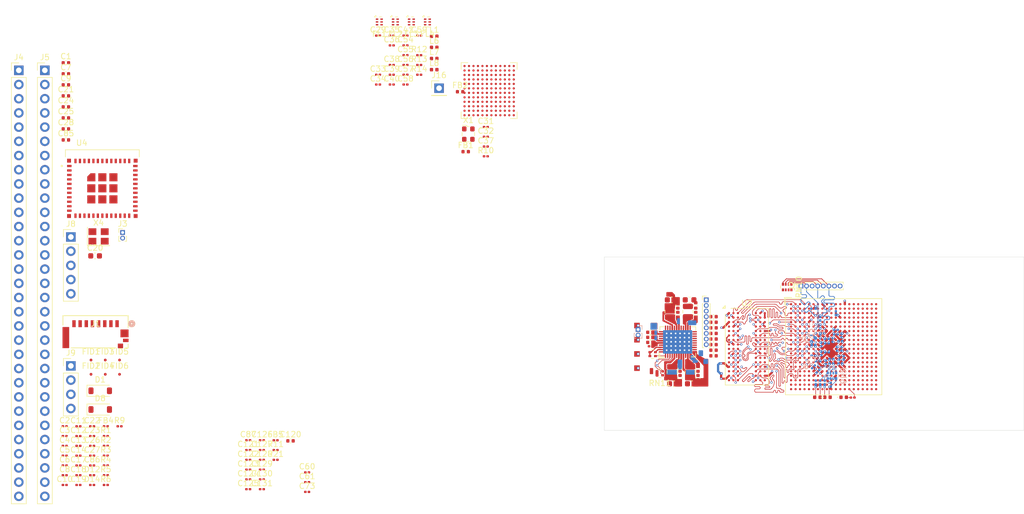
<source format=kicad_pcb>
(kicad_pcb (version 20240108) (generator "pcbnew") (generator_version "8.0")
  (title_block (title "Stanlazy's ZYNQ SoM") (rev "V0R1") (company "GregTech"))
  (layers (0 "F.Cu" mixed) (1 "In1.Cu" mixed) (2 "In2.Cu" mixed) (3 "In3.Cu" signal) (4 "In4.Cu" signal) (31 "B.Cu" mixed) (34 "B.Paste" user) (35 "F.Paste" user) (36 "B.SilkS" user "B.Silkscreen") (37 "F.SilkS" user "F.Silkscreen") (38 "B.Mask" user) (39 "F.Mask" user) (44 "Edge.Cuts" user))
  (net 0 "")
  (net 1 "DDR_CK-")
  (net 2 "DDR_CK+")
  (net 3 "DDR_nRST")
  (net 4 "GND")
  (net 5 "VCC_DDR")
  (net 6 "+1V0")
  (net 7 "+1V8")
  (net 8 "VREF_DDR")
  (net 9 "JTAG_TMS")
  (net 10 "JTAG_TDI")
  (net 11 "JTAG_TCK")
  (net 12 "JTAG_TDO")
  (net 13 "PS_CLK")
  (net 14 "VTT_DDR")
  (net 15 "SD0_D0")
  (net 16 "SD0_CK")
  (net 17 "SD0_CMD")
  (net 18 "SD0_D3")
  (net 19 "SD0_D2")
  (net 20 "SD0_D1")
  (net 21 "+5V")
  (net 22 "+3.3VA")
  (net 23 "PMIC_nRST")
  (net 24 "PMIC_INT")
  (net 25 "VDD")
  (net 26 "/VCC_PLL")
  (net 27 "+3V3")
  (net 28 "LDO5")
  (net 29 "LDO2")
  (net 30 "LDO6")
  (net 31 "PMIC_PON")
  (net 32 "MB_SCL")
  (net 33 "MB_SDA")
  (net 34 "/VCC_PS_CLK")
  (net 35 "/PMIC_INTLDO")
  (net 36 "TTY_D-")
  (net 37 "TTY_D+")
  (net 38 "/VCC_PL_CLK")
  (net 39 "/DONE_")
  (net 40 "H20-")
  (net 41 "J20+")
  (net 42 "G20-")
  (net 43 "G19+")
  (net 44 "F20-")
  (net 45 "F19+")
  (net 46 "E19-")
  (net 47 "E18+")
  (net 48 "A20-")
  (net 49 "B19+")
  (net 50 "V20+")
  (net 51 "W20-")
  (net 52 "T20+")
  (net 53 "U20-")
  (net 54 "N20+")
  (net 55 "P20-")
  (net 56 "Y16+")
  (net 57 "Y17-")
  (net 58 "W15-")
  (net 59 "W16-")
  (net 60 "V16+")
  (net 61 "W19-")
  (net 62 "W18+")
  (net 63 "C20+")
  (net 64 "B20-")
  (net 65 "D19+")
  (net 66 "D20-")
  (net 67 "V15+")
  (net 68 "Y18+")
  (net 69 "Y19-")
  (net 70 "U18+")
  (net 71 "TTY_MISO")
  (net 72 "TTY_MOSI")
  (net 73 "V12+")
  (net 74 "W13-")
  (net 75 "/INIT_")
  (net 76 "DONE")
  (net 77 "INIT")
  (net 78 "PROGRAM")
  (net 79 "PS_SRST")
  (net 80 "/LED3_")
  (net 81 "/PUDC_")
  (net 82 "/BUCK1OUT")
  (net 83 "/BUCK2OUT")
  (net 84 "LED3")
  (net 85 "/BUCK3OUT")
  (net 86 "/BUCK4OUT")
  (net 87 "/PS_CLK_")
  (net 88 "/SD0_CK_")
  (net 89 "PL_CLK")
  (net 204 "/DDR_VRN")
  (net 205 "/DDR_VRP")
  (net 206 "/PL_CLK_")
  (net 207 "Net-(U4-EN)")
  (net 231 "USB_D+")
  (net 232 "USB_D-")
  (net 233 "Net-(D1-A)")
  (net 234 "Net-(D8-A)")
  (net 238 "SDIO1")
  (net 239 "SDIO0")
  (net 240 "SDIO5")
  (net 241 "SDIO4")
  (net 242 "SDIO2")
  (net 243 "SDIO6")
  (net 244 "SDIO3")
  (net 246 "Y17")
  (net 247 "Y16")
  (net 248 "V18")
  (net 254 "/VREF_DDR1")
  (net 255 "/VREF_DDR2")
  (net 256 "/VREF_DDR3")
  (net 257 "Net-(U2-ZQ)")
  (net 258 "/DDR_DQM0")
  (net 259 "/DDR_BA0")
  (net 260 "/DDR_A6")
  (net 261 "/DDR_nCAS")
  (net 262 "/DDR_DQS0+")
  (net 263 "/DDR_DQ5")
  (net 264 "/DDR_A14")
  (net 265 "/DDR_DQ11")
  (net 266 "/DDR_DQ4")
  (net 267 "/DDR_DQ8")
  (net 268 "/DDR_DQ9")
  (net 269 "/DDR_A8")
  (net 270 "/DDR_ODT")
  (net 271 "/DDR_A7")
  (net 272 "/DDR_A11")
  (net 273 "/DDR_nWE")
  (net 274 "/DDR_A0")
  (net 275 "/DDR_DQ12")
  (net 276 "/DDR_DQ7")
  (net 277 "/DDR_A4")
  (net 278 "/DDR_DQM1")
  (net 279 "/DDR_DQ0")
  (net 280 "/DDR_nCS")
  (net 281 "/DDR_DQ15")
  (net 282 "/DDR_DQS1-")
  (net 283 "/DDR_DQS0-")
  (net 284 "/DDR_A9")
  (net 285 "/DDR_A10")
  (net 286 "/DDR_DQS1+")
  (net 287 "/DDR_BA2")
  (net 288 "/DDR_A3")
  (net 289 "/DDR_DQ2")
  (net 290 "/DDR_A2")
  (net 291 "/DDR_A5")
  (net 292 "/DDR_CKE")
  (net 293 "/DDR_A13")
  (net 294 "/DDR_DQ6")
  (net 295 "/DDR_BA1")
  (net 296 "/DDR_DQ13")
  (net 297 "/DDR_DQ1")
  (net 298 "/DDR_nRAS")
  (net 299 "/DDR_DQ10")
  (net 300 "/DDR_DQ3")
  (net 301 "/DDR_A12")
  (net 302 "/DDR_A1")
  (net 303 "/DDR_DQ14")
  (net 304 "Net-(U3A-TX1B+)")
  (net 305 "/TRANS_TXRF0_N")
  (net 306 "Net-(U3A-TX1A-)")
  (net 307 "/TRANS_TXRF0_P")
  (net 308 "Net-(U3A-TX1A+)")
  (net 309 "/TRANS_TXRF1_P")
  (net 310 "Net-(U3A-TX2A+)")
  (net 311 "/TRANS_TXRF1_N")
  (net 312 "Net-(U3A-TX2A-)")
  (net 313 "/TRANS_OSC_N")
  (net 314 "Net-(U3A-XTALN)")
  (net 315 "Net-(U3A-RX1A+)")
  (net 316 "/TRANS_RXRF0_P")
  (net 317 "/TRANS_RXRF0_N")
  (net 318 "Net-(U3A-RX1A-)")
  (net 319 "Net-(J12-In)")
  (net 320 "Net-(U3A-TX_EXT_LO_IN)")
  (net 321 "/TRANS_RXRF1_P")
  (net 322 "Net-(U3A-RX2A+)")
  (net 323 "Net-(U3A-RX2A-)")
  (net 324 "/TRANS_RXRF1_N")
  (net 325 "Net-(U3A-RX_EXT_LO_IN)")
  (net 326 "Net-(J15-In)")
  (net 327 "Net-(U3A-TX2B+)")
  (net 328 "VCC_1V3_TRANS_0")
  (net 329 "VCC_1V3_TRANS_1")
  (net 330 "Net-(FL1-UBP)")
  (net 332 "Net-(FL2-UBP)")
  (net 335 "Net-(FL3-UBP)")
  (net 336 "Net-(FL4-UBP)")
  (net 338 "/EXT_SYNC")
  (net 339 "Net-(X1-Tri-State)")
  (net 340 "/LDO_EN")
  (net 341 "/TRANS_RBIAS")
  (net 342 "/TRANS_SYNC")
  (net 343 "Net-(U3A-SYNC_IN)")
  (net 344 "/TRANS_SPI_MISO")
  (net 345 "/TRANS_CMOS_RX_D11")
  (net 346 "/TRANS_GPO_3")
  (net 348 "/TRANS_CTRL_OUT0")
  (net 349 "/TRANS_CMOS_TX_D9")
  (net 350 "/TRANS_TXNRX")
  (net 352 "/TRANS_CTRL_OUT6")
  (net 353 "/TRANS_CMOS_RX_D8")
  (net 354 "/TRANS_CTRL_IN0")
  (net 355 "/TRANS_CMOS_TX_D0")
  (net 356 "/TRANS_CTRL_OUT7")
  (net 357 "/TRANS_RST")
  (net 358 "/TRANS_CMOS_RX_D6")
  (net 359 "/TRANS_CMOS_RX_D3")
  (net 360 "/TRANS_CMOS_TX_D3")
  (net 361 "/TRANS_CTRL_IN3")
  (net 362 "/TRANS_CTRL_OUT3")
  (net 363 "/TRANS_CMOS_TX_D8")
  (net 364 "/TRANS_CTRL_IN1")
  (net 365 "/TRANS_SPI_MOSI")
  (net 366 "/TRANS_CMOS_TX_D10")
  (net 367 "/TRANS_CMOS_TX_D7")
  (net 368 "/TRANS_CMOS_TX_D6")
  (net 369 "/TRANS_CTRL_OUT5")
  (net 370 "/TRANS_CMOS_RX_D0")
  (net 371 "/TRANS_CMOS_TX_D4")
  (net 372 "/TRANS_MRCC_DATA_CLK")
  (net 374 "/TRANS_CMOS_RX_D7")
  (net 375 "/TRANS_CMOS_RX_D1")
  (net 376 "/TRANS_AUX_ADC")
  (net 378 "/TRANS_CMOS_RX_D9")
  (net 379 "/TRANS_SPI_SS")
  (net 380 "/TRANS_AUX_DAC2")
  (net 381 "/TRANS_CMOS_TX_D1")
  (net 382 "/TRANS_CMOS_RX_FRAME")
  (net 383 "/TRANS_CMOS_FB_CLK")
  (net 384 "/TRANS_CTRL_OUT1")
  (net 385 "/TRANS_MRCC_CLKOUT")
  (net 386 "/TRANS_GPO_0")
  (net 387 "/TRANS_CMOS_RX_D10")
  (net 388 "/TRANS_ENABLE")
  (net 389 "/TRANS_CMOS_TX_D11")
  (net 391 "/TRANS_AUX_DAC1")
  (net 392 "/TRANS_CTRL_OUT2")
  (net 393 "/TRANS_GPO_1")
  (net 394 "/TRANS_CMOS_RX_D5")
  (net 395 "/TRANS_CTRL_IN2")
  (net 396 "/TRANS_CMOS_RX_D2")
  (net 397 "/TRANS_CMOS_TX_D5")
  (net 398 "/TRANS_CMOS_RX_D4")
  (net 399 "/TRANS_SPI_CLK")
  (net 400 "/TRANS_ENAGC")
  (net 401 "/TRANS_CMOS_TX_D2")
  (net 402 "/TRANS_CTRL_OUT4")
  (net 403 "/TRANS_CMOS_TX_FRAME")
  (net 404 "/TRANS_GPO_2")
  (net 405 "FPGA_M20")
  (net 407 "FPGA_L19")
  (net 409 "/PS_MIO17_SPI_MISO")
  (net 410 "/PS_MIO19_SPI_MOSI")
  (net 411 "/PS_MIO16_SPI_CLK")
  (net 412 "/PS_MIO18_SPI_SS")
  (net 413 "/PS_MIO21_SPI_SS2")
  (net 414 "/PS_MIO20_SPI_SS1")
  (footprint "Connector_PinHeader_1.00mm:PinHeader_1x09_P1.00mm_Vertical" (layer "F.Cu") (at 69.04 49.142498)
    (property "Reference" "J6" (hide yes))
    (property "Value" "Conn_PWR" (hide yes))
  )
  (footprint "LED_SMD:LED_0402_1005Metric" (layer "F.Cu") (at 90.7 66.56)
    (property "Reference" "D2" (hide yes))
    (property "Value" "DONE_LED" (hide yes))
  )
  (footprint "Capacitor_SMD:C_0402_1005Metric" (layer "F.Cu") (at 70.34 59.142499)
    (property "Reference" "C115" (hide yes))
    (property "Value" "4u7F" (hide yes))
  )
  (footprint "Capacitor_SMD:C_0603_1608Metric" (layer "F.Cu") (at 66.459999 64.140001 180)
    (property "Reference" "C100" (hide yes))
    (property "Value" "22uF" (hide yes))
  )
  (footprint "Capacitor_SMD:C_0201_0603Metric" (layer "F.Cu") (at 59.135 57.440001 180)
    (property "Reference" "C118" (hide yes))
    (property "Value" "100nF" (hide yes))
  )
  (footprint "Stanlazys:L_0806_2016Metric" (layer "F.Cu") (at 66.16 62.04 -90)
    (property "Reference" "L3" (hide yes))
    (property "Value" "1uH" (hide yes))
  )
  (footprint "Capacitor_SMD:C_0402_1005Metric" (layer "F.Cu") (at 67.56 63.14 90)
    (property "Reference" "C101" (hide yes))
    (property "Value" "4u7F" (hide yes))
  )
  (footprint "Capacitor_SMD:C_0402_1005Metric" (layer "F.Cu") (at 63.959999 50.140001 -90)
    (property "Reference" "C106" (hide yes))
    (property "Value" "4u7F" (hide yes))
  )
  (footprint "Stanlazys:L_0806_2016Metric" (layer "F.Cu") (at 65.76 51.24 90)
    (property "Reference" "L5" (hide yes))
    (property "Value" "1uH" (hide yes))
  )
  (footprint "Stanlazys:L_0806_2016Metric" (layer "F.Cu") (at 62.96 62.04 -90)
    (property "Reference" "L2" (hide yes))
    (property "Value" "1uH" (hide yes))
  )
  (footprint "Capacitor_SMD:C_0402_1005Metric" (layer "F.Cu") (at 59.06 54.94 180)
    (property "Reference" "C119" (hide yes))
    (property "Value" "4u7F" (hide yes))
  )
  (footprint "Capacitor_SMD:C_0402_1005Metric" (layer "F.Cu") (at 70.34 53.142498)
    (property "Reference" "C109" (hide yes))
    (property "Value" "4u7F" (hide yes))
  )
  (footprint "Capacitor_SMD:C_0402_1005Metric" (layer "F.Cu") (at 59.06 55.84 180)
    (property "Reference" "C116" (hide yes))
    (property "Value" "4u7F" (hide yes))
  )
  (footprint "Capacitor_SMD:C_0603_1608Metric" (layer "F.Cu") (at 62.86 49.14 180)
    (property "Reference" "C105" (hide yes))
    (property "Value" "22uF" (hide yes))
  )
  (footprint "Capacitor_SMD:C_0603_1608Metric" (layer "F.Cu") (at 66.06 49.14 180)
    (property "Reference" "C107" (hide yes))
    (property "Value" "22uF" (hide yes))
  )
  (footprint "Capacitor_SMD:C_0402_1005Metric" (layer "F.Cu") (at 59.06 56.74 180)
    (property "Reference" "C117" (hide yes))
    (property "Value" "4u7F" (hide yes))
  )
  (footprint "Capacitor_SMD:C_0402_1005Metric" (layer "F.Cu") (at 64.36 63.14 90)
    (property "Reference" "C98" (hide yes))
    (property "Value" "4u7F" (hide yes))
  )
  (footprint "Capacitor_SMD:C_0402_1005Metric" (layer "F.Cu") (at 70.34 58.142499)
    (property "Reference" "C103" (hide yes))
    (property "Value" "4u7F" (hide yes))
  )
  (footprint "Capacitor_SMD:C_0603_1608Metric" (layer "F.Cu") (at 63.26 64.140001 180)
    (property "Reference" "C97" (hide yes))
    (property "Value" "22uF" (hide yes))
  )
  (footprint "Stanlazys:L_0806_2016Metric" (layer "F.Cu") (at 62.56 51.24 90)
    (property "Reference" "L4" (hide yes))
    (property "Value" "1uH" (hide yes))
  )
  (footprint "Capacitor_SMD:C_0402_1005Metric" (layer "F.Cu") (at 67.16 50.14 -90)
    (property "Reference" "C108" (hide yes))
    (property "Value" "4u7F" (hide yes))
  )
  (footprint "Capacitor_SMD:C_0402_1005Metric" (layer "F.Cu") (at 70.34 52.1425)
    (property "Reference" "C110" (hide yes))
    (property "Value" "4u7F" (hide yes))
  )
  (footprint "Capacitor_SMD:C_0402_1005Metric" (layer "F.Cu") (at 70.339999 57.142499)
    (property "Reference" "C113" (hide yes))
    (property "Value" "4u7F" (hide yes))
  )
  (footprint "Capacitor_SMD:C_0402_1005Metric" (layer "F.Cu") (at 67.160001 51.84 90)
    (property "Reference" "C102" (hide yes))
    (property "Value" "4u7F" (hide yes))
  )
  (footprint "Capacitor_SMD:C_0402_1005Metric" (layer "F.Cu") (at 70.34 55.1425)
    (property "Reference" "C114" (hide yes))
    (property "Value" "4u7F" (hide yes))
  )
  (footprint "Capacitor_SMD:C_0402_1005Metric" (layer "F.Cu") (at 70.34 54.142499)
    (property "Reference" "C111" (hide yes))
    (property "Value" "4u7F" (hide yes))
  )
  (footprint "Capacitor_SMD:C_0402_1005Metric" (layer "F.Cu") (at 64.36 61.44 -90)
    (property "Reference" "C99" (hide yes))
    (property "Value" "4u7F" (hide yes))
  )
  (footprint "Capacitor_SMD:C_0402_1005Metric" (layer "F.Cu") (at 67.56 61.44 -90)
    (property "Reference" "C96" (hide yes))
    (property "Value" "4u7F" (hide yes))
  )
  (footprint "Capacitor_SMD:C_0402_1005Metric" (layer "F.Cu") (at 63.96 51.84 90)
    (property "Reference" "C104" (hide yes))
    (property "Value" "4u7F" (hide yes))
  )
  (footprint "Capacitor_SMD:C_0402_1005Metric" (layer "F.Cu") (at 70.34 56.142498)
    (property "Reference" "C112" (hide yes))
    (property "Value" "4u7F" (hide yes))
  )
  (footprint "Stanlazys:ST-WFQFN-44L_5x6mm_P0.4mm_ThermalVias" (layer "F.Cu") (at 63.96 56.640001 90)
    (property "Reference" "U7" (hide yes))
    (property "Value" "STPMIC1" (hide yes))
  )
  (footprint "LED_SMD:LED_0402_1005Metric" (layer "F.Cu") (at 88.9 66.56 180)
    (property "Reference" "D3" (hide yes))
    (property "Value" "INIT_LED" (hide yes))
  )
  (footprint "Stanlazys:Xilinx_CLG400_NoPaste_JLC_Package_Delay" (layer "F.Cu") (at 91.8 57.51)
    (property "Reference" "U1" (hide yes))
    (property "Value" "XC7Z010CLG400" (hide yes))
  )
  (footprint "Resistor_SMD:R_Array_Convex_2x0402" (layer "F.Cu") (at 59.46 58.84 180)
    (property "Reference" "RN12" (hide yes))
    (property "Value" "10KΩ" (hide yes))
  )
  (footprint "Stanlazys:TP_4pin_2.54mm" (layer "F.Cu") (at 56.66 57.54 -90)
    (property "Reference" "TP1" (hide yes))
    (property "Value" "PMIC_PROG" (hide yes))
  )
  (footprint "LED_SMD:LED_0402_1005Metric" (layer "F.Cu") (at 93.6 66.56)
    (property "Reference" "D7" (hide yes))
    (property "Value" "LED3" (hide yes))
  )
  (footprint "Resistor_SMD:R_0201_0603Metric" (layer "F.Cu") (at 95.2 66.61 180)
    (property "Reference" "R20" (hide yes))
    (property "Value" "R" (hide yes))
  )
  (footprint "Resistor_SMD:R_Array_Convex_2x0402" (layer "F.Cu") (at 60.75 62.276001 180)
    (property "Reference" "RN11")
    (property "Value" "4K7Ω")
  )
  (footprint "Capacitor_SMD:C_0201_0603Metric" (layer "F.Cu") (at -45.6 71.75)
    (property "Reference" "C2")
    (property "Value" "0.1uF")
  )
  (footprint "Resistor_SMD:R_0201_0603Metric" (layer "F.Cu") (at 17.745 7.12)
    (property "Reference" "R13")
    (property "Value" "0R")
  )
  (footprint "Capacitor_SMD:C_0201_0603Metric" (layer "F.Cu") (at -10.36 83)
    (property "Reference" "C131")
    (property "Value" "100nF")
  )
  (footprint "Diode_SMD:D_SOD-123" (layer "F.Cu") (at -39.255 65.4)
    (property "Reference" "D1")
    (property "Value" "SUPK24")
  )
  (footprint "Crystal:Crystal_SMD_3225-4Pin_3.2x2.5mm" (layer "F.Cu") (at -39.55 37.79)
    (property "Reference" "X4")
    (property "Value" "33.3MHz")
  )
  (footprint "Connector_PinHeader_2.54mm:PinHeader_1x31_P2.54mm_Vertical" (layer "F.Cu") (at -49.15 8.08)
    (property "Reference" "J5")
    (property "Value" "Conn_PB")
  )
  (footprint "Capacitor_SMD:C_0201_0603Metric" (layer "F.Cu") (at -2.28 79.99)
    (property "Reference" "C60")
    (property "Value" "0.1uF")
  )
  (footprint "Capacitor_SMD:C_0201_0603Metric" (layer "F.Cu") (at 15.295 10.62)
    (property "Reference" "C58")
    (property "Value" "0.1uF")
  )
  (footprint "Capacitor_SMD:C_0201_0603Metric" (layer "F.Cu") (at -40.7 77)
    (property "Reference" "C27")
    (property "Value" "0.1uF")
  )
  (footprint "Capacitor_SMD:C_0201_0603Metric" (layer "F.Cu") (at 15.295 7.12)
    (property "Reference" "C56")
    (property "Value" "18pF")
  )
  (footprint "Connector_PinHeader_1.00mm:PinHeader_1x08_P1.00mm_Vertical" (layer "F.Cu") (at 85.96 46.66 90)
    (property "Reference" "J2")
    (property "Value" "Conn_Debug")
  )
  (footprint "Capacitor_SMD:C_0201_0603Metric" (layer "F.Cu") (at -40.7 71.75)
    (property "Reference" "C22")
    (property "Value" "100nF")
  )
  (footprint "Package_BGA:Micron_FBGA-96_7.5x13.5mm_Layout9x16_P0.8mm" (layer "F.Cu") (at 76.3 57.51)
    (property "Reference" "U2")
    (property "Value" "DDR3")
  )
  (footprint "Fiducial:Fiducial_0.5mm_Mask1mm" (layer "F.Cu") (at -38.35 59.9)
    (property "Reference" "FID3")
    (property "Value" "Fiducial")
  )
  (footprint "Capacitor_SMD:C_0402_1005Metric" (layer "F.Cu") (at -45.39 14.62)
    (property "Reference" "C24")
    (property "Value" "10uF")
  )
  (footprint "RF_Converter:Balun_Johanson_1.6x0.8mm" (layer "F.Cu") (at 16.35 -0.575)
    (property "Reference" "FL3")
    (property "Value" "0850BM14E0016")
  )
  (footprint "Resistor_SMD:R_0201_0603Metric" (layer "F.Cu") (at -38.25 73.5)
    (property "Reference" "R1")
    (property "Value" "80Ω")
  )
  (footprint "Sync_VT extras:bga-100_10_10_1p32_0p8" (layer "F.Cu") (at 30.245 10.91)
    (property "Reference" "U3" (hide yes))
    (property "Value" "AD9361")
  )
  (footprint "Capacitor_SMD:C_0201_0603Metric" (layer "F.Cu") (at -12.81 79.5)
    (property "Reference" "C123")
    (property "Value" "100nF")
  )
  (footprint "Capacitor_SMD:C_0201_0603Metric" (layer "F.Cu") (at -40.7 78.75)
    (property "Reference" "C86")
    (property "Value" "100nF")
  )
  (footprint "Capacitor_SMD:C_0201_0603Metric" (layer "F.Cu") (at 10.395 10.62)
    (property "Reference" "C34")
    (property "Value" "0.1uF")
  )
  (footprint "Resistor_SMD:R_0201_0603Metric" (layer "F.Cu") (at -38.25 77)
    (property "Reference" "R3")
    (property "Value" "4K7Ω")
  )
  (footprint "Inductor_SMD:L_0201_0603Metric" (layer "F.Cu") (at -7.91 74.25)
    (property "Reference" "FB5")
    (property "Value" "120Ω")
  )
  (footprint "Sync_VT extras:XCVR_ESP32-C6-MINI-1U-N4" (layer "F.Cu") (at -38.875 29.19)
    (property "Reference" "U4")
    (property "Value" "ESP32-C6-MINI-1U-N4")
  )
  (footprint "Oscillator:Oscillator_SMD_ECS_2520MV-xxx-xx-4Pin_2.5x2.0mm" (layer "F.Cu") (at 26.525 19.49)
    (property "Reference" "X1")
    (property "Value" "SiT1602B")
  )
  (footprint "Sync_VT extras:CONN12_47309-2651_MOL" (layer "F.Cu") (at -40.092489 54.8389)
    (property "Reference" "J1")
    (property "Value" "TF")
  )
  (footprint "Inductor_SMD:L_0201_0603Metric" (layer "F.Cu") (at -38.25 71.75)
    (property "Reference" "FB4")
    (property "Value" "120Ω")
  )
  (footprint "Capacitor_SMD:C_0201_0603Metric" (layer "F.Cu") (at -43.15 78.75)
    (property "Reference" "C17")
    (property "Value" "0.1uF")
  )
  (footprint "Inductor_SMD:L_0402_1005Metric" (layer "F.Cu") (at 20.425 5.97)
    (property "Reference" "L7")
    (property "Value" "L")
  )
  (footprint "Capacitor_SMD:C_0402_1005Metric" (layer "F.Cu") (at -45.39 8.71)
    (property "Reference" "C7")
    (property "Value" "10uF")
  )
  (footprint "Inductor_SMD:L_0402_1005Metric" (layer "F.Cu") (at 20.425 3.98)
    (property "Reference" "L6")
    (property "Value" "L")
  )
  (footprint "Capacitor_SMD:C_0201_0603Metric" (layer "F.Cu") (at -45.6 73.5)
    (property "Reference" "C3")
    (property "Value" "0.1uF")
  )
  (footprint "Capacitor_SMD:C_0201_0603Metric" (layer "F.Cu") (at -43.15 73.5)
    (property "Reference" "C12")
    (property "Value" "0.1uF")
  )
  (footprint "Capacitor_SMD:C_0603_1608Metric" (layer "F.Cu") (at -40.17 41.27)
    (property "Reference" "C20")
    (property "Value" "22uF")
  )
  (footprint "Capacitor_SMD:C_0201_0603Metric" (layer "F.Cu") (at -45.6 80.5)
    (property "Reference" "C8")
    (property "Value" "0.1uF")
  )
  (footprint "Capacitor_SMD:C_0402_1005Metric" (layer "F.Cu") (at -5.25 74.36)
    (property "Reference" "C120")
    (property "Value" "4u7F")
  )
  (footprint "Capacitor_SMD:C_0201_0603Metric" (layer "F.Cu") (at -45.6 82.25)
    (property "Reference" "C10")
    (property "Value" "0.1uF")
  )
  (footprint "Capacitor_SMD:C_0201_0603Metric" (layer "F.Cu") (at 29.655 18.21)
    (property "Reference" "C31")
    (property "Value" "0.1uF")
  )
  (footprint "Capacitor_SMD:C_0402_1005Metric" (layer "F.Cu") (at -45.39 12.65)
    (property "Reference" "C21")
    (property "Value" "4u7F")
  )
  (footprint "Resistor_SMD:R_0201_0603Metric" (layer "F.Cu") (at 17.745 8.87)
    (property "Reference" "R14")
    (property "Value" "N/A")
  )
  (footprint "Capacitor_SMD:C_0201_0603Metric" (layer "F.Cu") (at 12.845 1.87)
    (property "Reference" "C35")
    (property "Value" "0.1uF")
  )
  (footprint "Resistor_SMD:R_0201_0603Metric" (layer "F.Cu") (at -7.91 77.75)
    (property "Reference" "R21")
    (property "Value" "22Ω")
  )
  (footprint "Capacitor_SMD:C_0201_0603Metric" (layer "F.Cu") (at -45.6 77)
    (property "Reference" "C5")
    (property "Value" "0.1uF")
  )
  (footprint "Capacitor_SMD:C_0201_0603Metric" (layer "F.Cu") (at 15.295 1.87)
    (property "Reference" "C41")
    (property "Value" "0.1uF")
  )
  (footprint "RF_Converter:Balun_Johanson_1.6x0.8mm" (layer "F.Cu") (at 19.215 -0.575)
    (property "Reference" "FL4")
    (property "Value" "0850BM14E0016")
  )
  (footprint "Capacitor_SMD:C_0402_1005Metric" (layer "F.Cu") (at -45.39 16.59)
    (property "Reference" "C25")
    (property "Value" "10uF")
  )
  (footprint "Capacitor_SMD:C_0201_0603Metric" (layer "F.Cu") (at 12.845 8.87)
    (property "Reference" "C39")
    (property "Value" "0.1uF")
  )
  (footprint "Capacitor_SMD:C_0201_0603Metric" (layer "F.Cu") (at -43.15 77)
    (property "Reference" "C14")
    (property "Value" "0.1uF")
  )
  (footprint "Resistor_SMD:R_Array_Convex_4x0402" (layer "F.Cu") (at 83.5 46.85 -90)
    (property "Reference" "RN10")
    (property "Value" "4K7Ω")
  )
  (footprint "Capacitor_SMD:C_0201_0603Metric" (layer "F.Cu") (at 12.845 3.62)
    (property "Reference" "C36")
    (property "Value" "0.1uF")
  )
  (footprint "Resistor_SMD:R_0201_0603Metric" (layer "F.Cu") (at -7.91 76)
    (property "Reference" "R11")
    (property "Value" "40Ω")
  )
  (footprint "Resistor_SMD:R_0201_0603Metric" (layer "F.Cu") (at -40.7 82.25)
    (property "Reference" "D14")
    (property "Value" "TVS")
  )
  (footprint "Connector_PinHeader_2.54mm:PinHeader_1x05_P2.54mm_Vertical" (layer "F.Cu") (at -44.5 37.89)
    (property "Reference" "J8")
    (property "Value" "Conn_01x05_Pin")
  )
  (footprint "Capacitor_SMD:C_0201_0603Metric" (layer "F.Cu") (at 12.845 10.62)
    (property "Reference" "C40")
    (property "Value" "0.1uF")
  )
  (footprint "Capacitor_SMD:C_0201_0603Metric" (layer "F.Cu") (at -10.36 77.75)
    (property "Reference" "C128")
    (property "Value" "100nF")
  )
  (footprint "Capacitor_SMD:C_0201_0603Metric" (layer "F.Cu") (at -45.6 78.75)
    (property "Reference" "C6")
    (property "Value" "0.1uF")
  )
  (footprint "RF_Converter:Balun_Johanson_1.6x0.8mm" (layer "F.Cu") (at 13.485 -0.575)
    (property "Reference" "FL2")
    (property "Value" "0850BM14E0016")
  )
  (footprint "Capacitor_SMD:C_0201_0603Metric" (layer "F.Cu") (at -43.15 71.75)
    (property "Reference" "C11")
    (property "Value" "0.1uF")
  )
  (footprint "Connector_PinHeader_2.54mm:PinHeader_1x01_P2.54mm_Vertical" (layer "F.Cu") (at 21.295 11.28)
    (property "Reference" "J16")
    (property "Value" "Conn_01x01")
  )
  (footprint "Capacitor_SMD:C_0402_1005Metric" (layer "F.Cu") (at -45.39 6.74)
    (property "Reference" "C1")
    (property "Value" "10uF")
  )
  (footprint "Capacitor_SMD:C_0201_0603Metric" (layer "F.Cu") (at -12.81 81.25)
    (property "Reference" "C124")
    (property "Value" "100nF")
  )
  (footprint "Capacitor_SMD:C_0201_0603Metric" (layer "F.Cu") (at -10.36 79.5)
    (property "Reference" "C129")
    (property "Value" "100nF")
  )
  (footprint "Capacitor_SMD:C_0201_0603Metric" (layer "F.Cu") (at -10.36 81.25)
    (property "Reference" "C130")
    (property "Value" "100nF")
  )
  (footprint "Fiducial:Fiducial_0.5mm_Mask1mm" (layer "F.Cu") (at -35.8 59.9)
    (property "Reference" "FID5")
    (property "Value" "Fiducial")
  )
  (footprint "Fiducial:Fiducial_0.5mm_Mask1mm" (layer "F.Cu") (at -35.8 62.45)
    (property "Reference" "FID6")
    (property "Value" "Fiducial")
  )
  (footprint "Capacitor_SMD:C_0201_0603Metric" (layer "F.Cu") (at 29.655 21.71)
    (property "Reference" "C37")
    (property "Value" "18pF")
  )
  (footprint "Capacitor_SMD:C_0201_0603Metric" (layer "F.Cu") (at -10.36 76)
    (property "Reference" "C127")
    (property "Value" "100nF")
  )
  (footprint "Capacitor_SMD:C_0201_0603Metric" (layer "F.Cu") (at -43.15 82.25)
    (property "Reference" "C19")
    (property "Value" "0.1uF")
  )
  (footprint "Capacitor_SMD:C_0201_0603Metric" (layer "F.Cu") (at 15.295 5.37)
    (property "Reference" "C55")
    (property "Value" "0.1uF")
  )
  (footprint "Capacitor_SMD:C_0201_0603Metric" (layer "F.Cu") (at -12.81 77.75)
    (property "Reference" "C122")
    (property "Value" "100nF")
  )
  (footprint "Fiducial:Fiducial_0.5mm_Mask1mm" (layer "F.Cu") (at -38.35 62.45)
    (property "Reference" "FID4")
    (property "Value" "Fiducial")
  )
  (footprint "Capacitor_SMD:C_0201_0603Metric" (layer "F.Cu") (at 15.295 3.62)
    (property "Reference" "C54")
    (property "Value" "0.1uF")
  )
  (footprint "Capacitor_SMD:C_0201_0603Metric" (layer "F.Cu") (at -10.36 74.25)
    (property "Reference" "C126")
    (property "Value" "100nF")
  )
  (footprint "Capacitor_SMD:C_0402_1005Metric" (layer "F.Cu") (at -45.39 18.56)
    (property "Reference" "C28")
    (property "Value" "10uF")
  )
  (footprint "Capacitor_SMD:C_0402_1005Metric" (layer "F.Cu") (at -45.39 10.68)
    (property "Reference" "C9")
    (property "Value" "10uF")
  )
  (footprint "Capacitor_SMD:C_0201_0603Metric" (layer "F.Cu") (at 29.655 19.96)
    (property "Reference" "C32")
    (property "Value" "0.1uF")
  )
  (footprint "Resistor_SMD:R_0201_0603Metric" (layer "F.Cu") (at 29.655 23.46)
    (property "Reference" "R10")
    (property "Value" "0R")
  )
  (footprint "Connector_PinHeader_2.54mm:PinHeader_1x31_P2.54mm_Vertical" (layer "F.Cu") (at -53.8 8.08)
    (property "Reference" "J4")
    (property "Value" "Conn_PB")
  )
  (footprint "Connector_PinHeader_1.00mm:PinHeader_1x02_P1.00mm_Vertical" (layer "F.Cu") (at -35.25 37.09)
    (property "Reference" "J3")
    (property "Value" "Conn_MP")
  )
  (footprint "Diode_SMD:D_SOD-123" (layer "F.Cu") (at -39.255 68.75)
    (property "Reference" "D8")
    (property "Value" "SUPK24")
  )
  (footprint "Resistor_SMD:R_0201_0603Metric" (layer "F.Cu") (at 17.745 5.37)
    (property "Reference" "R12")
    (property "Value" "14.3K")
  )
  (footprint "Capacitor_SMD:C_0402_1005Metric" (layer "F.Cu") (at 26.055 22.63)
    (property "Reference" "FB1")
    (property "Value" "FerriteBead_Small")
  )
  (footprint "Capacitor_SMD:C_0201_0603Metric" (layer "F.Cu") (at -2.28 83.49)
    (property "Reference" "C73")
    (property "Value" "0.1uF")
  )
  (footprint "Capacitor_SMD:C_0201_0603Metric" (layer "F.Cu") (at -12.81 74.25)
    (property "Reference" "C87")
    (property "Value" "100nF")
  )
  (footprint "Capacitor_SMD:C_0402_1005Metric" (layer "F.Cu") (at 25.055 11.91)
    (property "Reference" "FB2")
    (property "Value" "FerriteBead_Small")
  )
  (footprint "Resistor_SMD:R_0201_0603Metric" (layer "F.Cu") (at -40.7 80.5)
    (property "Reference" "D12")
    (property "Value" "TVS")
  )
  (footprint "RF_Converter:Balun_Johanson_1.6x0.8mm" (layer "F.Cu") (at 10.62 -0.575)
    (property "Reference" "FL1")
    (property "Value" "0850BM14E0016")
  )
  (footprint "Fiducial:Fiducial_0.5mm_Mask1mm" (layer "F.Cu") (at -40.9 59.9)
    (property "Reference" "FID1")
    (property "Value" "Fiducial")
  )
  (footprint "Capacitor_SMD:C_0201_0603Metric" (layer "F.Cu") (at -43.15 75.25)
    (property "Reference" "C13")
    (property "Value" "0.1uF")
  )
  (footprint "Resistor_SMD:R_0201_0603Metric" (layer "F.Cu") (at -38.25 80.5)
    (property "Reference" "R5")
    (property "Value" "80Ω")
  )
  (footprint "Inductor_SMD:L_0402_1005Metric" (layer "F.Cu") (at 20.425 7.96)
    (property "Reference" "L8")
    (property "Value" "L")
  )
  (footprint "Resistor_SMD:R_0201_0603Metric" (layer "F.Cu") (at -35.8 71.75)
    (property "Reference" "R9")
    (property "Value" "22Ω")
  )
  (footprint "Inductor_SMD:L_0402_1005Metric" (layer "F.Cu") (at 20.425 1.99)
    (property "Reference" "L1")
    (property "Value" "L")
  )
  (footprint "Capacitor_SMD:C_0201_0603Metric" (layer "F.Cu") (at -45.6 75.25)
    (property "Reference" "C4")
    (property "Value" "0.1uF")
  )
  (footprint "Capacitor_SMD:C_0201_0603Metric" (layer "F.Cu") (at -40.7 73.5)
    (property "Reference" "C23")
    (property "Value" "0.1uF")
  )
  (footprint "Capacitor_SMD:C_0402_1005Metric" (layer "F.Cu") (at -45.39 20.53)
    (property "Reference" "C85")
    (property "Value" "4u7F")
  )
  (footprint "Resistor_SMD:R_0201_0603Metric" (layer "F.Cu") (at -38.25 82.25)
    (property "Reference" "R6")
    (property "Value" "240Ω")
  )
  (footprint "Resistor_SMD:R_0201_0603Metric" (layer "F.Cu") (at -38.25 78.75)
    (property "Reference" "R4")
    (property "Value" "80Ω")
  )
  (footprint "Capacitor_SMD:C_0201_0603Metric" (layer "F.Cu") (at -12.81 76)
    (property "Reference" "C121")
    (property "Value" "100nF")
  )
  (footprint "Capacitor_SMD:C_0201_0603Metric" (layer "F.Cu") (at -40.7 75.25)
    (property "Reference" "C26")
    (property "Value" "0.1uF")
  )
  (footprint "Connector_PinHeader_2.54mm:PinHeader_1x04_P2.54mm_Vertical" (layer "F.Cu") (at -44.5 60.95)
    (property "Reference" "J9")
    (property "Value" "Conn_01x04_Pin")
  )
  (footprint "Capacitor_SMD:C_0201_0603Metric" (layer "F.Cu") (at -2.28 81.74)
    (property "Reference" "C61")
    (property "Value" "0.1uF")
  )
  (footprint "Capacitor_SMD:C_0201_0603Metric" (layer "F.Cu") (at -12.81 83)
    (property "Reference" "C125")
    (property "Value" "100nF")
  )
  (footprint "Capacitor_SMD:C_0201_0603Metric" (layer "F.Cu") (at 15.295 8.87)
    (property "Reference" "C57")
    (property "Value" "0.1uF")
  )
  (footprint "Fiducial:Fiducial_0.5mm_Mask1mm" (layer "F.Cu") (at -40.9 62.45)
    (property "Reference" "FID2")
    (property "Value" "Fiducial")
  )
  (footprint "Capacitor_SMD:C_0201_0603Metric" (layer "F.Cu") (at -43.15 80.5)
    (property "Reference" "C18")
    (property "Value" "0.1uF")
  )
  (footprint "Capacitor_SMD:C_0201_0603Metric" (layer "F.Cu") (at 17.745 1.87)
    (property "Reference" "C59")
    (property "Value" "0.1uF")
  )
  (footprint "Resistor_SMD:R_0201_0603Metric" (layer "F.Cu") (at -38.25 75.25)
    (property "Reference" "R2")
    (property "Value" "4.7K")
  )
  (footprint "Capacitor_SMD:C_0201_0603Metric" (layer "F.Cu") (at 10.395 1.87)
    (property "Reference" "C29")
    (property "Value" "0.1uF")
  )
  (footprint "Capacitor_SMD:C_0201_0603Metric" (layer "F.Cu") (at 10.395 8.87)
    (property "Reference" "C33")
    (property "Value" "0.1uF")
  )
  (footprint "Capacitor_SMD:C_0201_0603Metric" (layer "F.Cu") (at 12.845 7.12)
    (property "Reference" "C38")
    (property "Value" "0.1uF")
  )
  (footprint "Capacitor_SMD:C_0201_0603Metric" (layer "B.Cu") (at 92.2 51.51 90)
    (property "Reference" "C88" (hide yes))
    (property "Value" "100nF" (hide yes))
  )
  (footprint "Capacitor_SMD:C_0201_0603Metric" (layer "B.Cu") (at 88.2 57.21 180)
    (property "Reference" "C90" (hide yes))
    (property "Value" "100nF" (hide yes))
  )
  (footprint "Capacitor_SMD:C_0201_0603Metric" (layer "B.Cu") (at 88.6 63.91 90)
    (property "Reference" "C92" (hide yes))
    (property "Value" "100nF" (hide yes))
  )
  (footprint "Stanlazys:C_0201_0603Metric_WideGap" (layer "B.Cu") (at 88.2 50.71 180)
    (property "Reference" "C94" (hide yes))
    (property "Value" "100nF" (hide yes))
  )
  (footprint "Capacitor_SMD:C_0201_0603Metric" (layer "B.Cu") (at 89.4 52.51 -90)
    (property "Reference" "C89" (hide yes))
    (property "Value" "100nF" (hide yes))
  )
  (footprint "Capacitor_SMD:C_0201_0603Metric" (layer "B.Cu") (at 88.2 59.11 180)
    (property "Reference" "C91" (hide yes))
    (property "Value" "100nF" (hide yes))
  )
  (footprint "Capacitor_SMD:C_0201_0603Metric" (layer "B.Cu") (at 93 60.51 180)
    (property "Reference" "C52" (hide yes))
    (property "Value" "100nF" (hide yes))
  )
  (footprint "Capacitor_SMD:C_0201_0603Metric" (layer "B.Cu") (at 93 56.51 180)
    (property "Reference" "C44" (hide yes))
    (property "Value" "100nF" (hide yes))
  )
  (footprint "Stanlazys:C_0201_0603Metric_WideGap" (layer "B.Cu") (at 89 60.11)
    (property "Reference" "C53" (hide yes))
    (property "Value" "100nF" (hide yes))
  )
  (footprint "Capacitor_SMD:C_0201_0603Metric" (layer "B.Cu") (at 93.2 55.51 -90)
    (property "Reference" "C43" (hide yes))
    (property "Value" "100nF" (hide yes))
  )
  (footprint "Capacitor_SMD:C_0201_0603Metric" (layer "B.Cu") (at 89 61.91 -135)
    (property "Reference" "C51" (hide yes))
    (property "Value" "100nF" (hide yes))
  )
  (footprint "Capacitor_SMD:C_0201_0603Metric" (layer "B.Cu") (at 93.6 59.51 90)
    (property "Reference" "C46" (hide yes))
    (property "Value" "100nF" (hide yes))
  )
  (footprint "Capacitor_SMD:C_0201_0603Metric" (layer "B.Cu") (at 89.6 57.11 -90)
    (property "Reference" "C47" (hide yes))
    (property "Value" "100nF" (hide yes))
  )
  (footprint "Capacitor_SMD:C_0201_0603Metric" (layer "B.Cu") (at 89.4 53.91 90)
    (property "Reference" "C49" (hide yes))
    (property "Value" "100nF" (hide yes))
  )
  (footprint "Capacitor_SMD:C_0201_0603Metric" (layer "B.Cu") (at 89.6 58.71 -90)
    (property "Reference" "C48" (hide yes))
    (property "Value" "100nF" (hide yes))
  )
  (footprint "Capacitor_SMD:C_0201_0603Metric" (layer "B.Cu") (at 93.2 57.91 90)
    (property "Reference" "C45" (hide yes))
    (property "Value" "100nF" (hide yes))
  )
  (footprint "Capacitor_SMD:C_0201_0603Metric" (layer "B.Cu") (at 92.2 55.31)
    (property "Reference" "C42" (hide yes))
    (property "Value" "100nF" (hide yes))
  )
  (footprint "Capacitor_SMD:C_0201_0603Metric" (layer "B.Cu") (at 91.4 59.71)
    (property "Reference" "C63" (hide yes))
    (property "Value" "100nF" (hide yes))
  )
  (footprint "Capacitor_SMD:C_0201_0603Metric" (layer "B.Cu") (at 92.4 57.91 -90)
    (property "Reference" "C66" (hide yes))
    (property "Value" "100nF" (hide yes))
  )
  (footprint "Capacitor_SMD:C_0201_0603Metric" (layer "B.Cu") (at 90.6 58.51)
    (property "Reference" "C65" (hide yes))
    (property "Value" "100nF" (hide yes))
  )
  (footprint "Capacitor_SMD:C_0201_0603Metric" (layer "B.Cu") (at 91.4 60.51)
    (property "Reference" "C62" (hide yes))
    (property "Value" "100nF" (hide yes))
  )
  (footprint "Capacitor_SMD:C_0201_0603Metric" (layer "B.Cu") (at 92.8 59.51 90)
    (property "Reference" "C64" (hide yes))
    (property "Value" "100nF" (hide yes))
  )
  (footprint "Capacitor_SMD:C_0201_0603Metric" (layer "B.Cu") (at 90.6 56.91)
    (property "Reference" "C67" (hide yes))
    (property "Value" "100nF" (hide yes))
  )
  (footprint "Capacitor_SMD:C_0201_0603Metric" (layer "B.Cu") (at 90.6 56.11)
    (property "Reference" "C68" (hide yes))
    (property "Value" "100nF" (hide yes))
  )
  (footprint "Capacitor_SMD:C_0201_0603Metric" (layer "B.Cu") (at 88.2 61.11 -135)
    (property "Reference" "C16")
    (property "Value" "0.1uF")
  )
  (footprint "Capacitor_SMD:C_0402_1005Metric" (layer "B.Cu") (at 88.2 56.31 -135)
    (property "Reference" "C15")
    (property "Value" "10uF")
  )
  (footprint "Resistor_SMD:R_0201_0603Metric" (layer "B.Cu") (at 90.2 63.91 -90)
    (property "Reference" "R7" (hide yes))
    (property "Value" "R" (hide yes))
  )
  (footprint "Resistor_SMD:R_0201_0603Metric" (layer "B.Cu") (at 89.4 63.91 -90)
    (property "Reference" "R8" (hide yes))
    (property "Value" "R" (hide yes))
  )
  (footprint "Stanlazys:C_0201_0603Metric_WideGap" (layer "B.Cu") (at 89 55.11 180)
    (property "Reference" "C71" (hide yes))
    (property "Value" "4u7F" (hide yes))
  )
  (footprint "Inductor_SMD:L_0201_0603Metric" (layer "B.Cu") (at 89.8 55.11)
    (property "Reference" "FB3" (hide yes))
    (property "Value" "120Ω" (hide yes))
  )
  (footprint "Capacitor_SMD:C_0201_0603Metric" (layer "B.Cu") (at 89.4 55.66 -90)
    (property "Reference" "C72" (hide yes))
    (property "Value" "100nF" (hide yes))
  )
  (footprint "Capacitor_SMD:C_0201_0603Metric" (layer "B.Cu") (at 90.4 60.31 -90)
    (property "Reference" "C50" (hide yes))
    (property "Value" "100nF" (hide yes))
  )
  (footprint "Capacitor_SMD:C_0201_0603Metric" (layer "B.Cu") (at 91.6 56.31 -90)
    (property "Reference" "C70" (hide yes))
    (property "Value" "100nF" (hide yes))
  )
  (footprint "Capacitor_SMD:C_0201_0603Metric" (layer "B.Cu") (at 91.3 64.31 90)
    (property "Reference" "C93" (hide yes))
    (property "Value" "100nF" (hide yes))
  )
  (footprint "Capacitor_SMD:C_0201_0603Metric" (layer "B.Cu") (at 92.2 54.51)
    (property "Reference" "C69" (hide yes))
    (property "Value" "100nF" (hide yes))
  )
  (footprint "Resistor_SMD:R_Array_Convex_4x0402" (layer "B.Cu") (at 91.5 62.71 90)
    (property "Reference" "RN9")
    (property "Value" "4K7Ω")
  )
  (footprint "Connector_PinHeader_1.00mm:PinHeader_1x02_P1.00mm_Vertical" (layer "B.Cu") (at 56.86 54.44 180)
    (property "Reference" "J7" (hide yes))
    (property "Value" "Conn_IIC" (hide yes))
  )
  (gr_line (start 88.7 55.41) (end 89.1 55.41) (stroke (width 0.12)) (layer "B.SilkS"))
  (gr_line (start 88.7 54.81) (end 90.1 54.81) (stroke (width 0.12)) (layer "B.SilkS"))
  (gr_line (start 87.5 53.21) (end 87.5 53.81) (stroke (width 0.12)) (layer "B.SilkS"))
  (gr_line (start 90.5 63.61) (end 90.5 64.21) (stroke (width 0.12)) (layer "B.SilkS"))
  (gr_line (start 89.7 55.41) (end 90.1 55.41) (stroke (width 0.12)) (layer "B.SilkS"))
  (gr_line (start 87.5 55.21) (end 87.5 55.81) (stroke (width 0.12)) (layer "B.SilkS"))
  (gr_line (start 89.1 63.61) (end 89.1 64.21) (stroke (width 0.12)) (layer "B.SilkS"))
  (gr_line (start 88.1 55.21) (end 88.1 55.81) (stroke (width 0.12)) (layer "B.SilkS"))
  (gr_line (start 88.1 53.21) (end 88.1 53.81) (stroke (width 0.12)) (layer "B.SilkS"))
  (gr_rect (start 50.81 41.48) (end 125.81 72.48) (stroke (width 0.05)) (fill none) (layer "Edge.Cuts"))
  (segment (start 74.3 63.11) (end 74.3 63.91) (width 0.1) (layer "F.Cu") (net 0))
  (segment (start 87.207107 56.71) (end 87.8 56.71) (width 0.1) (layer "F.Cu") (net 0))
  (segment (start 73.9 62.71) (end 74.3 63.11) (width 0.1) (layer "F.Cu") (net 0))
  (segment (start 86.6 57.11) (end 86.853554 56.856446) (width 0.1) (layer "F.Cu") (net 0))
  (via (at 87.8 56.71) (size 0.4) (drill 0.2) (layers "F.Cu" "B.Cu") (net 0))
  (via (at 74.3 63.91) (size 0.4) (drill 0.2) (layers "F.Cu" "B.Cu") (net 0))
  (arc (start 87.207107 56.71) (mid 87.015766 56.74806) (end 86.853554 56.856446) (width 0.1) (layer "F.Cu") (net 0))
  (segment (start 75.707342 58.142144) (end 76.192434 57.657052) (width 0.1) (layer "F.Cu") (net 1))
  (segment (start 84.392893 59.11) (end 83.624264 59.11) (width 0.1) (layer "F.Cu") (net 1))
  (segment (start 81.219743 58.290257) (end 81.452802 58.290257) (width 0.1) (layer "F.Cu") (net 1))
  (segment (start 76.463917 59.846083) (end 76.457178 59.852822) (width 0.1) (layer "F.Cu") (net 1))
  (segment (start 76.5635 58.960567) (end 76.5635 59.605706) (width 0.1) (layer "F.Cu") (net 1))
  (segment (start 76.652923 58.767591) (end 76.636723 58.783791) (width 0.1) (layer "F.Cu") (net 1))
  (segment (start 83.412132 59.022132) (end 83.385098 58.995098) (width 0.1) (layer "F.Cu") (net 1))
  (segment (start 83.243677 58.93652) (end 82.618489 58.93652) (width 0.1) (layer "F.Cu") (net 1))
  (segment (start 81.806356 58.436704) (end 82.085331 58.715679) (width 0.1) (layer "F.Cu") (net 1))
  (segment (start 77.884367 58.694367) (end 76.8297 58.694367) (width 0.1) (layer "F.Cu") (net 1))
  (segment (start 81.2 58.31) (end 81.219743 58.290257) (width 0.1) (layer "F.Cu") (net 1))
  (segment (start 76.100796 60.00044) (end 76.0594 60.00044) (width 0.1) (layer "F.Cu") (net 1))
  (segment (start 85 58.71) (end 84.746446 58.963554) (width 0.1) (layer "F.Cu") (net 1))
  (segment (start 75.667663 59.838177) (end 75.648763 59.819277) (width 0.1) (layer "F.Cu") (net 1))
  (segment (start 75.4865 59.42754) (end 75.4865 58.675303) (width 0.1) (layer "F.Cu") (net 1))
  (via (at 76.55 57.508943) (size 0.4) (drill 0.2) (layers "F.Cu" "B.Cu") (net 1))
  (via (at 81.2 58.31) (size 0.4) (drill 0.2) (layers "F.Cu" "B.Cu") (net 1))
  (arc (start 76.0594 60.00044) (mid 75.847393 59.958269) (end 75.667663 59.838177) (width 0.1) (layer "F.Cu") (net 1))
  (arc (start 76.457178 59.852822) (mid 76.293668 59.962075) (end 76.100796 60.00044) (width 0.1) (layer "F.Cu") (net 1))
  (arc (start 76.8297 58.694367) (mid 76.734029 58.713397) (end 76.652923 58.767591) (width 0.1) (layer "F.Cu") (net 1))
  (arc (start 83.412132 59.022132) (mid 83.509459 59.087164) (end 83.624264 59.11) (width 0.1) (layer "F.Cu") (net 1))
  (arc (start 82.085331 58.715679) (mid 82.329946 58.879125) (end 82.618489 58.93652) (width 0.1) (layer "F.Cu") (net 1))
  (arc (start 81.806356 58.436704) (mid 81.644144 58.328317) (end 81.452802 58.290257) (width 0.1) (layer "F.Cu") (net 1))
  (arc (start 75.4865 58.675303) (mid 75.543895 58.386759) (end 75.707342 58.142144) (width 0.1) (layer "F.Cu") (net 1))
  (arc (start 75.648763 59.819277) (mid 75.528671 59.639547) (end 75.4865 59.42754) (width 0.1) (layer "F.Cu") (net 1))
  (arc (start 83.385098 58.995098) (mid 83.320213 58.951744) (end 83.243677 58.93652) (width 0.1) (layer "F.Cu") (net 1))
  (arc (start 76.5635 59.605706) (mid 76.537626 59.735782) (end 76.463917 59.846083) (width 0.1) (layer "F.Cu") (net 1))
  (arc (start 76.192434 57.657052) (mid 76.356486 57.547436) (end 76.55 57.508943) (width 0.1) (layer "F.Cu") (net 1))
  (arc (start 76.636723 58.783791) (mid 76.58253 58.864897) (end 76.5635 58.960567) (width 0.1) (layer "F.Cu") (net 1))
  (arc (start 84.746446 58.963554) (mid 84.584234 59.07194) (end 84.392893 59.11) (width 0.1) (layer "F.Cu") (net 1))
  (segment (start 82.217282 58.527282) (end 81.787868 58.097868) (width 0.1) (layer "F.Cu") (net 2))
  (segment (start 85 57.91) (end 84.746446 58.163554) (width 0.1) (layer "F.Cu") (net 2))
  (segment (start 76.840883 58.467367) (end 77.027905 58.467367) (width 0.1) (layer "F.Cu") (net 2))
  (segment (start 77.9 57.91) (end 77.56518 58.24482) (width 0.1) (layer "F.Cu") (net 2))
  (segment (start 76.048218 59.77344) (end 76.08156 59.77344) (width 0.1) (layer "F.Cu") (net 2))
  (segment (start 84.392893 58.31) (end 83.857107 58.31) (width 0.1) (layer "F.Cu") (net 2))
  (segment (start 75.801368 59.650854) (end 75.836086 59.685572) (width 0.1) (layer "F.Cu") (net 2))
  (segment (start 83.042893 58.71) (end 82.658403 58.71) (width 0.1) (layer "F.Cu") (net 2))
  (segment (start 75.7135 58.664121) (end 75.7135 58.8235) (width 0.1) (layer "F.Cu") (net 2))
  (segment (start 76.258337 59.700216) (end 76.263277 59.695276) (width 0.1) (layer "F.Cu") (net 2))
  (segment (start 76.809296 57.858972) (end 76.518649 57.858972) (width 0.1) (layer "F.Cu") (net 2))
  (segment (start 76.484118 58.615368) (end 76.484501 58.614985) (width 0.1) (layer "F.Cu") (net 2))
  (segment (start 81.7 57.885736) (end 81.7 57.81) (width 0.1) (layer "F.Cu") (net 2))
  (segment (start 76.3365 59.5185) (end 76.3365 58.97175) (width 0.1) (layer "F.Cu") (net 2))
  (segment (start 76.165096 58.005418) (end 75.859947 58.310567) (width 0.1) (layer "F.Cu") (net 2))
  (segment (start 83.503553 58.456447) (end 83.396446 58.563554) (width 0.1) (layer "F.Cu") (net 2))
  (segment (start 76.945795 57.995471) (end 76.809296 57.858972) (width 0.1) (layer "F.Cu") (net 2))
  (segment (start 75.7135 59.3965) (end 75.7135 59.438722) (width 0.1) (layer "F.Cu") (net 2))
  (via (at 81.7 57.81) (size 0.4) (drill 0.2) (layers "F.Cu" "B.Cu") (net 2))
  (via (at 76.945795 57.995471) (size 0.4) (drill 0.2) (layers "F.Cu" "B.Cu") (net 2))
  (arc (start 84.392893 58.31) (mid 84.584234 58.27194) (end 84.746446 58.163554) (width 0.1) (layer "F.Cu") (net 2))
  (arc (start 75.85 58.96) (mid 75.956066 59.003934) (end 76 59.11) (width 0.1) (layer "F.Cu") (net 2))
  (arc (start 83.857107 58.31) (mid 83.665765 58.34806) (end 83.503553 58.456447) (width 0.1) (layer "F.Cu") (net 2))
  (arc (start 81.787868 58.097868) (mid 81.722836 58.000541) (end 81.7 57.885736) (width 0.1) (layer "F.Cu") (net 2))
  (arc (start 76.263277 59.695276) (mid 76.31747 59.614171) (end 76.3365 59.5185) (width 0.1) (layer "F.Cu") (net 2))
  (arc (start 83.042893 58.71) (mid 83.234234 58.67194) (end 83.396446 58.563554) (width 0.1) (layer "F.Cu") (net 2))
  (arc (start 76.484501 58.614985) (mid 76.648011 58.505732) (end 76.840883 58.467367) (width 0.1) (layer "F.Cu") (net 2))
  (arc (start 77.56518 58.24482) (mid 77.318677 58.409529) (end 77.027905 58.467367) (width 0.1) (layer "F.Cu") (net 2))
  (arc (start 75.836086 59.685572) (mid 75.933413 59.750604) (end 76.048218 59.77344) (width 0.1) (layer "F.Cu") (net 2))
  (arc (start 75.7135 59.438722) (mid 75.736336 59.553527) (end 75.801368 59.650854) (width 0.1) (layer "F.Cu") (net 2))
  (arc (start 75.7135 58.8235) (mid 75.75348 58.92002) (end 75.85 58.96) (width 0.1) (layer "F.Cu") (net 2))
  (arc (start 76.3365 58.97175) (mid 76.374865 58.778878) (end 76.484118 58.615368) (width 0.1) (layer "F.Cu") (net 2))
  (arc (start 75.859947 58.310567) (mid 75.75156 58.472779) (end 75.7135 58.664121) (width 0.1) (layer "F.Cu") (net 2))
  (arc (start 75.85 59.26) (mid 75.75348 59.29998) (end 75.7135 59.3965) (width 0.1) (layer "F.Cu") (net 2))
  (arc (start 82.217282 58.527282) (mid 82.41967 58.662513) (end 82.658403 58.71) (width 0.1) (layer "F.Cu") (net 2))
  (arc (start 76.518649 57.858972) (mid 76.327308 57.897032) (end 76.165096 58.005418) (width 0.1) (layer "F.Cu") (net 2))
  (arc (start 76.08156 59.77344) (mid 76.177231 59.75441) (end 76.258337 59.700216) (width 0.1) (layer "F.Cu") (net 2))
  (arc (start 76 59.11) (mid 75.956066 59.216066) (end 75.85 59.26) (width 0.1) (layer "F.Cu") (net 2))
  (segment (start 73.5 63.11) (end 73.9 63.51) (width 0.1) (layer "F.Cu") (net 3))
  (segment (start 86.6 50.71) (end 86.2 51.11) (width 0.127) (layer "F.Cu") (net 3))
  (via (at 86.2 51.11) (size 0.4) (drill 0.2) (layers "F.Cu" "B.Cu") (net 3))
  (via (at 73.5 63.11) (size 0.4) (drill 0.2) (layers "F.Cu" "B.Cu") (net 3))
  (segment (start 89.8 49.91) (end 90.2 50.31) (width 0.4) (layer "F.Cu") (net 4))
  (segment (start 66.960001 57.639999) (end 64.96 57.64) (width 0.2) (layer "F.Cu") (net 4))
  (segment (start 63.76 59.14) (end 63.759999 56.84) (width 0.2) (layer "F.Cu") (net 4))
  (segment (start 63.36 54.14) (end 63.359999 56.040001) (width 0.2) (layer "F.Cu") (net 4))
  (segment (start 62.56 54.14) (end 62.56 55.240001) (width 0.2) (layer "F.Cu") (net 4))
  (segment (start 65.36 59.14) (end 65.36 58.040001) (width 0.2) (layer "F.Cu") (net 4))
  (segment (start 64.96 54.14) (end 64.96 55.639999) (width 0.2) (layer "F.Cu") (net 4))
  (segment (start 87.4 57.11) (end 87.8 57.51) (width 0.4) (layer "F.Cu") (net 4))
  (segment (start 91.8 56.71) (end 91 57.51) (width 0.4) (layer "F.Cu") (net 4))
  (segment (start 91.4 58.71) (end 91 58.31) (width 0.4) (layer "F.Cu") (net 4))
  (segment (start 92.2 55.51) (end 92.6 55.11) (width 0.4) (layer "F.Cu") (net 4))
  (segment (start 93.8 55.51) (end 93.4 55.91) (width 0.4) (layer "F.Cu") (net 4))
  (segment (start 91.4 56.31) (end 91.8 56.71) (width 0.4) (layer "F.Cu") (net 4))
  (segment (start 91.4 58.71) (end 91.4 59.51) (width 0.4) (layer "F.Cu") (net 4))
  (segment (start 92.2 57.11) (end 91.8 57.51) (width 0.4) (layer "F.Cu") (net 4))
  (segment (start 91 56.71) (end 91.8 57.51) (width 0.4) (layer "F.Cu") (net 4))
  (segment (start 91.4 57.91) (end 91.8 57.51) (width 0.4) (layer "F.Cu") (net 4))
  (segment (start 90.6 55.51) (end 91.4 54.71) (width 0.4) (layer "F.Cu") (net 4))
  (segment (start 90.6 55.51) (end 91 55.91) (width 0.4) (layer "F.Cu") (net 4))
  (segment (start 91.4 56.31) (end 91 55.91) (width 0.4) (layer "F.Cu") (net 4))
  (segment (start 89 53.91) (end 89.4 53.51) (width 0.4) (layer "F.Cu") (net 4))
  (segment (start 91 59.11) (end 91.8 59.11) (width 0.4) (layer "F.Cu") (net 4))
  (segment (start 90.6 57.91) (end 91 57.51) (width 0.4) (layer "F.Cu") (net 4))
  (segment (start 91.8 56.71) (end 92.2 57.11) (width 0.4) (layer "F.Cu") (net 4))
  (segment (start 91 58.31) (end 91 59.11) (width 0.4) (layer "F.Cu") (net 4))
  (segment (start 90.6 57.11) (end 90.6 57.91) (width 0.4) (layer "F.Cu") (net 4))
  (segment (start 91.8 59.11) (end 91.8 58.31) (width 0.4) (layer "F.Cu") (net 4))
  (segment (start 93 57.91) (end 93.4 57.51) (width 0.4) (layer "F.Cu") (net 4))
  (segment (start 93 54.71) (end 92.6 55.11) (width 0.4) (layer "F.Cu") (net 4))
  (segment (start 90.6 57.11) (end 91 56.71) (width 0.4) (layer "F.Cu") (net 4))
  (segment (start 91.4 56.31) (end 91 56.71) (width 0.4) (layer "F.Cu") (net 4))
  (segment (start 90.6 58.71) (end 91.4 58.71) (width 0.4) (layer "F.Cu") (net 4))
  (segment (start 90.2 57.51) (end 89.8 57.91) (width 0.4) (layer "F.Cu") (net 4))
  (segment (start 91.4 56.31) (end 91.4 57.91) (width 0.4) (layer "F.Cu") (net 4))
  (segment (start 91 57.51) (end 91 58.31) (width 0.4) (layer "F.Cu") (net 4))
  (segment (start 90.6 57.11) (end 91 57.51) (width 0.4) (layer "F.Cu") (net 4))
  (segment (start 93.4 57.51) (end 93.8 57.11) (width 0.4) (layer "F.Cu") (net 4))
  (segment (start 90.2 57.51) (end 90.6 57.91) (width 0.4) (layer "F.Cu") (net 4))
  (segment (start 91.8 58.31) (end 92.2 58.71) (width 0.4) (layer "F.Cu") (net 4))
  (segment (start 91.4 57.91) (end 91.4 58.71) (width 0.4) (layer "F.Cu") (net 4))
  (segment (start 90.6 57.11) (end 90.2 57.51) (width 0.4) (layer "F.Cu") (net 4))
  (segment (start 91.4 58.71) (end 91.8 58.31) (width 0.4) (layer "F.Cu") (net 4))
  (segment (start 93 57.91) (end 92.6 58.31) (width 0.4) (layer "F.Cu") (net 4))
  (segment (start 90.6 57.91) (end 91 58.31) (width 0.4) (layer "F.Cu") (net 4))
  (segment (start 92.2 57.11) (end 92.6 56.71) (width 0.4) (layer "F.Cu") (net 4))
  (segment (start 92.2 55.51) (end 93 56.31) (width 0.4) (layer "F.Cu") (net 4))
  (segment (start 90.6 57.91) (end 91.4 57.91) (width 0.4) (layer "F.Cu") (net 4))
  (segment (start 90.6 57.11) (end 92.2 57.11) (width 0.4) (layer "F.Cu") (net 4))
  (segment (start 91.4 57.91) (end 91 57.51) (width 0.4) (layer "F.Cu") (net 4))
  (segment (start 92.2 58.71) (end 92.6 58.31) (width 0.4) (layer "F.Cu") (net 4))
  (segment (start 93 56.31) (end 92.6 56.71) (width 0.4) (layer "F.Cu") (net 4))
  (segment (start 93 56.31) (end 93.4 55.91) (width 0.4) (layer "F.Cu") (net 4))
  (segment (start 91.4 57.91) (end 91.8 58.31) (width 0.4) (layer "F.Cu") (net 4))
  (segment (start 90.6 58.71) (end 91 58.31) (width 0.4) (layer "F.Cu") (net 4))
  (segment (start 89.8 59.51) (end 90.6 58.71) (width 0.4) (layer "F.Cu") (net 4))
  (segment (start 88.2 62.71) (end 88.6 62.31) (width 0.4) (layer "F.Cu") (net 4))
  (segment (start 89 60.31) (end 89.4 59.91) (width 0.4) (layer "F.Cu") (net 4))
  (segment (start 91.4 59.51) (end 91.8 59.91) (width 0.4) (layer "F.Cu") (net 4))
  (segment (start 90.2 60.71) (end 89.8 61.11) (width 0.4) (layer "F.Cu") (net 4))
  (segment (start 91 59.11) (end 91.4 59.51) (width 0.4) (layer "F.Cu") (net 4))
  (segment (start 90.6 58.71) (end 91 59.11) (width 0.4) (layer "F.Cu") (net 4))
  (segment (start 89 55.51) (end 89.4 55.91) (width 0.4) (layer "F.Cu") (net 4))
  (segment (start 89 61.91) (end 88.6 62.31) (width 0.4) (layer "F.Cu") (net 4))
  (segment (start 90.6 60.31) (end 90.2 60.71) (width 0.4) (layer "F.Cu") (net 4))
  (segment (start 89.8 59.51) (end 89.4 59.11) (width 0.4) (layer "F.Cu") (net 4))
  (segment (start 93.8 60.31) (end 94.6 59.51) (width 0.4) (layer "F.Cu") (net 4))
  (segment (start 93.8 58.71) (end 94.6 59.51) (width 0.4) (layer "F.Cu") (net 4))
  (segment (start 91.8 59.91) (end 92.2 60.31) (width 0.4) (layer "F.Cu") (net 4))
  (segment (start 89.8 59.51) (end 89.4 59.91) (width 0.4) (layer "F.Cu") (net 4))
  (segment (start 89 57.11) (end 89.4 57.51) (width 0.4) (layer "F.Cu") (net 4))
  (segment (start 93.4 59.11) (end 93.8 58.71) (width 0.4) (layer "F.Cu") (net 4))
  (segment (start 92.2 58.71) (end 91.8 59.11) (width 0.4) (layer "F.Cu") (net 4))
  (segment (start 91.4 59.51) (end 91.8 59.11) (width 0.4) (layer "F.Cu") (net 4))
  (segment (start 89.8 57.91) (end 89.4 57.51) (width 0.4) (layer "F.Cu") (net 4))
  (segment (start 89.4 55.91) (end 89.8 56.31) (width 0.4) (layer "F.Cu") (net 4))
  (segment (start 89 58.71) (end 89.4 59.11) (width 0.4) (layer "F.Cu") (net 4))
  (segment (start 93 59.51) (end 93.4 59.11) (width 0.4) (layer "F.Cu") (net 4))
  (segment (start 89 60.31) (end 89.8 61.11) (width 0.4) (layer "F.Cu") (net 4))
  (segment (start 92.6 59.11) (end 93 59.51) (width 0.4) (layer "F.Cu") (net 4))
  (segment (start 92.2 58.71) (end 92.6 59.11) (width 0.4) (layer "F.Cu") (net 4))
  (segment (start 91.4 58.71) (end 91.8 59.11) (width 0.4) (layer "F.Cu") (net 4))
  (segment (start 89.8 52.31) (end 90.6 51.51) (width 0.15) (layer "F.Cu") (net 4))
  (segment (start 60.959999 58.44) (end 61.618579 58.44) (width 0.1) (layer "F.Cu") (net 4))
  (segment (start 87.8 51.91) (end 87.8 50.351421) (width 0.1) (layer "F.Cu") (net 4))
  (segment (start 89.8 50.71) (end 90.2 50.31) (width 0.1) (layer "F.Cu") (net 4))
  (segment (start 93 61.11) (end 93.8 61.91) (width 0.4) (layer "F.Cu") (net 4))
  (segment (start 87.77071 50.28071) (end 87.4 49.91) (width 0.1) (layer "F.Cu") (net 4))
  (segment (start 90.6 63.51) (end 91 63.91) (width 0.4) (layer "F.Cu") (net 4))
  (segment (start 79.5 52.31) (end 79.5 51.51) (width 0.3) (layer "F.Cu") (net 4))
  (segment (start 88.2 52.31) (end 87.8 51.91) (width 0.15) (layer "F.Cu") (net 4))
  (segment (start 92.2 60.31) (end 93 61.11) (width 0.4) (layer "F.Cu") (net 4))
  (segment (start 60.96 57.24) (end 63.36 57.24) (width 0.2) (layer "F.Cu") (net 4))
  (segment (start 61.68929 58.41071) (end 61.96 58.14) (width 0.1) (layer "F.Cu") (net 4))
  (segment (start 92.2 60.31) (end 91.8 60.71) (width 0.4) (layer "F.Cu") (net 4))
  (segment (start 87.4 52.31) (end 87.8 51.91) (width 0.15) (layer "F.Cu") (net 4))
  (segment (start 89 55.51) (end 88.6 55.11) (width 0.4) (layer "F.Cu") (net 4))
  (via (at 87.8 57.51) (size 0.4) (drill 0.2) (layers "F.Cu" "B.Cu") (net 4))
  (via (at 91.8 59.91) (size 0.4) (drill 0.2) (layers "F.Cu" "B.Cu") (net 4))
  (via (at 92.6 55.11) (size 0.4) (drill 0.2) (layers "F.Cu" "B.Cu") (net 4))
  (via (at 93.4 57.51) (size 0.4) (drill 0.2) (layers "F.Cu" "B.Cu") (net 4))
  (via (at 89.4 59.91) (size 0.4) (drill 0.2) (layers "F.Cu" "B.Cu") (net 4))
  (via (at 91 56.71) (size 0.4) (drill 0.2) (layers "F.Cu" "B.Cu") (net 4))
  (via (at 93.4 55.91) (size 0.4) (drill 0.2) (layers "F.Cu" "B.Cu") (net 4))
  (via (at 90.2 60.71) (size 0.4) (drill 0.2) (layers "F.Cu" "B.Cu") (net 4))
  (via (at 92.6 59.11) (size 0.4) (drill 0.2) (layers "F.Cu" "B.Cu") (net 4))
  (via (at 91 55.91) (size 0.4) (drill 0.2) (layers "F.Cu" "B.Cu") (net 4))
  (via (at 92.6 58.31) (size 0.4) (drill 0.2) (layers "F.Cu" "B.Cu") (net 4))
  (via (at 93.4 59.11) (size 0.4) (drill 0.2) (layers "F.Cu" "B.Cu") (net 4))
  (via (at 89.4 53.51) (size 0.4) (drill 0.2) (layers "F.Cu" "B.Cu") (net 4))
  (via (at 88.6 62.31) (size 0.4) (drill 0.2) (layers "F.Cu" "B.Cu") (net 4))
  (via (at 89.4 59.11) (size 0.4) (drill 0.2) (layers "F.Cu" "B.Cu") (net 4))
  (via (at 91 58.31) (size 0.4) (drill 0.2) (layers "F.Cu" "B.Cu") (net 4))
  (via (at 89.4 57.51) (size 0.4) (drill 0.2) (layers "F.Cu" "B.Cu") (net 4))
  (via (at 91.8 56.71) (size 0.4) (drill 0.2) (layers "F.Cu" "B.Cu") (net 4))
  (via (at 92.6 56.71) (size 0.4) (drill 0.2) (layers "F.Cu" "B.Cu") (net 4))
  (via (at 89.4 55.91) (size 0.4) (drill 0.2) (layers "F.Cu" "B.Cu") (net 4))
  (via (at 92.6 60.71) (size 0.4) (drill 0.2) (layers "F.Cu" "B.Cu") (net 4))
  (via (at 91.8 60.71) (size 0.4) (drill 0.2) (layers "F.Cu" "B.Cu") (net 4))
  (via (at 91 63.91) (size 0.4) (drill 0.2) (layers "F.Cu" "B.Cu") (net 4))
  (via (at 88.6 55.11) (size 0.4) (drill 0.2) (layers "F.Cu" "B.Cu") (net 4))
  (arc (start 61.618579 58.44) (mid 61.656848 58.432388) (end 61.68929 58.41071) (width 0.1) (layer "F.Cu") (net 4))
  (arc (start 87.77071 50.28071) (mid 87.792388 50.313152) (end 87.8 50.351421) (width 0.1) (layer "F.Cu") (net 4))
  (segment (start 87.4 61.11) (end 87.8 60.71) (width 0.4) (layer "F.Cu") (net 5))
  (segment (start 72.1 54.11) (end 73.1 53.11) (width 0.381) (layer "F.Cu") (net 5))
  (segment (start 72.28 60.49) (end 71.7 60.49) (width 0.4) (layer "F.Cu") (net 5))
  (segment (start 71.7 62.39) (end 71.7 63.23) (width 0.4) (layer "F.Cu") (net 5))
  (segment (start 72.7 56.475686) (end 72.934314 56.71) (width 0.2) (layer "F.Cu") (net 5))
  (segment (start 80.4 54.71) (end 80.6 54.51) (width 0.3) (layer "F.Cu") (net 5))
  (segment (start 73.9 53.91) (end 74.3 53.51) (width 0.381) (layer "F.Cu") (net 5))
  (segment (start 73.9 57.11) (end 73.5 56.71) (width 0.381) (layer "F.Cu") (net 5))
  (segment (start 80.8 61.91) (end 80.8 62.11) (width 0.1) (layer "F.Cu") (net 5))
  (segment (start 79.5 53.91) (end 79.1 53.51) (width 0.3) (layer "F.Cu") (net 5))
  (segment (start 72.9 61.11) (end 72.28 60.49) (width 0.4) (layer "F.Cu") (net 5))
  (segment (start 79.950487 61.11) (end 79.954724 61.105763) (width 0.1) (layer "F.Cu") (net 5))
  (segment (start 85.78 57.91) (end 85.41 58.28) (width 0.2) (layer "F.Cu") (net 5))
  (segment (start 79.1 53.51) (end 79.5 53.11) (width 0.3) (layer "F.Cu") (net 5))
  (segment (start 78.7 58.71) (end 78.3 58.31) (width 0.3) (layer "F.Cu") (net 5))
  (segment (start 73.1 62.71) (end 72.58 63.23) (width 0.381) (layer "F.Cu") (net 5))
  (segment (start 73.1 55.51) (end 72.7 55.91) (width 0.2) (layer "F.Cu") (net 5))
  (segment (start 72.7 55.91) (end 72.7 56.475686) (width 0.2) (layer "F.Cu") (net 5))
  (segment (start 72.58 63.23) (end 71.7 63.23) (width 0.381) (layer "F.Cu") (net 5))
  (segment (start 73.1 51.51) (end 72.7 51.91) (width 0.381) (layer "F.Cu") (net 5))
  (segment (start 73.9 58.71) (end 73.5 59.11) (width 0.3) (layer "F.Cu") (net 5))
  (segment (start 73.1 61.11) (end 72.9 61.11) (width 0.4) (layer "F.Cu") (net 5))
  (segment (start 80 57.11) (end 79.5 57.11) (width 0.3) (layer "F.Cu") (net 5))
  (segment (start 77.9 56.31) (end 78.3 56.71) (width 0.3) (layer "F.Cu") (net 5))
  (segment (start 80.8 62.11) (end 80.2 62.71) (width 0.381) (layer "F.Cu") (net 5))
  (segment (start 73.9 52.31) (end 73.5 51.91) (width 0.3) (layer "F.Cu") (net 5))
  (segment (start 79.5 61.11) (end 79.950487 61.11) (width 0.3) (layer "F.Cu") (net 5))
  (segment (start 80.2 62.71) (end 79.5 62.71) (width 0.381) (layer "F.Cu") (net 5))
  (segment (start 78.7 51.51) (end 79.1 51.11) (width 0.3) (layer "F.Cu") (net 5))
  (segment (start 86.98 55.13) (end 86.6 55.51) (width 0.2) (layer "F.Cu") (net 5))
  (segment (start 79.5 54.71) (end 80.4 54.71) (width 0.3) (layer "F.Cu") (net 5))
  (segment (start 72.934314 56.71) (end 73.5 56.71) (width 0.2) (layer "F.Cu") (net 5))
  (segment (start 87.4 53.11) (end 87.8 52.71) (width 0.4) (layer "F.Cu") (net 5))
  (segment (start 86.98 55.09) (end 86.98 55.13) (width 0.2) (layer "F.Cu") (net 5))
  (segment (start 71.75 54.11) (end 72.1 54.11) (width 0.381) (layer "F.Cu") (net 5))
  (via (at 87.8 60.71) (size 0.4) (drill 0.2) (layers "F.Cu" "B.Cu") (net 5))
  (via (at 71.8 62.31) (size 0.4) (drill 0.2) (layers "F.Cu" "B.Cu") (net 5))
  (via (at 78.3 58.31) (size 0.4) (drill 0.2) (layers "F.Cu" "B.Cu") (net 5))
  (via (at 79.1 51.11) (size 0.4) (drill 0.2) (layers "F.Cu" "B.Cu") (net 5))
  (via (at 80.8 61.91) (size 0.4) (drill 0.2) (layers "F.Cu" "B.Cu") (net 5))
  (via (at 73.5 51.91) (size 0.4) (drill 0.2) (layers "F.Cu" "B.Cu") (net 5))
  (via (at 87.8 52.71) (size 0.4) (drill 0.2) (layers "F.Cu" "B.Cu") (net 5))
  (via (at 74.3 53.51) (size 0.4) (drill 0.2) (layers "F.Cu" "B.Cu") (net 5))
  (via (at 71.75 54.11) (size 0.4) (drill 0.2) (layers "F.Cu" "B.Cu") (net 5))
  (via (at 73.5 59.11) (size 0.4) (drill 0.2) (layers "F.Cu" "B.Cu") (net 5))
  (via (at 80 57.11) (size 0.4) (drill 0.2) (layers "F.Cu" "B.Cu") (net 5))
  (via (at 78.3 56.71) (size 0.4) (drill 0.2) (layers "F.Cu" "B.Cu") (net 5))
  (via (at 80.6 54.51) (size 0.4) (drill 0.2) (layers "F.Cu" "B.Cu") (net 5))
  (via (at 86.98 55.09) (size 0.45) (drill 0.2) (layers "F.Cu" "B.Cu") (net 5))
  (via (at 71.7 60.49) (size 0.4) (drill 0.2) (layers "F.Cu" "B.Cu") (net 5))
  (via (at 73.5 56.71) (size 0.4) (drill 0.2) (layers "F.Cu" "B.Cu") (net 5))
  (via (at 79.954724 61.105763) (size 0.4) (drill 0.2) (layers "F.Cu" "B.Cu") (net 5))
  (via (at 72.7 51.91) (size 0.4) (drill 0.2) (layers "F.Cu" "B.Cu") (net 5))
  (via (at 71.7 63.23) (size 0.4) (drill 0.2) (layers "F.Cu" "B.Cu") (net 5))
  (via (at 85.41 58.28) (size 0.45) (drill 0.2) (layers "F.Cu" "B.Cu") (net 5))
  (via (at 79.1 53.51) (size 0.4) (drill 0.2) (layers "F.Cu" "B.Cu") (net 5))
  (segment (start 87.36 55.47) (end 86.98 55.09) (width 0.2) (layer "B.Cu") (net 5))
  (segment (start 71.15 61.91) (end 71.55 62.31) (width 0.4) (layer "B.Cu") (net 5))
  (segment (start 71.55 62.31) (end 71.8 62.31) (width 0.4) (layer "B.Cu") (net 5))
  (segment (start 71.42 60.49) (end 71.15 60.76) (width 0.4) (layer "B.Cu") (net 5))
  (segment (start 71.15 60.76) (end 71.15 61.91) (width 0.4) (layer "B.Cu") (net 5))
  (segment (start 71.7 60.49) (end 71.42 60.49) (width 0.4) (layer "B.Cu") (net 5))
  (segment (start 88.539411 55.970589) (end 88.038822 55.47) (width 0.2) (layer "B.Cu") (net 5))
  (segment (start 88.038822 55.47) (end 87.41 55.47) (width 0.2) (layer "B.Cu") (net 5))
  (segment (start 87.41 55.47) (end 87.36 55.47) (width 0.2) (layer "B.Cu") (net 5))
  (segment (start 93.8 57.91) (end 93.4 58.31) (width 0.4) (layer "F.Cu") (net 6))
  (segment (start 93.4 58.31) (end 93 58.71) (width 0.4) (layer "F.Cu") (net 6))
  (segment (start 93 57.11) (end 93.4 56.71) (width 0.4) (layer "F.Cu") (net 6))
  (segment (start 89 59.51) (end 88.6 59.91) (width 0.4) (layer "F.Cu") (net 6))
  (segment (start 91.4 55.51) (end 91.8 55.11) (width 0.4) (layer "F.Cu") (net 6))
  (segment (start 93.4 55.11) (end 93 55.51) (width 0.4) (layer "F.Cu") (net 6))
  (segment (start 93.4 56.71) (end 93.8 56.31) (width 0.4) (layer "F.Cu") (net 6))
  (segment (start 92.2 54.71) (end 91.8 55.11) (width 0.4) (layer "F.Cu") (net 6))
  (segment (start 89.8 60.31) (end 90.2 59.91) (width 0.4) (layer "F.Cu") (net 6))
  (segment (start 89 57.91) (end 89.4 58.31) (width 0.4) (layer "F.Cu") (net 6))
  (segment (start 93.8 54.71) (end 93.4 55.11) (width 0.4) (layer "F.Cu") (net 6))
  (segment (start 93.8 59.51) (end 93.4 59.91) (width 0.4) (layer "F.Cu") (net 6))
  (segment (start 89 54.71) (end 89.4 54.31) (width 0.4) (layer "F.Cu") (net 6))
  (segment (start 89 61.11) (end 89.4 61.51) (width 0.4) (layer "F.Cu") (net 6))
  (segment (start 89 56.31) (end 89.4 56.71) (width 0.4) (layer "F.Cu") (net 6))
  (segment (start 93.4 59.91) (end 93 60.31) (width 0.4) (layer "F.Cu") (net 6))
  (segment (start 93.8 54.71) (end 94.2 55.11) (width 0.4) (layer "F.Cu") (net 6))
  (segment (start 93 60.31) (end 93.4 60.71) (width 0.4) (layer "F.Cu") (net 6))
  (segment (start 93.8 57.91) (end 94.2 58.31) (width 0.4) (layer "F.Cu") (net 6))
  (segment (start 93.8 61.11) (end 93.4 60.71) (width 0.4) (layer "F.Cu") (net 6))
  (via (at 93.4 59.91) (size 0.4) (drill 0.2) (layers "F.Cu" "B.Cu") (net 6))
  (via (at 89.4 58.31) (size 0.4) (drill 0.2) (layers "F.Cu" "B.Cu") (net 6))
  (via (at 90.2 59.91) (size 0.4) (drill 0.2) (layers "F.Cu" "B.Cu") (net 6))
  (via (at 93.4 56.71) (size 0.4) (drill 0.2) (layers "F.Cu" "B.Cu") (net 6))
  (via (at 89.4 54.31) (size 0.4) (drill 0.2) (layers "F.Cu" "B.Cu") (net 6))
  (via (at 93.4 55.11) (size 0.4) (drill 0.2) (layers "F.Cu" "B.Cu") (net 6))
  (via (at 89.4 56.71) (size 0.4) (drill 0.2) (layers "F.Cu" "B.Cu") (net 6))
  (via (at 89.4 61.51) (size 0.4) (drill 0.2) (layers "F.Cu" "B.Cu") (net 6))
  (via (at 93.4 58.31) (size 0.4) (drill 0.2) (layers "F.Cu" "B.Cu") (net 6))
  (via (at 91.8 55.11) (size 0.4) (drill 0.2) (layers "F.Cu" "B.Cu") (net 6))
  (via (at 88.6 59.91) (size 0.4) (drill 0.2) (layers "F.Cu" "B.Cu") (net 6))
  (via (at 94.2 55.11) (size 0.4) (drill 0.2) (layers "F.Cu" "B.Cu") (net 6))
  (via (at 93.4 60.71) (size 0.4) (drill 0.2) (layers "F.Cu" "B.Cu") (net 6))
  (via (at 94.2 58.31) (size 0.4) (drill 0.2) (layers "F.Cu" "B.Cu") (net 6))
  (segment (start 93.34929 55.16071) (end 93.4 55.11) (width 0.4) (layer "B.Cu") (net 6))
  (segment (start 93.32 60.51) (end 93.32 60.588579) (width 0.4) (layer "B.Cu") (net 6))
  (segment (start 90.25071 59.96071) (end 90.2 59.91) (width 0.4) (layer "B.Cu") (net 6))
  (segment (start 93.2 58.23) (end 93.278579 58.23) (width 0.4) (layer "B.Cu") (net 6))
  (segment (start 89.45071 58.36071) (end 89.4 58.31) (width 0.4) (layer "B.Cu") (net 6))
  (segment (start 89.45071 56.76071) (end 89.4 56.71) (width 0.4) (layer "B.Cu") (net 6))
  (segment (start 90.4 59.99) (end 90.321421 59.99) (width 0.4) (layer "B.Cu") (net 6))
  (segment (start 91.85071 55.16071) (end 91.8 55.11) (width 0.4) (layer "B.Cu") (net 6))
  (segment (start 93.34929 56.65929) (end 93.4 56.71) (width 0.4) (layer "B.Cu") (net 6))
  (segment (start 89.6 58.39) (end 89.521421 58.39) (width 0.4) (layer "B.Cu") (net 6))
  (segment (start 93.34929 60.65929) (end 93.4 60.71) (width 0.4) (layer "B.Cu") (net 6))
  (segment (start 89.6 56.79) (end 89.521421 56.79) (width 0.4) (layer "B.Cu") (net 6))
  (segment (start 91.88 55.31) (end 91.88 55.231421) (width 0.4) (layer "B.Cu") (net 6))
  (segment (start 93.45071 59.85929) (end 93.4 59.91) (width 0.4) (layer "B.Cu") (net 6))
  (segment (start 93.2 55.19) (end 93.278579 55.19) (width 0.4) (layer "B.Cu") (net 6))
  (segment (start 93.34929 58.25929) (end 93.4 58.31) (width 0.4) (layer "B.Cu") (net 6))
  (segment (start 93.32 56.51) (end 93.32 56.588579) (width 0.4) (layer "B.Cu") (net 6))
  (segment (start 93.6 59.83) (end 93.521421 59.83) (width 0.4) (layer "B.Cu") (net 6))
  (segment (start 88.6 60.11) (end 88.6 59.91) (width 0.4) (layer "B.Cu") (net 6))
  (arc (start 89.521421 56.79) (mid 89.483152 56.782388) (end 89.45071 56.76071) (width 0.4) (layer "B.Cu") (net 6))
  (arc (start 90.25071 59.96071) (mid 90.283152 59.982388) (end 90.321421 59.99) (width 0.4) (layer "B.Cu") (net 6))
  (arc (start 91.88 55.231421) (mid 91.872388 55.193152) (end 91.85071 55.16071) (width 0.4) (layer "B.Cu") (net 6))
  (arc (start 93.34929 58.25929) (mid 93.316848 58.237612) (end 93.278579 58.23) (width 0.4) (layer "B.Cu") (net 6))
  (arc (start 93.34929 60.65929) (mid 93.327612 60.626848) (end 93.32 60.588579) (width 0.4) (layer "B.Cu") (net 6))
  (arc (start 93.34929 55.16071) (mid 93.316848 55.182388) (end 93.278579 55.19) (width 0.4) (layer "B.Cu") (net 6))
  (arc (start 93.34929 56.65929) (mid 93.327612 56.626848) (end 93.32 56.588579) (width 0.4) (layer "B.Cu") (net 6))
  (arc (start 89.521421 58.39) (mid 89.483152 58.382388) (end 89.45071 58.36071) (width 0.4) (layer "B.Cu") (net 6))
  (arc (start 93.45071 59.85929) (mid 93.483152 59.837612) (end 93.521421 59.83) (width 0.4) (layer "B.Cu") (net 6))
  (segment (start 89.8 55.51) (end 90.2 55.91) (width 0.4) (layer "F.Cu") (net 7))
  (segment (start 90.6 54.71) (end 90.2 55.11) (width 0.4) (layer "F.Cu") (net 7))
  (segment (start 92.2 53.91) (end 91.8 54.31) (width 0.4) (layer "F.Cu") (net 7))
  (segment (start 90.6 56.31) (end 90.2 55.91) (width 0.4) (layer "F.Cu") (net 7))
  (segment (start 89.8 53.91) (end 90.2 54.31) (width 0.4) (layer "F.Cu") (net 7))
  (segment (start 90.6 54.71) (end 90.2 54.31) (width 0.4) (layer "F.Cu") (net 7))
  (segment (start 90.2 55.11) (end 89.8 55.51) (width 0.4) (layer "F.Cu") (net 7))
  (segment (start 90.2 56.71) (end 89.8 57.11) (width 0.4) (layer "F.Cu") (net 7))
  (segment (start 91.4 60.31) (end 91 59.91) (width 0.4) (layer "F.Cu") (net 7))
  (segment (start 92.2 59.51) (end 92.6 59.91) (width 0.4) (layer "F.Cu") (net 7))
  (segment (start 90.6 56.31) (end 90.2 56.71) (width 0.4) (layer "F.Cu") (net 7))
  (segment (start 91 59.91) (end 90.6 59.51) (width 0.4) (layer "F.Cu") (net 7))
  (segment (start 90.6 61.11) (end 91 60.71) (width 0.4) (layer "F.Cu") (net 7))
  (segment (start 91.4 60.31) (end 91 60.71) (width 0.4) (layer "F.Cu") (net 7))
  (segment (start 92.2 57.91) (end 92.6 57.51) (width 0.4) (layer "F.Cu") (net 7))
  (segment (start 92.2 56.31) (end 91.8 55.91) (width 0.4) (layer "F.Cu") (net 7))
  (segment (start 89.8 58.71) (end 90.2 58.31) (width 0.4) (layer "F.Cu") (net 7))
  (via (at 92.6 57.51) (size 0.4) (drill 0.2) (layers "F.Cu" "B.Cu") (net 7))
  (via (at 90.2 56.71) (size 0.4) (drill 0.2) (layers "F.Cu" "B.Cu") (net 7))
  (via (at 91 60.71) (size 0.4) (drill 0.2) (layers "F.Cu" "B.Cu") (net 7))
  (via (at 92.6 59.91) (size 0.4) (drill 0.2) (layers "F.Cu" "B.Cu") (net 7))
  (via (at 91 59.91) (size 0.4) (drill 0.2) (layers "F.Cu" "B.Cu") (net 7))
  (via (at 91.8 55.91) (size 0.4) (drill 0.2) (layers "F.Cu" "B.Cu") (net 7))
  (via (at 91.8 54.31) (size 0.4) (drill 0.2) (layers "F.Cu" "B.Cu") (net 7))
  (via (at 90.2 55.11) (size 0.4) (drill 0.2) (layers "F.Cu" "B.Cu") (net 7))
  (via (at 90.2 54.31) (size 0.4) (drill 0.2) (layers "F.Cu" "B.Cu") (net 7))
  (via (at 90.2 58.31) (size 0.4) (drill 0.2) (layers "F.Cu" "B.Cu") (net 7))
  (via (at 90.2 55.91) (size 0.4) (drill 0.2) (layers "F.Cu" "B.Cu") (net 7))
  (segment (start 91.08 59.71) (end 91.08 59.788579) (width 0.4) (layer "B.Cu") (net 7))
  (segment (start 90.28 58.51) (end 90.28 58.431421) (width 0.4) (layer "B.Cu") (net 7))
  (segment (start 92.8 59.83) (end 92.721421 59.83) (width 0.4) (layer "B.Cu") (net 7))
  (segment (start 91.88 54.51) (end 91.88 54.431421) (width 0.4) (layer "B.Cu") (net 7))
  (segment (start 91.05071 60.65929) (end 91 60.71) (width 0.4) (layer "B.Cu") (net 7))
  (segment (start 90.25071 58.36071) (end 90.2 58.31) (width 0.4) (layer "B.Cu") (net 7))
  (segment (start 90.28 56.11) (end 90.28 56.031421) (width 0.4) (layer "B.Cu") (net 7))
  (segment (start 91.05071 59.85929) (end 91 59.91) (width 0.4) (layer "B.Cu") (net 7))
  (segment (start 91.08 60.51) (end 91.08 60.588579) (width 0.4) (layer "B.Cu") (net 7))
  (segment (start 92.65071 59.85929) (end 92.6 59.91) (width 0.4) (layer "B.Cu") (net 7))
  (segment (start 91.6 55.99) (end 91.678579 55.99) (width 0.4) (layer "B.Cu") (net 7))
  (segment (start 90.28 56.91) (end 90.28 56.831421) (width 0.4) (layer "B.Cu") (net 7))
  (segment (start 92.4 57.59) (end 92.478579 57.59) (width 0.4) (layer "B.Cu") (net 7))
  (segment (start 90.25071 55.96071) (end 90.2 55.91) (width 0.4) (layer "B.Cu") (net 7))
  (segment (start 90.25071 56.76071) (end 90.2 56.71) (width 0.4) (layer "B.Cu") (net 7))
  (segment (start 91.85071 54.36071) (end 91.8 54.31) (width 0.4) (layer "B.Cu") (net 7))
  (segment (start 92.54929 57.56071) (end 92.6 57.51) (width 0.4) (layer "B.Cu") (net 7))
  (segment (start 91.74929 55.96071) (end 91.8 55.91) (width 0.4) (layer "B.Cu") (net 7))
  (arc (start 91.85071 54.36071) (mid 91.872388 54.393152) (end 91.88 54.431421) (width 0.4) (layer "B.Cu") (net 7))
  (arc (start 90.25071 55.96071) (mid 90.272388 55.993152) (end 90.28 56.031421) (width 0.4) (layer "B.Cu") (net 7))
  (arc (start 91.05071 60.65929) (mid 91.072388 60.626848) (end 91.08 60.588579) (width 0.4) (layer "B.Cu") (net 7))
  (arc (start 91.05071 59.85929) (mid 91.072388 59.826848) (end 91.08 59.788579) (width 0.4) (layer "B.Cu") (net 7))
  (arc (start 92.65071 59.85929) (mid 92.683152 59.837612) (end 92.721421 59.83) (width 0.4) (layer "B.Cu") (net 7))
  (arc (start 91.74929 55.96071) (mid 91.716848 55.982388) (end 91.678579 55.99) (width 0.4) (layer "B.Cu") (net 7))
  (arc (start 90.25071 56.76071) (mid 90.272388 56.793152) (end 90.28 56.831421) (width 0.4) (layer "B.Cu") (net 7))
  (arc (start 90.25071 58.36071) (mid 90.272388 58.393152) (end 90.28 58.431421) (width 0.4) (layer "B.Cu") (net 7))
  (arc (start 92.478579 57.59) (mid 92.516848 57.582388) (end 92.54929 57.56071) (width 0.4) (layer "B.Cu") (net 7))
  (segment (start 88.2 56.31) (end 88.6 56.71) (width 0.15) (layer "F.Cu") (net 9))
  (segment (start 83.25 45.973) (end 83.626 45.597) (width 0.127) (layer "F.Cu") (net 9))
  (segment (start 83.626 45.597) (end 88.897 45.597) (width 0.127) (layer "F.Cu") (net 9))
  (segment (start 88.897 45.597) (end 89.96 46.66) (width 0.127) (layer "F.Cu") (net 9))
  (segment (start 83.25 46.35) (end 83.25 45.973) (width 0.127) (layer "F.Cu") (net 9))
  (via (at 88.6 56.71) (size 0.4) (drill 0.2) (layers "F.Cu" "B.Cu") (net 9))
  (segment (start 88.2 54.71) (end 88.6 54.31) (width 0.15) (layer "F.Cu") (net 10))
  (segment (start 84.25 46.35) (end 84.5285 46.0715) (width 0.127) (layer "F.Cu") (net 10))
  (segment (start 86.96 46.483) (end 86.96 46.66) (width 0.127) (layer "F.Cu") (net 10))
  (segment (start 86.5485 46.0715) (end 86.96 46.483) (width 0.127) (layer "F.Cu") (net 10))
  (segment (start 84.5285 46.0715) (end 86.5485 46.0715) (width 0.127) (layer "F.Cu") (net 10))
  (via (at 88.6 54.31) (size 0.4) (drill 0.2) (layers "F.Cu" "B.Cu") (net 10))
  (segment (start 86.96 46.66) (end 86.96 47.68) (width 0.127) (layer "B.Cu") (net 10))
  (segment (start 86.96 47.68) (end 88.9985 49.7185) (width 0.127) (layer "B.Cu") (net 10))
  (segment (start 88.9985 53.9115) (end 88.6 54.31) (width 0.127) (layer "B.Cu") (net 10))
  (segment (start 88.9985 49.7185) (end 88.9985 53.9115) (width 0.127) (layer "B.Cu") (net 10))
  (segment (start 90.6 53.91) (end 90.2 53.51) (width 0.15) (layer "F.Cu") (net 11))
  (segment (start 88.1445 45.8445) (end 88.96 46.66) (width 0.127) (layer "F.Cu") (net 11))
  (segment (start 83.75 46.35) (end 83.75 46.073) (width 0.127) (layer "F.Cu") (net 11))
  (segment (start 83.75 46.073) (end 83.9785 45.8445) (width 0.127) (layer "F.Cu") (net 11))
  (segment (start 83.9785 45.8445) (end 88.1445 45.8445) (width 0.127) (layer "F.Cu") (net 11))
  (via (at 90.2 53.51) (size 0.4) (drill 0.2) (layers "F.Cu" "B.Cu") (net 11))
  (segment (start 90.09137 48.876569) (end 89.723673 49.244263) (width 0.127) (layer "B.Cu") (net 11))
  (segment (start 90.11 52.06) (end 90.35 52.06) (width 0.127) (layer "B.Cu") (net 11))
  (segment (start 90.87 52.66) (end 90.35 52.66) (width 0.127) (layer "B.Cu") (net 11))
  (segment (start 88.96 48.554389) (end 88.96 48.82) (width 0.127) (layer "B.Cu") (net 11))
  (segment (start 90.35 51.46) (end 90.11 51.46) (width 0.127) (layer "B.Cu") (net 11))
  (segment (start 90.35 50.86) (end 90.37 50.86) (width 0.127) (layer "B.Cu") (net 11))
  (segment (start 91.11 52.3) (end 91.11 52.42) (width 0.127) (layer "B.Cu") (net 11))
  (segment (start 89.723674 49.583675) (end 89.808528 49.668528) (width 0.127) (layer "B.Cu") (net 11))
  (segment (start 88.96 47.904389) (end 88.96 48.554389) (width 0.127) (layer "B.Cu") (net 11))
  (segment (start 90.006518 48.452305) (end 90.09137 48.537157) (width 0.127) (layer "B.Cu") (net 11))
  (segment (start 89.81 51.61) (end 89.81 51.91) (width 0.127) (layer "B.Cu") (net 11))
  (segment (start 90.11 53.02) (end 90.11 53.42) (width 0.127) (layer "B.Cu") (net 11))
  (segment (start 90.11 52.9) (end 90.11 53.02) (width 0.127) (layer "B.Cu") (net 11))
  (segment (start 89.96 52.06) (end 90.11 52.06) (width 0.127) (layer "B.Cu") (net 11))
  (segment (start 88.96 46.66) (end 88.96 47.904389) (width 0.127) (layer "B.Cu") (net 11))
  (segment (start 90.11 49.97) (end 90.11 50.62) (width 0.127) (layer "B.Cu") (net 11))
  (segment (start 90.11 53.42) (end 90.2 53.51) (width 0.127) (layer "B.Cu") (net 11))
  (segment (start 89.808528 49.668528) (end 90.11 49.97) (width 0.127) (layer "B.Cu") (net 11))
  (segment (start 90.37 51.46) (end 90.35 51.46) (width 0.127) (layer "B.Cu") (net 11))
  (segment (start 89.299412 48.820001) (end 89.667106 48.452304) (width 0.127) (layer "B.Cu") (net 11))
  (segment (start 90.35 52.06) (end 90.87 52.06) (width 0.127) (layer "B.Cu") (net 11))
  (segment (start 90.11 51.46) (end 89.96 51.46) (width 0.127) (layer "B.Cu") (net 11))
  (segment (start 90.61 51.1) (end 90.61 51.22) (width 0.127) (layer "B.Cu") (net 11))
  (arc (start 90.37 50.86) (mid 90.539706 50.930294) (end 90.61 51.1) (width 0.127) (layer "B.Cu") (net 11))
  (arc (start 90.09137 48.537157) (mid 90.161664 48.706862) (end 90.09137 48.876569) (width 0.127) (layer "B.Cu") (net 11))
  (arc (start 88.96 48.82) (mid 89.129706 48.890294) (end 89.299412 48.820001) (width 0.127) (layer "B.Cu") (net 11))
  (arc (start 90.11 50.62) (mid 90.180294 50.789706) (end 90.35 50.86) (width 0.127) (layer "B.Cu") (net 11))
  (arc (start 90.35 52.66) (mid 90.180294 52.730294) (end 90.11 52.9) (width 0.127) (layer "B.Cu") (net 11))
  (arc (start 89.667106 48.452304) (mid 89.836812 48.382011) (end 90.006518 48.452305) (width 0.127) (layer "B.Cu") (net 11))
  (arc (start 89.81 51.91) (mid 89.853934 52.016066) (end 89.96 52.06) (width 0.127) (layer "B.Cu") (net 11))
  (arc (start 90.87 52.06) (mid 91.039706 52.130294) (end 91.11 52.3) (width 0.127) (layer "B.Cu") (net 11))
  (arc (start 89.96 51.46) (mid 89.853934 51.503934) (end 89.81 51.61) (width 0.127) (layer "B.Cu") (net 11))
  (arc (start 91.11 52.42) (mid 91.039706 52.589706) (end 90.87 52.66) (width 0.127) (layer "B.Cu") (net 11))
  (arc (start 89.723673 49.244263) (mid 89.65338 49.413969) (end 89.723674 49.583675) (width 0.127) (layer "B.Cu") (net 11))
  (arc (start 90.61 51.22) (mid 90.539706 51.389706) (end 90.37 51.46) (width 0.127) (layer "B.Cu") (net 11))
  (segment (start 88.2 53.91) (end 88.6 53.51) (width 0.15) (layer "F.Cu") (net 12))
  (via (at 88.6 53.51) (size 0.4) (drill 0.2) (layers "F.Cu" "B.Cu") (net 12))
  (segment (start 58.96 59.19) (end 58.96 58.49) (width 0.2) (layer "F.Cu") (net 22))
  (segment (start 60.03071 57.66929) (end 59.239289 58.460711) (width 0.2) (layer "F.Cu") (net 22))
  (segment (start 60.96 57.64) (end 60.101421 57.64) (width 0.2) (layer "F.Cu") (net 22))
  (segment (start 60.25 62.625999) (end 60.250001 62.279999) (width 0.5) (layer "F.Cu") (net 22))
  (segment (start 60.250001 62.279999) (end 60.21 62.24) (width 0.5) (layer "F.Cu") (net 22))
  (segment (start 60.25 62.625999) (end 60.25 61.926001) (width 0.5) (layer "F.Cu") (net 22))
  (segment (start 59.168579 58.49) (end 58.96 58.49) (width 0.2) (layer "F.Cu") (net 22))
  (arc (start 60.03071 57.66929) (mid 60.063152 57.647612) (end 60.101421 57.64) (width 0.2) (layer "F.Cu") (net 22))
  (arc (start 59.239289 58.460711) (mid 59.206847 58.482388) (end 59.168579 58.49) (width 0.2) (layer "F.Cu") (net 22))
  (segment (start 89 51.51) (end 88.59 51.92) (width 0.15) (layer "F.Cu") (net 23))
  (segment (start 88.59 51.92) (end 88.5745 51.92) (width 0.15) (layer "F.Cu") (net 23))
  (segment (start 61.76 59.14) (end 60.01 59.14) (width 0.1) (layer "F.Cu") (net 23))
  (via (at 88.5745 51.92) (size 0.45) (drill 0.2) (layers "F.Cu" "B.Cu") (net 23))
  (segment (start 87.013587 50.524003) (end 86.843881 50.693708) (width 0.127) (layer "B.Cu") (net 23))
  (segment (start 87.013586 50.524004) (end 87.013587 50.524003) (width 0.127) (layer "B.Cu") (net 23))
  (segment (start 86.72 48.789657) (end 86.2 48.789657) (width 0.127) (layer "B.Cu") (net 23))
  (segment (start 88.409584 51.92) (end 88.5745 51.92) (width 0.127) (layer "B.Cu") (net 23))
  (segment (start 87.077226 51.30889) (end 87.268144 51.117971) (width 0.127) (layer "B.Cu") (net 23))
  (segment (start 85.96 49.029657) (end 85.96 49.149657) (width 0.127) (layer "B.Cu") (net 23))
  (segment (start 87.183292 50.354298) (end 87.013586 50.524004) (width 0.127) (layer "B.Cu") (net 23))
  (segment (start 86.843881 50.693708) (end 86.652962 50.884627) (width 0.127) (layer "B.Cu") (net 23))
  (segment (start 87.692409 51.202825) (end 88.33316 51.843576) (width 0.127) (layer "B.Cu") (net 23))
  (segment (start 85.96 46.66) (end 85.96 47.949657) (width 0.127) (layer "B.Cu") (net 23))
  (segment (start 85.96 49.149657) (end 85.96 49.470416) (width 0.127) (layer "B.Cu") (net 23))
  (segment (start 86.96 48.429657) (end 86.96 48.549657) (width 0.127) (layer "B.Cu") (net 23))
  (segment (start 85.96 49.470416) (end 86.419619 49.930035) (width 0.127) (layer "B.Cu") (net 23))
  (segment (start 88.33316 51.843576) (end 88.409584 51.92) (width 0.127) (layer "B.Cu") (net 23))
  (segment (start 86.759031 49.930036) (end 87.126725 49.562339) (width 0.127) (layer "B.Cu") (net 23))
  (segment (start 87.466137 49.56234) (end 87.550989 49.647192) (width 0.127) (layer "B.Cu") (net 23))
  (segment (start 87.550989 49.986604) (end 87.183292 50.354298) (width 0.127) (layer "B.Cu") (net 23))
  (segment (start 86.652962 51.224038) (end 86.737814 51.30889) (width 0.127) (layer "B.Cu") (net 23))
  (segment (start 87.607556 51.117971) (end 87.692409 51.202825) (width 0.127) (layer "B.Cu") (net 23))
  (segment (start 86.2 48.189657) (end 86.72 48.189657) (width 0.127) (layer "B.Cu") (net 23))
  (arc (start 87.126725 49.562339) (mid 87.296431 49.492046) (end 87.466137 49.56234) (width 0.127) (layer "B.Cu") (net 23))
  (arc (start 86.737814 51.30889) (mid 86.90752 51.379185) (end 87.077226 51.30889) (width 0.127) (layer "B.Cu") (net 23))
  (arc (start 85.96 47.949657) (mid 86.030294 48.119363) (end 86.2 48.189657) (width 0.127) (layer "B.Cu") (net 23))
  (arc (start 86.652962 50.884627) (mid 86.582668 51.054332) (end 86.652962 51.224038) (width 0.127) (layer "B.Cu") (net 23))
  (arc (start 86.72 48.189657) (mid 86.889706 48.259951) (end 86.96 48.429657) (width 0.127) (layer "B.Cu") (net 23))
  (arc (start 87.268144 51.117971) (mid 87.43785 51.047676) (end 87.607556 51.117971) (width 0.127) (layer "B.Cu") (net 23))
  (arc (start 87.550989 49.647192) (mid 87.621283 49.816897) (end 87.550989 49.986604) (width 0.127) (layer "B.Cu") (net 23))
  (arc (start 86.96 48.549657) (mid 86.889706 48.719363) (end 86.72 48.789657) (width 0.127) (layer "B.Cu") (net 23))
  (arc (start 86.419619 49.930035) (mid 86.589325 50.000329) (end 86.759031 49.930036) (width 0.127) (layer "B.Cu") (net 23))
  (arc (start 86.2 48.789657) (mid 86.030294 48.859951) (end 85.96 49.029657) (width 0.127) (layer "B.Cu") (net 23))
  (segment (start 60.96 58.04) (end 60.451421 58.04) (width 0.2) (layer "F.Cu") (net 24))
  (segment (start 59.96 58.49) (end 60.31 58.14) (width 0.2) (layer "F.Cu") (net 24))
  (segment (start 60.38071 58.06929) (end 60.31 58.14) (width 0.2) (layer "F.Cu") (net 24))
  (arc (start 60.451421 58.04) (mid 60.413152 58.047612) (end 60.38071 58.06929) (width 0.2) (layer "F.Cu") (net 24))
  (segment (start 89.8 54.71) (end 89.4 55.11) (width 0.4) (layer "F.Cu") (net 26))
  (via (at 89.4 55.11) (size 0.4) (drill 0.2) (layers "F.Cu" "B.Cu") (net 26))
  (segment (start 88.2 61.11) (end 88.6 61.51) (width 0.4) (layer "F.Cu") (net 27))
  (segment (start 93.8 49.91) (end 93.8 49.31) (width 0.4) (layer "F.Cu") (net 27))
  (segment (start 88.2 61.91) (end 88.6 61.51) (width 0.4) (layer "F.Cu") (net 27))
  (segment (start 88.2 57.11) (end 88.6 57.51) (width 0.4) (layer "F.Cu") (net 27))
  (segment (start 88.2 58.71) (end 88.6 59.11) (width 0.4) (layer "F.Cu") (net 27))
  (segment (start 89.8 61.91) (end 89.4 62.31) (width 0.4) (layer "F.Cu") (net 27))
  (segment (start 88.2 59.51) (end 88.6 59.11) (width 0.4) (layer "F.Cu") (net 27))
  (segment (start 93 52.31) (end 92.6 51.91) (width 0.4) (layer "F.Cu") (net 27))
  (segment (start 91 65.01) (end 91 65.11) (width 0.1) (layer "F.Cu") (net 27))
  (segment (start 88.2 50.71) (end 88.6 50.31) (width 0.4) (layer "F.Cu") (net 27))
  (segment (start 92.2 62.71) (end 91.8 63.11) (width 0.4) (layer "F.Cu") (net 27))
  (segment (start 89 64.31) (end 88.6 64.71) (width 0.4) (layer "F.Cu") (net 27))
  (segment (start 91.1 65.11) (end 91 65.01) (width 0.1) (layer "F.Cu") (net 27))
  (segment (start 89 52.31) (end 89.4 51.91) (width 0.4) (layer "F.Cu") (net 27))
  (segment (start 91.4 65.11) (end 91.1 65.11) (width 0.1) (layer "F.Cu") (net 27))
  (segment (start 91.1 65.11) (end 91 65.11) (width 0.1) (layer "F.Cu") (net 27))
  (segment (start 91 66.375) (end 91 65.11) (width 0.1) (layer "F.Cu") (net 27))
  (segment (start 88.2 49.91) (end 88.6 50.31) (width 0.15) (layer "F.Cu") (net 27))
  (segment (start 88.6 66.375) (end 88.6 64.71) (width 0.1) (layer "F.Cu") (net 27))
  (segment (start 88.6 50.31) (end 89 50.71) (width 0.15) (layer "F.Cu") (net 27))
  (segment (start 91.4 65.11) (end 91 64.71) (width 0.4) (layer "F.Cu") (net 27))
  (segment (start 91 64.71) (end 91 65.01) (width 0.1) (layer "F.Cu") (net 27))
  (via (at 92.6 51.91) (size 0.4) (drill 0.2) (layers "F.Cu" "B.Cu") (net 27))
  (via (at 93.8 49.31) (size 0.4) (drill 0.2) (layers "F.Cu" "B.Cu") (net 27))
  (via (at 88.6 57.51) (size 0.4) (drill 0.2) (layers "F.Cu" "B.Cu") (net 27))
  (via (at 88.6 61.51) (size 0.4) (drill 0.2) (layers "F.Cu" "B.Cu") (net 27))
  (via (at 89.4 62.31) (size 0.4) (drill 0.2) (layers "F.Cu" "B.Cu") (net 27))
  (via (at 88.6 59.11) (size 0.4) (drill 0.2) (layers "F.Cu" "B.Cu") (net 27))
  (via (at 91.8 63.11) (size 0.4) (drill 0.2) (layers "F.Cu" "B.Cu") (net 27))
  (via (at 91 64.71) (size 0.4) (drill 0.2) (layers "F.Cu" "B.Cu") (net 27))
  (via (at 89.4 51.91) (size 0.4) (drill 0.2) (layers "F.Cu" "B.Cu") (net 27))
  (via (at 88.6 50.31) (size 0.4) (drill 0.2) (layers "F.Cu" "B.Cu") (net 27))
  (via (at 88.6 64.71) (size 0.4) (drill 0.2) (layers "F.Cu" "B.Cu") (net 27))
  (segment (start 88.6 50.31) (end 88.6 50.71) (width 0.4) (layer "B.Cu") (net 27))
  (segment (start 88.54929 57.45929) (end 88.6 57.51) (width 0.4) (layer "B.Cu") (net 27))
  (segment (start 91.3 64.588579) (end 92.25 63.638579) (width 0.1) (layer "B.Cu") (net 27))
  (segment (start 88.52 57.31) (end 88.52 57.388579) (width 0.4) (layer "B.Cu") (net 27))
  (segment (start 92.54929 51.85929) (end 92.6 51.91) (width 0.4) (layer "B.Cu") (net 27))
  (segment (start 92.25 63.21) (end 90.75 63.21) (width 0.1) (layer "B.Cu") (net 27))
  (segment (start 91 64.71) (end 91.2 64.71) (width 0.1) (layer "B.Cu") (net 27))
  (segment (start 92.25 63.638579) (end 92.25 63.21) (width 0.1) (layer "B.Cu") (net 27))
  (segment (start 92.2 51.83) (end 92.478579 51.83) (width 0.4) (layer "B.Cu") (net 27))
  (segment (start 88.6 64.71) (end 88.6 64.23) (width 0.4) (layer "B.Cu") (net 27))
  (segment (start 89.4 51.91) (end 89.4 52.19) (width 0.4) (layer "B.Cu") (net 27))
  (arc (start 88.54929 57.45929) (mid 88.527612 57.426848) (end 88.52 57.388579) (width 0.4) (layer "B.Cu") (net 27))
  (arc (start 92.54929 51.85929) (mid 92.516848 51.837612) (end 92.478579 51.83) (width 0.4) (layer "B.Cu") (net 27))
  (segment (start 60.26 60.84) (end 61.25 61.829999) (width 0.1) (layer "F.Cu") (net 32))
  (segment (start 62.518578 59.940001) (end 61.201421 59.94) (width 0.1) (layer "F.Cu") (net 32))
  (segment (start 62.96 59.14) (end 62.96 59.498579) (width 0.1) (layer "F.Cu") (net 32))
  (segment (start 61.13071 59.96929) (end 60.26 60.84) (width 0.1) (layer "F.Cu") (net 32))
  (segment (start 62.93071 59.569289) (end 62.589288 59.910712) (width 0.1) (layer "F.Cu") (net 32))
  (via (at 60.26 60.84) (size 0.4) (drill 0.2) (layers "F.Cu" "B.Cu") (net 32))
  (arc (start 62.93071 59.569289) (mid 62.952388 59.536848) (end 62.96 59.498579) (width 0.1) (layer "F.Cu") (net 32))
  (arc (start 62.518578 59.940001) (mid 62.556847 59.932388) (end 62.589288 59.910712) (width 0.1) (layer "F.Cu") (net 32))
  (arc (start 61.201421 59.94) (mid 61.163152 59.947612) (end 61.13071 59.96929) (width 0.1) (layer "F.Cu") (net 32))
  (segment (start 60.65 61.576) (end 60.85 61.776) (width 0.1) (layer "F.Cu") (net 33))
  (segment (start 62.530711 59.569289) (end 62.389289 59.710711) (width 0.1) (layer "F.Cu") (net 33))
  (segment (start 60.85 62.226) (end 61.25 62.625999) (width 0.1) (layer "F.Cu") (net 33))
  (segment (start 62.56 59.14) (end 62.56 59.498579) (width 0.1) (layer "F.Cu") (net 33))
  (segment (start 62.318578 59.740001) (end 60.601421 59.740001) (width 0.1) (layer "F.Cu") (net 33))
  (segment (start 60.465685 61.576) (end 60.65 61.576) (width 0.1) (layer "F.Cu") (net 33))
  (segment (start 59.91 60.390001) (end 59.91 61.020316) (width 0.1) (layer "F.Cu") (net 33))
  (segment (start 60.53071 59.769289) (end 60.26 60.04) (width 0.1) (layer "F.Cu") (net 33))
  (segment (start 59.91 61.020316) (end 60.465685 61.576) (width 0.1) (layer "F.Cu") (net 33))
  (segment (start 60.26 60.04) (end 59.91 60.390001) (width 0.1) (layer "F.Cu") (net 33))
  (segment (start 60.85 61.776) (end 60.85 62.226) (width 0.1) (layer "F.Cu") (net 33))
  (via (at 60.26 60.04) (size 0.4) (drill 0.2) (layers "F.Cu" "B.Cu") (net 33))
  (arc (start 62.389289 59.710711) (mid 62.356847 59.732388) (end 62.318578 59.740001) (width 0.1) (layer "F.Cu") (net 33))
  (arc (start 60.53071 59.769289) (mid 60.563152 59.747612) (end 60.601421 59.740001) (width 0.1) (layer "F.Cu") (net 33))
  (arc (start 62.530711 59.569289) (mid 62.552388 59.536848) (end 62.56 59.498579) (width 0.1) (layer "F.Cu") (net 33))
  (segment (start 90.2 66.545) (end 90.2 64.71) (width 0.1) (layer "F.Cu") (net 39))
  (via (at 90.2 64.71) (size 0.4) (drill 0.2) (layers "F.Cu" "B.Cu") (net 39))
  (segment (start 90.2 64.71) (end 90.2 64.23) (width 0.4) (layer "B.Cu") (net 39))
  (segment (start 89.4 66.545) (end 89.4 64.71) (width 0.1) (layer "F.Cu") (net 75))
  (via (at 89.4 64.71) (size 0.4) (drill 0.2) (layers "F.Cu" "B.Cu") (net 75))
  (segment (start 89.4 64.71) (end 89.4 64.23) (width 0.4) (layer "B.Cu") (net 75))
  (segment (start 92.2 61.11) (end 91.8 61.51) (width 0.1) (layer "F.Cu") (net 76))
  (via (at 91.8 61.51) (size 0.4) (drill 0.2) (layers "F.Cu" "B.Cu") (net 76))
  (segment (start 91.8 61.51) (end 91.641421 61.51) (width 0.1) (layer "B.Cu") (net 76))
  (segment (start 91.22071 62.58929) (end 91.129289 62.680711) (width 0.1) (layer "B.Cu") (net 76))
  (segment (start 91.25 62.21) (end 91.25 62.518579) (width 0.1) (layer "B.Cu") (net 76))
  (segment (start 91.058579 62.71) (end 90.541421 62.71) (width 0.1) (layer "B.Cu") (net 76))
  (segment (start 91.25 61.901421) (end 91.25 62.21) (width 0.1) (layer "B.Cu") (net 76))
  (segment (start 91.57071 61.53929) (end 91.279289 61.830711) (width 0.1) (layer "B.Cu") (net 76))
  (segment (start 90.47071 62.73929) (end 90.229289 62.980711) (width 0.1) (layer "B.Cu") (net 76))
  (segment (start 90.2 63.051421) (end 90.2 63.59) (width 0.1) (layer "B.Cu") (net 76))
  (arc (start 90.229289 62.980711) (mid 90.207612 63.013153) (end 90.2 63.051421) (width 0.1) (layer "B.Cu") (net 76))
  (arc (start 91.57071 61.53929) (mid 91.603152 61.517612) (end 91.641421 61.51) (width 0.1) (layer "B.Cu") (net 76))
  (arc (start 90.541421 62.71) (mid 90.503152 62.717612) (end 90.47071 62.73929) (width 0.1) (layer "B.Cu") (net 76))
  (arc (start 91.279289 61.830711) (mid 91.257612 61.863153) (end 91.25 61.901421) (width 0.1) (layer "B.Cu") (net 76))
  (arc (start 91.058579 62.71) (mid 91.096847 62.702388) (end 91.129289 62.680711) (width 0.1) (layer "B.Cu") (net 76))
  (arc (start 91.25 62.518579) (mid 91.242388 62.556848) (end 91.22071 62.58929) (width 0.1) (layer "B.Cu") (net 76))
  (segment (start 91.4 61.11) (end 91 61.51) (width 0.1) (layer "F.Cu") (net 77))
  (via (at 91 61.51) (size 0.4) (drill 0.2) (layers "F.Cu" "B.Cu") (net 77))
  (segment (start 91 61.51) (end 90.779289 61.730711) (width 0.1) (layer "B.Cu") (net 77))
  (segment (start 89.4 63.51) (end 90.7 62.21) (width 0.1) (layer "B.Cu") (net 77))
  (segment (start 90.75 61.801421) (end 90.75 62.21) (width 0.1) (layer "B.Cu") (net 77))
  (arc (start 90.779289 61.730711) (mid 90.757612 61.763153) (end 90.75 61.801421) (width 0.1) (layer "B.Cu") (net 77))
  (segment (start 88.2 57.91) (end 88.6 58.31) (width 0.1) (layer "F.Cu") (net 78))
  (via (at 88.6 58.31) (size 0.4) (drill 0.2) (layers "F.Cu" "B.Cu") (net 78))
  (segment (start 89.241421 61.11) (end 91.958579 61.11) (width 0.1) (layer "B.Cu") (net 78))
  (segment (start 88.6 58.31) (end 88.970711 58.680711) (width 0.1) (layer "B.Cu") (net 78))
  (segment (start 92.02929 61.13929) (end 92.170711 61.280711) (width 0.1) (layer "B.Cu") (net 78))
  (segment (start 89 58.751421) (end 89 60.868579) (width 0.1) (layer "B.Cu") (net 78))
  (segment (start 92.2 61.351421) (end 92.2 62.16) (width 0.1) (layer "B.Cu") (net 78))
  (segment (start 89.02929 60.93929) (end 89.170711 61.080711) (width 0.1) (layer "B.Cu") (net 78))
  (arc (start 92.2 61.351421) (mid 92.192388 61.313153) (end 92.170711 61.280711) (width 0.1) (layer "B.Cu") (net 78))
  (arc (start 89.170711 61.080711) (mid 89.203153 61.102388) (end 89.241421 61.11) (width 0.1) (layer "B.Cu") (net 78))
  (arc (start 91.958579 61.11) (mid 91.996848 61.117612) (end 92.02929 61.13929) (width 0.1) (layer "B.Cu") (net 78))
  (arc (start 89.02929 60.93929) (mid 89.007612 60.906848) (end 89 60.868579) (width 0.1) (layer "B.Cu") (net 78))
  (arc (start 89 58.751421) (mid 88.992388 58.713153) (end 88.970711 58.680711) (width 0.1) (layer "B.Cu") (net 78))
  (segment (start 82.75 45.973) (end 83.353 45.37) (width 0.127) (layer "F.Cu") (net 79))
  (segment (start 82.75 46.35) (end 82.75 45.973) (width 0.127) (layer "F.Cu") (net 79))
  (segment (start 89.67 45.37) (end 90.96 46.66) (width 0.127) (layer "F.Cu") (net 79))
  (segment (start 83.353 45.37) (end 89.67 45.37) (width 0.127) (layer "F.Cu") (net 79))
  (segment (start 91.4 50.71) (end 91 51.11) (width 0.1) (layer "F.Cu") (net 79))
  (via (at 91 51.11) (size 0.4) (drill 0.2) (layers "F.Cu" "B.Cu") (net 79))
  (segment (start 91.2 48.521625) (end 91.72 48.521625) (width 0.127) (layer "B.Cu") (net 79))
  (segment (start 90.96 46.66) (end 90.96 48.281625) (width 0.127) (layer "B.Cu") (net 79))
  (segment (start 90.3 49.721625) (end 90.96 49.721625) (width 0.127) (layer "B.Cu") (net 79))
  (segment (start 91.96 48.761625) (end 91.96 48.881625) (width 0.127) (layer "B.Cu") (net 79))
  (segment (start 91.2 49.721625) (end 91.72 49.721625) (width 0.127) (layer "B.Cu") (net 79))
  (segment (start 90.96 49.721625) (end 91.2 49.721625) (width 0.127) (layer "B.Cu") (net 79))
  (segment (start 90.06 49.361625) (end 90.06 49.481625) (width 0.127) (layer "B.Cu") (net 79))
  (segment (start 91.96 49.961625) (end 91.96 50.081625) (width 0.127) (layer "B.Cu") (net 79))
  (segment (start 90.96 50.561625) (end 90.96 50.681625) (width 0.127) (layer "B.Cu") (net 79))
  (segment (start 91.72 49.121625) (end 91.2 49.121625) (width 0.127) (layer "B.Cu") (net 79))
  (segment (start 90.96 50.681625) (end 90.96 51.07) (width 0.127) (layer "B.Cu") (net 79))
  (segment (start 90.96 49.121625) (end 90.3 49.121625) (width 0.127) (layer "B.Cu") (net 79))
  (segment (start 90.96 51.07) (end 91 51.11) (width 0.127) (layer "B.Cu") (net 79))
  (segment (start 91.72 50.321625) (end 91.2 50.321625) (width 0.127) (layer "B.Cu") (net 79))
  (segment (start 91.2 49.121625) (end 90.96 49.121625) (width 0.127) (layer "B.Cu") (net 79))
  (arc (start 90.3 49.121625) (mid 90.130294 49.191919) (end 90.06 49.361625) (width 0.127) (layer "B.Cu") (net 79))
  (arc (start 91.96 50.081625) (mid 91.889706 50.251331) (end 91.72 50.321625) (width 0.127) (layer "B.Cu") (net 79))
  (arc (start 91.2 50.321625) (mid 91.030294 50.391919) (end 90.96 50.561625) (width 0.127) (layer "B.Cu") (net 79))
  (arc (start 90.06 49.481625) (mid 90.130294 49.651331) (end 90.3 49.721625) (width 0.127) (layer "B.Cu") (net 79))
  (arc (start 90.96 48.281625) (mid 91.030294 48.451331) (end 91.2 48.521625) (width 0.127) (layer "B.Cu") (net 79))
  (arc (start 91.72 49.721625) (mid 91.889706 49.791919) (end 91.96 49.961625) (width 0.127) (layer "B.Cu") (net 79))
  (arc (start 91.72 48.521625) (mid 91.889706 48.591919) (end 91.96 48.761625) (width 0.127) (layer "B.Cu") (net 79))
  (arc (start 91.96 48.881625) (mid 91.889706 49.051331) (end 91.72 49.121625) (width 0.127) (layer "B.Cu") (net 79))
  (segment (start 94.88 66.61) (end 94.135 66.61) (width 0.1) (layer "F.Cu") (net 80))
  (segment (start 95.49071 66.00071) (end 94.6 65.11) (width 0.1) (layer "F.Cu") (net 84))
  (segment (start 95.52 66.61) (end 95.52 66.071421) (width 0.1) (layer "F.Cu") (net 84))
  (arc (start 95.52 66.071421) (mid 95.512388 66.033152) (end 95.49071 66.00071) (width 0.1) (layer "F.Cu") (net 84))
  (segment (start 81.15 53.41) (end 81.542893 53.41) (width 0.1) (layer "F.Cu") (net 258))
  (segment (start 80.474264 54.06) (end 81.425736 54.06) (width 0.1) (layer "F.Cu") (net 258))
  (segment (start 81.442893 53.71) (end 81.15 53.71) (width 0.1) (layer "F.Cu") (net 258))
  (segment (start 82.6 54.36) (end 81.974264 54.36) (width 0.1) (layer "F.Cu") (net 258))
  (segment (start 77.9 54.71) (end 78.153554 54.456446) (width 0.1) (layer "F.Cu") (net 258))
  (segment (start 82.75 54.21) (end 82.75 54.159706) (width 0.1) (layer "F.Cu") (net 258))
  (segment (start 78.507107 54.31) (end 79.975736 54.31) (width 0.1) (layer "F.Cu") (net 258))
  (segment (start 82.600294 54.01) (end 82.157107 54.01) (width 0.1) (layer "F.Cu") (net 258))
  (segment (start 83.135728 53.795728) (end 83.162132 53.822132) (width 0.1) (layer "F.Cu") (net 258))
  (segment (start 81.896447 53.556447) (end 81.903554 53.563554) (width 0.1) (layer "F.Cu") (net 258))
  (segment (start 81.803553 53.863553) (end 81.796446 53.856446) (width 0.1) (layer "F.Cu") (net 258))
  (segment (start 82.191563 53.70786) (end 82.923596 53.70786) (width 0.1) (layer "F.Cu") (net 258))
  (segment (start 81.637868 54.147868) (end 81.762132 54.272132) (width 0.1) (layer "F.Cu") (net 258))
  (segment (start 83.374264 53.91) (end 84.2 53.91) (width 0.1) (layer "F.Cu") (net 258))
  (segment (start 80.187868 54.222132) (end 80.262132 54.147868) (width 0.1) (layer "F.Cu") (net 258))
  (arc (start 80.187868 54.222132) (mid 80.090541 54.287164) (end 79.975736 54.31) (width 0.1) (layer "F.Cu") (net 258))
  (arc (start 78.153554 54.456446) (mid 78.315766 54.34806) (end 78.507107 54.31) (width 0.1) (layer "F.Cu") (net 258))
  (arc (start 82.157107 54.01) (mid 81.965765 53.97194) (end 81.803553 53.863553) (width 0.1) (layer "F.Cu") (net 258))
  (arc (start 80.474264 54.06) (mid 80.359459 54.082836) (end 80.262132 54.147868) (width 0.1) (layer "F.Cu") (net 258))
  (arc (start 82.75 54.159706) (mid 82.706152 54.053848) (end 82.600294 54.01) (width 0.1) (layer "F.Cu") (net 258))
  (arc (start 83.162132 53.822132) (mid 83.259459 53.887164) (end 83.374264 53.91) (width 0.1) (layer "F.Cu") (net 258))
  (arc (start 81.15 53.71) (mid 81.043934 53.666066) (end 81 53.56) (width 0.1) (layer "F.Cu") (net 258))
  (arc (start 81.796446 53.856446) (mid 81.634234 53.74806) (end 81.442893 53.71) (width 0.1) (layer "F.Cu") (net 258))
  (arc (start 82.6 54.36) (mid 82.706066 54.316066) (end 82.75 54.21) (width 0.1) (layer "F.Cu") (net 258))
  (arc (start 81.542893 53.41) (mid 81.734235 53.44806) (end 81.896447 53.556447) (width 0.1) (layer "F.Cu") (net 258))
  (arc (start 83.135728 53.795728) (mid 83.038401 53.730696) (end 82.923596 53.70786) (width 0.1) (layer "F.Cu") (net 258))
  (arc (start 81.425736 54.06) (mid 81.540541 54.082836) (end 81.637868 54.147868) (width 0.1) (layer "F.Cu") (net 258))
  (arc (start 81 53.56) (mid 81.043934 53.453934) (end 81.15 53.41) (width 0.1) (layer "F.Cu") (net 258))
  (arc (start 81.974264 54.36) (mid 81.859459 54.337164) (end 81.762132 54.272132) (width 0.1) (layer "F.Cu") (net 258))
  (arc (start 81.903554 53.563554) (mid 82.035963 53.658436) (end 82.191563 53.70786) (width 0.1) (layer "F.Cu") (net 258))
  (segment (start 73.5 60.71) (end 73.9 60.31) (width 0.1) (layer "F.Cu") (net 259))
  (segment (start 87 57.51) (end 87.4 57.91) (width 0.1) (layer "F.Cu") (net 259))
  (via (at 73.5 60.71) (size 0.4) (drill 0.2) (layers "F.Cu" "B.Cu") (net 259))
  (via (at 87 57.51) (size 0.4) (drill 0.2) (layers "F.Cu" "B.Cu") (net 259))
  (segment (start 79.620328 64.559169) (end 80.249169 64.559169) (width 0.1) (layer "F.Cu") (net 260))
  (segment (start 80.708477 65.001523) (end 80.696446 65.013554) (width 0.1) (layer "F.Cu") (net 260))
  (segment (start 78.953553 62.963553) (end 78.7 62.71) (width 0.1) (layer "F.Cu") (net 260))
  (segment (start 80.342893 65.16) (end 79.65 65.16) (width 0.1) (layer "F.Cu") (net 260))
  (segment (start 81.2 63.814136) (end 81.2 63.814883) (width 0.1) (layer "F.Cu") (net 260))
  (segment (start 79.580593 63.11) (end 79.307107 63.11) (width 0.1) (layer "F.Cu") (net 260))
  (segment (start 80.3 64.023376) (end 80.3 63.756226) (width 0.1) (layer "F.Cu") (net 260))
  (segment (start 80.520696 62.989305) (end 80.520696 62.989304) (width 0.1) (layer "F.Cu") (net 260))
  (segment (start 86.6 57.91) (end 86.2 58.31) (width 0.1) (layer "F.Cu") (net 260))
  (segment (start 80.906776 63.316776) (end 81.055655 63.465655) (width 0.1) (layer "F.Cu") (net 260))
  (segment (start 79.636989 64.273011) (end 80.050365 64.273011) (width 0.1) (layer "F.Cu") (net 260))
  (segment (start 79.620328 64.860831) (end 80.249169 64.860831) (width 0.1) (layer "F.Cu") (net 260))
  (segment (start 81.112132 62.822132) (end 80.917481 63.016783) (width 0.1) (layer "F.Cu") (net 260))
  (segment (start 80.7 63.91) (end 80.7 63.763551) (width 0.1) (layer "F.Cu") (net 260))
  (segment (start 80.520696 62.989304) (end 80.9 62.61) (width 0.1) (layer "F.Cu") (net 260))
  (via (at 86.2 58.31) (size 0.4) (drill 0.2) (layers "F.Cu" "B.Cu") (net 260))
  (via (at 80.7 63.91) (size 0.4) (drill 0.2) (layers "F.Cu" "B.Cu") (net 260))
  (arc (start 80.3 63.756226) (mid 80.254751 63.528742) (end 80.125855 63.335855) (width 0.1) (layer "F.Cu") (net 260))
  (arc (start 81.055655 63.465655) (mid 81.162486 63.625539) (end 81.2 63.814136) (width 0.1) (layer "F.Cu") (net 260))
  (arc (start 80.7 63.763551) (mid 80.653405 63.529301) (end 80.520711 63.330711) (width 0.1) (layer "F.Cu") (net 260))
  (arc (start 80.050365 64.273011) (mid 80.226884 64.199895) (end 80.3 64.023376) (width 0.1) (layer "F.Cu") (net 260))
  (arc (start 79.65 65.16) (mid 79.543934 65.116066) (end 79.5 65.01) (width 0.1) (layer "F.Cu") (net 260))
  (arc (start 81.2 63.814883) (mid 81.072257 64.457088) (end 80.708477 65.001523) (width 0.1) (layer "F.Cu") (net 260))
  (arc (start 80.520711 63.330711) (mid 80.468377 63.252389) (end 80.45 63.16) (width 0.1) (layer "F.Cu") (net 260))
  (arc (start 80.4 64.71) (mid 80.355823 64.603346) (end 80.249169 64.559169) (width 0.1) (layer "F.Cu") (net 260))
  (arc (start 79.307107 63.11) (mid 79.115765 63.07194) (end 78.953553 62.963553) (width 0.1) (layer "F.Cu") (net 260))
  (arc (start 80.249169 64.860831) (mid 80.355823 64.816654) (end 80.4 64.71) (width 0.1) (layer "F.Cu") (net 260))
  (arc (start 80.9 62.61) (mid 81.006066 62.566066) (end 81.112132 62.61) (width 0.1) (layer "F.Cu") (net 260))
  (arc (start 80.85 63.179698) (mid 80.864758 63.253883) (end 80.906776 63.316776) (width 0.1) (layer "F.Cu") (net 260))
  (arc (start 79.5 65.01) (mid 79.534048 64.914841) (end 79.620328 64.860831) (width 0.1) (layer "F.Cu") (net 260))
  (arc (start 81.112132 62.61) (mid 81.156066 62.716066) (end 81.112132 62.822132) (width 0.1) (layer "F.Cu") (net 260))
  (arc (start 80.45 63.16) (mid 80.468373 63.067615) (end 80.520696 62.989305) (width 0.1) (layer "F.Cu") (net 260))
  (arc (start 79.620328 64.559169) (mid 79.534048 64.505159) (end 79.5 64.41) (width 0.1) (layer "F.Cu") (net 260))
  (arc (start 80.696446 65.013554) (mid 80.534234 65.12194) (end 80.342893 65.16) (width 0.1) (layer "F.Cu") (net 260))
  (arc (start 79.5 64.41) (mid 79.540123 64.313134) (end 79.636989 64.273011) (width 0.1) (layer "F.Cu") (net 260))
  (arc (start 80.917481 63.016783) (mid 80.867537 63.091529) (end 80.85 63.179698) (width 0.1) (layer "F.Cu") (net 260))
  (arc (start 80.125855 63.335855) (mid 79.875687 63.168698) (end 79.580593 63.11) (width 0.1) (layer "F.Cu") (net 260))
  (segment (start 87.4 60.31) (end 87 60.71) (width 0.127) (layer "F.Cu") (net 261))
  (segment (start 74.3 59.11) (end 74.7 58.71) (width 0.1) (layer "F.Cu") (net 261))
  (via (at 74.3 59.11) (size 0.4) (drill 0.2) (layers "F.Cu" "B.Cu") (net 261))
  (via (at 87 60.71) (size 0.4) (drill 0.2) (layers "F.Cu" "B.Cu") (net 261))
  (segment (start 75.05 55.86) (end 74.7 55.51) (width 0.1) (layer "F.Cu") (net 262))
  (segment (start 85 54.71) (end 84.746446 54.456446) (width 0.1) (layer "F.Cu") (net 262))
  (segment (start 84.392893 54.31) (end 83.8 54.31) (width 0.1) (layer "F.Cu") (net 262))
  (via (at 83.8 54.31) (size 0.4) (drill 0.2) (layers "F.Cu" "B.Cu") (net 262))
  (via (at 75.05 55.86) (size 0.4) (drill 0.2) (layers "F.Cu" "B.Cu") (net 262))
  (arc (start 84.392893 54.31) (mid 84.584234 54.34806) (end 84.746446 54.456446) (width 0.1) (layer "F.Cu") (net 262))
  (segment (start 85.95 55.91) (end 85.4 55.91) (width 0.1) (layer "F.Cu") (net 263))
  (segment (start 82.7 56.81) (end 82.6 56.71) (width 0.1) (layer "F.Cu") (net 263))
  (segment (start 80.4 57.11) (end 80.4 56.86) (width 0.1) (layer "F.Cu") (net 263))
  (segment (start 82.6 56.71) (end 82.05 56.71) (width 0.1) (layer "F.Cu") (net 263))
  (segment (start 81.6 56.91) (end 81.6 56.86) (width 0.1) (layer "F.Cu") (net 263))
  (segment (start 81.3 56.86) (end 81.3 56.91) (width 0.1) (layer "F.Cu") (net 263))
  (segment (start 81.9 56.86) (end 81.9 56.91) (width 0.1) (layer "F.Cu") (net 263))
  (segment (start 78.953553 56.856447) (end 78.7 57.11) (width 0.1) (layer "F.Cu") (net 263))
  (segment (start 81 56.91) (end 81 56.86) (width 0.1) (layer "F.Cu") (net 263))
  (segment (start 80.2 56.71) (end 79.307107 56.71) (width 0.1) (layer "F.Cu") (net 263))
  (segment (start 80.25 56.71) (end 80.2 56.71) (width 0.1) (layer "F.Cu") (net 263))
  (segment (start 80.7 56.86) (end 80.7 57.11) (width 0.1) (layer "F.Cu") (net 263))
  (via (at 85.4 55.91) (size 0.4) (drill 0.2) (layers "F.Cu" "B.Cu") (net 263))
  (via (at 82.7 56.81) (size 0.4) (drill 0.2) (layers "F.Cu" "B.Cu") (net 263))
  (arc (start 82.05 56.71) (mid 81.943934 56.753934) (end 81.9 56.86) (width 0.1) (layer "F.Cu") (net 263))
  (arc (start 81.9 56.91) (mid 81.856066 57.016066) (end 81.75 57.06) (width 0.1) (layer "F.Cu") (net 263))
  (arc (start 79.307107 56.71) (mid 79.115765 56.74806) (end 78.953553 56.856447) (width 0.1) (layer "F.Cu") (net 263))
  (arc (start 81 56.86) (mid 80.956066 56.753934) (end 80.85 56.71) (width 0.1) (layer "F.Cu") (net 263))
  (arc (start 85.95 56.31) (mid 86.091421 56.251421) (end 86.15 56.11) (width 0.1) (layer "F.Cu") (net 263))
  (arc (start 80.4 56.86) (mid 80.356066 56.753934) (end 80.25 56.71) (width 0.1) (layer "F.Cu") (net 263))
  (arc (start 80.7 57.11) (mid 80.656066 57.216066) (end 80.55 57.26) (width 0.1) (layer "F.Cu") (net 263))
  (arc (start 80.55 57.26) (mid 80.443934 57.216066) (end 80.4 57.11) (width 0.1) (layer "F.Cu") (net 263))
  (arc (start 81.3 56.91) (mid 81.256066 57.016066) (end 81.15 57.06) (width 0.1) (layer "F.Cu") (net 263))
  (arc (start 86.15 56.11) (mid 86.091421 55.968579) (end 85.95 55.91) (width 0.1) (layer "F.Cu") (net 263))
  (arc (start 81.45 56.71) (mid 81.343934 56.753934) (end 81.3 56.86) (width 0.1) (layer "F.Cu") (net 263))
  (arc (start 81.15 57.06) (mid 81.043934 57.016066) (end 81 56.91) (width 0.1) (layer "F.Cu") (net 263))
  (arc (start 81.6 56.86) (mid 81.556066 56.753934) (end 81.45 56.71) (width 0.1) (layer "F.Cu") (net 263))
  (arc (start 80.85 56.71) (mid 80.743934 56.753934) (end 80.7 56.86) (width 0.1) (layer "F.Cu") (net 263))
  (arc (start 81.75 57.06) (mid 81.643934 57.016066) (end 81.6 56.91) (width 0.1) (layer "F.Cu") (net 263))
  (segment (start 86.6 53.91) (end 87 54.31) (width 0.1) (layer "F.Cu") (net 264))
  (segment (start 77.4 63.773) (end 77.637 63.773) (width 0.1) (layer "F.Cu") (net 264))
  (segment (start 77.637 63.773) (end 77.9 63.51) (width 0.1) (layer "F.Cu") (net 264))
  (via (at 77.4 63.773) (size 0.4) (drill 0.2) (layers "F.Cu" "B.Cu") (net 264))
  (via (at 87 54.31) (size 0.4) (drill 0.2) (layers "F.Cu" "B.Cu") (net 264))
  (segment (start 83.1 51.66) (end 83.1 51.81) (width 0.1) (layer "F.Cu") (net 265))
  (segment (start 74.507107 52.71) (end 74.9 52.71) (width 0.1) (layer "F.Cu") (net 265))
  (segment (start 78.057107 49.91) (end 81.292893 49.91) (width 0.1) (layer "F.Cu") (net 265))
  (segment (start 75.72071 52.18929) (end 75.479289 52.430711) (width 0.1) (layer "F.Cu") (net 265))
  (segment (start 83.35 50.46) (end 83.35 50.56) (width 0.1) (layer "F.Cu") (net 265))
  (segment (start 83.117096 50.31) (end 83.2 50.31) (width 0.1) (layer "F.Cu") (net 265))
  (segment (start 75.591421 52.66) (end 75.608579 52.66) (width 0.1) (layer "F.Cu") (net 265))
  (segment (start 82.912132 50.797868) (end 82.803554 50.906446) (width 0.1) (layer "F.Cu") (net 265))
  (segment (start 75.45 52.501421) (end 75.45 52.518579) (width 0.1) (layer "F.Cu") (net 265))
  (segment (start 83.25 51.96) (end 83.45 51.96) (width 0.1) (layer "F.Cu") (net 265))
  (segment (start 75.75 52.101421) (end 75.75 52.118579) (width 0.1) (layer "F.Cu") (net 265))
  (segment (start 83.6 51.81) (end 83.6 51.71) (width 0.1) (layer "F.Cu") (net 265))
  (segment (start 75.67929 51.98929) (end 75.720711 52.030711) (width 0.1) (layer "F.Cu") (net 265))
  (segment (start 83.8 51.51) (end 84.2 51.51) (width 0.1) (layer "F.Cu") (net 265))
  (segment (start 76 52.102893) (end 76 51.967107) (width 0.1) (layer "F.Cu") (net 265))
  (segment (start 75.67929 52.63071) (end 75.853554 52.456446) (width 0.1) (layer "F.Cu") (net 265))
  (segment (start 75.1 52.51) (end 75.1 52.41) (width 0.1) (layer "F.Cu") (net 265))
  (segment (start 82.837868 51.247868) (end 82.993933 51.403933) (width 0.1) (layer "F.Cu") (net 265))
  (segment (start 83.2 50.71) (end 83.124264 50.71) (width 0.1) (layer "F.Cu") (net 265))
  (segment (start 73.9 53.11) (end 74.153554 52.856446) (width 0.1) (layer "F.Cu") (net 265))
  (segment (start 75.47929 52.58929) (end 75.520711 52.630711) (width 0.1) (layer "F.Cu") (net 265))
  (segment (start 75.591421 51.96) (end 75.608579 51.96) (width 0.1) (layer "F.Cu") (net 265))
  (segment (start 76.146447 51.613553) (end 77.703554 50.056446) (width 0.1) (layer "F.Cu") (net 265))
  (segment (start 75.1 52.41) (end 75.520711 51.989289) (width 0.1) (layer "F.Cu") (net 265))
  (segment (start 81.646447 50.056447) (end 82.063594 50.473594) (width 0.1) (layer "F.Cu") (net 265))
  (segment (start 74.9 52.71) (end 75.1 52.51) (width 0.1) (layer "F.Cu") (net 265))
  (arc (start 75.75 52.101421) (mid 75.742388 52.063153) (end 75.720711 52.030711) (width 0.1) (layer "F.Cu") (net 265))
  (arc (start 75.608579 51.96) (mid 75.646848 51.967612) (end 75.67929 51.98929) (width 0.1) (layer "F.Cu") (net 265))
  (arc (start 77.703554 50.056446) (mid 77.865766 49.94806) (end 78.057107 49.91) (width 0.1) (layer "F.Cu") (net 265))
  (arc (start 82.75 51.035736) (mid 82.772836 51.150541) (end 82.837868 51.247868) (width 0.1) (layer "F.Cu") (net 265))
  (arc (start 82.993933 51.403933) (mid 83.072434 51.521417) (end 83.1 51.66) (width 0.1) (layer "F.Cu") (net 265))
  (arc (start 83.2 50.31) (mid 83.306066 50.353934) (end 83.35 50.46) (width 0.1) (layer "F.Cu") (net 265))
  (arc (start 75.479289 52.430711) (mid 75.457612 52.463153) (end 75.45 52.501421) (width 0.1) (layer "F.Cu") (net 265))
  (arc (start 83.1 51.81) (mid 83.143934 51.916066) (end 83.25 51.96) (width 0.1) (layer "F.Cu") (net 265))
  (arc (start 81.646447 50.056447) (mid 81.484235 49.94806) (end 81.292893 49.91) (width 0.1) (layer "F.Cu") (net 265))
  (arc (start 75.591421 52.66) (mid 75.553153 52.652388) (end 75.520711 52.630711) (width 0.1) (layer "F.Cu") (net 265))
  (arc (start 74.507107 52.71) (mid 74.315766 52.74806) (end 74.153554 52.856446) (width 0.1) (layer "F.Cu") (net 265))
  (arc (start 76 51.967107) (mid 76.03806 51.775765) (end 76.146447 51.613553) (width 0.1) (layer "F.Cu") (net 265))
  (arc (start 75.608579 52.66) (mid 75.646848 52.652388) (end 75.67929 52.63071) (width 0.1) (layer "F.Cu") (net 265))
  (arc (start 83.45 51.96) (mid 83.556066 51.916066) (end 83.6 51.81) (width 0.1) (layer "F.Cu") (net 265))
  (arc (start 83.117096 50.31) (mid 82.916525 50.349896) (end 82.746446 50.463554) (width 0.1) (layer "F.Cu") (net 265))
  (arc (start 82.803554 50.906446) (mid 82.763918 50.965764) (end 82.75 51.035736) (width 0.1) (layer "F.Cu") (net 265))
  (arc (start 83.6 51.71) (mid 83.658579 51.568579) (end 83.8 51.51) (width 0.1) (layer "F.Cu") (net 265))
  (arc (start 75.75 52.118579) (mid 75.742388 52.156848) (end 75.72071 52.18929) (width 0.1) (layer "F.Cu") (net 265))
  (arc (start 82.392893 50.61) (mid 82.584234 50.57194) (end 82.746446 50.463554) (width 0.1) (layer "F.Cu") (net 265))
  (arc (start 76 52.102893) (mid 75.96194 52.294234) (end 75.853554 52.456446) (width 0.1) (layer "F.Cu") (net 265))
  (arc (start 83.124264 50.71) (mid 83.009459 50.732836) (end 82.912132 50.797868) (width 0.1) (layer "F.Cu") (net 265))
  (arc (start 75.47929 52.58929) (mid 75.457612 52.556848) (end 75.45 52.518579) (width 0.1) (layer "F.Cu") (net 265))
  (arc (start 82.063594 50.473594) (mid 82.214684 50.574549) (end 82.392893 50.61) (width 0.1) (layer "F.Cu") (net 265))
  (arc (start 83.35 50.56) (mid 83.306066 50.666066) (end 83.2 50.71) (width 0.1) (layer "F.Cu") (net 265))
  (arc (start 75.591421 51.96) (mid 75.553153 51.967612) (end 75.520711 51.989289) (width 0.1) (layer "F.Cu") (net 265))
  (segment (start 82.7 56.01) (end 82.75 56.01) (width 0.1) (layer "F.Cu") (net 266))
  (segment (start 83.75 56.31) (end 84.2 56.31) (width 0.1) (layer "F.Cu") (net 266))
  (segment (start 80.7 56.31) (end 82.4 56.31) (width 0.1) (layer "F.Cu") (net 266))
  (segment (start 75.287 57.11) (end 75.3 57.097) (width 0.1) (layer "F.Cu") (net 266))
  (segment (start 74.7 57.11) (end 75.287 57.11) (width 0.1) (layer "F.Cu") (net 266))
  (segment (start 83.4 56.01) (end 83.45 56.01) (width 0.1) (layer "F.Cu") (net 266))
  (segment (start 83.05 56.31) (end 83.1 56.31) (width 0.1) (layer "F.Cu") (net 266))
  (via (at 75.3 57.097) (size 0.4) (drill 0.2) (layers "F.Cu" "B.Cu") (net 266))
  (via (at 80.7 56.31) (size 0.4) (drill 0.2) (layers "F.Cu" "B.Cu") (net 266))
  (arc (start 82.9 56.16) (mid 82.943934 56.266066) (end 83.05 56.31) (width 0.1) (layer "F.Cu") (net 266))
  (arc (start 82.55 56.16) (mid 82.593934 56.053934) (end 82.7 56.01) (width 0.1) (layer "F.Cu") (net 266))
  (arc (start 83.45 56.01) (mid 83.556066 56.053934) (end 83.6 56.16) (width 0.1) (layer "F.Cu") (net 266))
  (arc (start 82.75 56.01) (mid 82.856066 56.053934) (end 82.9 56.16) (width 0.1) (layer "F.Cu") (net 266))
  (arc (start 82.4 56.31) (mid 82.506066 56.266066) (end 82.55 56.16) (width 0.1) (layer "F.Cu") (net 266))
  (arc (start 83.6 56.16) (mid 83.643934 56.266066) (end 83.75 56.31) (width 0.1) (layer "F.Cu") (net 266))
  (arc (start 83.1 56.31) (mid 83.206066 56.266066) (end 83.25 56.16) (width 0.1) (layer "F.Cu") (net 266))
  (arc (start 83.25 56.16) (mid 83.293934 56.053934) (end 83.4 56.01) (width 0.1) (layer "F.Cu") (net 266))
  (segment (start 77.9 53.91) (end 77.5 53.51) (width 0.1) (layer "F.Cu") (net 267))
  (segment (start 85.8 51.51) (end 85.4 51.11) (width 0.1) (layer "F.Cu") (net 267))
  (via (at 77.5 53.51) (size 0.4) (drill 0.2) (layers "F.Cu" "B.Cu") (net 267))
  (via (at 85.4 51.11) (size 0.4) (drill 0.2) (layers "F.Cu" "B.Cu") (net 267))
  (segment (start 76.8 51.81) (end 76.6 51.81) (width 0.1) (layer "F.Cu") (net 268))
  (segment (start 76.243934 52.916066) (end 76.070714 53.089286) (width 0.1) (layer "F.Cu") (net 268))
  (segment (start 76 53.260004) (end 76 53.31) (width 0.1) (layer "F.Cu") (net 268))
  (segment (start 74.7 53.11) (end 75.469867 53.11) (width 0.1) (layer "F.Cu") (net 268))
  (segment (start 85.8 50.71) (end 85.4 50.31) (width 0.1) (layer "F.Cu") (net 268))
  (segment (start 76.35 52.267107) (end 76.35 52.66) (width 0.1) (layer "F.Cu") (net 268))
  (segment (start 75.65 53.31) (end 75.65 53.290133) (width 0.1) (layer "F.Cu") (net 268))
  (segment (start 75.85 53.46) (end 75.8 53.46) (width 0.1) (layer "F.Cu") (net 268))
  (segment (start 76.6 51.81) (end 76.496446 51.913554) (width 0.1) (layer "F.Cu") (net 268))
  (via (at 85.4 50.31) (size 0.4) (drill 0.2) (layers "F.Cu" "B.Cu") (net 268))
  (via (at 76.8 51.81) (size 0.4) (drill 0.2) (layers "F.Cu" "B.Cu") (net 268))
  (arc (start 75.65 53.290133) (mid 75.59724 53.16276) (end 75.469867 53.11) (width 0.1) (layer "F.Cu") (net 268))
  (arc (start 75.8 53.46) (mid 75.693934 53.416066) (end 75.65 53.31) (width 0.1) (layer "F.Cu") (net 268))
  (arc (start 76 53.31) (mid 75.956066 53.416066) (end 75.85 53.46) (width 0.1) (layer "F.Cu") (net 268))
  (arc (start 76.35 52.66) (mid 76.322434 52.798582) (end 76.243934 52.916066) (width 0.1) (layer "F.Cu") (net 268))
  (arc (start 76.070714 53.089286) (mid 76.018378 53.167611) (end 76 53.260004) (width 0.1) (layer "F.Cu") (net 268))
  (arc (start 76.35 52.267107) (mid 76.38806 52.075766) (end 76.496446 51.913554) (width 0.1) (layer "F.Cu") (net 268))
  (segment (start 82.15 65.46) (end 82.15 65.51) (width 0.1) (layer "F.Cu") (net 269))
  (segment (start 82.932531 58.292531) (end 82.620711 57.980711) (width 0.1) (layer "F.Cu") (net 269))
  (segment (start 81.1 65.51) (end 81.1 65.46) (width 0.1) (layer "F.Cu") (net 269))
  (segment (start 81.8 65.61) (end 81.8 65.46) (width 0.1) (layer "F.Cu") (net 269))
  (segment (start 82.3 65.66) (end 82.75 65.66) (width 0.1) (layer "F.Cu") (net 269))
  (segment (start 82.25 64.96) (end 81.75 64.96) (width 0.1) (layer "F.Cu") (net 269))
  (segment (start 81.25 65.31) (end 81.3 65.31) (width 0.1) (layer "F.Cu") (net 269))
  (segment (start 78.7 63.51) (end 79.079289 63.889289) (width 0.1) (layer "F.Cu") (net 269))
  (segment (start 82.75 65.26) (end 82.55 65.26) (width 0.1) (layer "F.Cu") (net 269))
  (segment (start 83.75 57.11) (end 84.2 57.11) (width 0.1) (layer "F.Cu") (net 269))
  (segment (start 82.9 65.51) (end 82.9 65.41) (width 0.1) (layer "F.Cu") (net 269))
  (segment (start 77.9 65.66) (end 80.95 65.66) (width 0.1) (layer "F.Cu") (net 269))
  (segment (start 81.6 64.81) (end 81.6 61.91) (width 0.1) (layer "F.Cu") (net 269))
  (segment (start 82.75 57.61) (end 83.1 57.61) (width 0.1) (layer "F.Cu") (net 269))
  (segment (start 77.85 64.66) (end 78.5 64.66) (width 0.1) (layer "F.Cu") (net 269))
  (segment (start 81.95 65.31) (end 82 65.31) (width 0.1) (layer "F.Cu") (net 269))
  (segment (start 77.7 65.31) (end 77.7 65.46) (width 0.1) (layer "F.Cu") (net 269))
  (segment (start 81.6 65.76) (end 81.65 65.76) (width 0.1) (layer "F.Cu") (net 269))
  (segment (start 83.25 57.46) (end 83.25 56.91) (width 0.1) (layer "F.Cu") (net 269))
  (segment (start 81.45 65.46) (end 81.45 65.61) (width 0.1) (layer "F.Cu") (net 269))
  (segment (start 78.5 65.06) (end 77.95 65.06) (width 0.1) (layer "F.Cu") (net 269))
  (segment (start 78.95 64.26) (end 77.85 64.26) (width 0.1) (layer "F.Cu") (net 269))
  (via (at 81.6 61.91) (size 0.4) (drill 0.2) (layers "F.Cu" "B.Cu") (net 269))
  (via (at 82.937 58.30332) (size 0.4) (drill 0.2) (layers "F.Cu" "B.Cu") (net 269))
  (arc (start 82.75 65.66) (mid 82.856066 65.616066) (end 82.9 65.51) (width 0.1) (layer "F.Cu") (net 269))
  (arc (start 83.25 56.91) (mid 83.293934 56.803934) (end 83.4 56.76) (width 0.1) (layer "F.Cu") (net 269))
  (arc (start 77.95 65.06) (mid 77.773223 65.133223) (end 77.7 65.31) (width 0.1) (layer "F.Cu") (net 269))
  (arc (start 82.15 65.51) (mid 82.193934 65.616066) (end 82.3 65.66) (width 0.1) (layer "F.Cu") (net 269))
  (arc (start 81.45 65.61) (mid 81.493934 65.716066) (end 81.6 65.76) (width 0.1) (layer "F.Cu") (net 269))
  (arc (start 79.15 64.06) (mid 79.091421 64.201421) (end 78.95 64.26) (width 0.1) (layer "F.Cu") (net 269))
  (arc (start 82 65.31) (mid 82.106066 65.353934) (end 82.15 65.46) (width 0.1) (layer "F.Cu") (net 269))
  (arc (start 79.079289 63.889289) (mid 79.131622 63.967611) (end 79.15 64.06) (width 0.1) (layer "F.Cu") (net 269))
  (arc (start 83.1 57.61) (mid 83.206066 57.566066) (end 83.25 57.46) (width 0.1) (layer "F.Cu") (net 269))
  (arc (start 82.55 65.26) (mid 82.443934 65.216066) (end 82.4 65.11) (width 0.1) (layer "F.Cu") (net 269))
  (arc (start 82.55 57.81) (mid 82.608579 57.668579) (end 82.75 57.61) (width 0.1) (layer "F.Cu") (net 269))
  (arc (start 77.7 65.46) (mid 77.758579 65.601421) (end 77.9 65.66) (width 0.1) (layer "F.Cu") (net 269))
  (arc (start 81.65 65.76) (mid 81.756066 65.716066) (end 81.8 65.61) (width 0.1) (layer "F.Cu") (net 269))
  (arc (start 81.75 64.96) (mid 81.643934 64.916066) (end 81.6 64.81) (width 0.1) (layer "F.Cu") (net 269))
  (arc (start 80.95 65.66) (mid 81.056066 65.616066) (end 81.1 65.51) (width 0.1) (layer "F.Cu") (net 269))
  (arc (start 82.9 65.41) (mid 82.856066 65.303934) (end 82.75 65.26) (width 0.1) (layer "F.Cu") (net 269))
  (arc (start 81.3 65.31) (mid 81.406066 65.353934) (end 81.45 65.46) (width 0.1) (layer "F.Cu") (net 269))
  (arc (start 78.5 64.66) (mid 78.641421 64.718579) (end 78.7 64.86) (width 0.1) (layer "F.Cu") (net 269))
  (arc (start 82.937 58.30332) (mid 82.935839 58.297481) (end 82.932531 58.292531) (width 0.1) (layer "F.Cu") (net 269))
  (arc (start 82.620711 57.980711) (mid 82.568377 57.902389) (end 82.55 57.81) (width 0.1) (layer "F.Cu") (net 269))
  (arc (start 83.55 56.91) (mid 83.608579 57.051421) (end 83.75 57.11) (width 0.1) (layer "F.Cu") (net 269))
  (arc (start 81.8 65.46) (mid 81.843934 65.353934) (end 81.95 65.31) (width 0.1) (layer "F.Cu") (net 269))
  (arc (start 77.85 64.26) (mid 77.708579 64.318579) (end 77.65 64.46) (width 0.1) (layer "F.Cu") (net 269))
  (arc (start 81.1 65.46) (mid 81.143934 65.353934) (end 81.25 65.31) (width 0.1) (layer "F.Cu") (net 269))
  (arc (start 78.7 64.86) (mid 78.641421 65.001421) (end 78.5 65.06) (width 0.1) (layer "F.Cu") (net 269))
  (arc (start 77.65 64.46) (mid 77.708579 64.601421) (end 77.85 64.66) (width 0.1) (layer "F.Cu") (net 269))
  (arc (start 82.4 65.11) (mid 82.356066 65.003934) (end 82.25 64.96) (width 0.1) (layer "F.Cu") (net 269))
  (arc (start 83.4 56.76) (mid 83.506066 56.803934) (end 83.55 56.91) (width 0.1) (layer "F.Cu") (net 269))
  (segment (start 73.1 58.71) (end 73.353554 58.456446) (width 0.1) (layer "F.Cu") (net 270))
  (segment (start 73.707107 58.31) (end 74.3 58.31) (width 0.1) (layer "F.Cu") (net 270))
  (segment (start 87.4 59.51) (end 87 59.91) (width 0.127) (layer "F.Cu") (net 270))
  (via (at 74.3 58.31) (size 0.4) (drill 0.2) (layers "F.Cu" "B.Cu") (net 270))
  (via (at 87 59.91) (size 0.4) (drill 0.2) (layers "F.Cu" "B.Cu") (net 270))
  (arc (start 73.707107 58.31) (mid 73.515766 58.34806) (end 73.353554 58.456446) (width 0.1) (layer "F.Cu") (net 270))
  (segment (start 76.907107 62.31) (end 77.237868 62.31) (width 0.1) (layer "F.Cu") (net 272))
  (segment (start 86.2 55.11) (end 86.6 54.71) (width 0.1) (layer "F.Cu") (net 272))
  (segment (start 75.5 63.597868) (end 75.5 63.572132) (width 0.1) (layer "F.Cu") (net 272))
  (segment (start 75.543934 63.466066) (end 76.553554 62.456446) (width 0.1) (layer "F.Cu") (net 272))
  (segment (start 77.135852 63.290125) (end 77.134675 63.290125) (width 0.1) (layer "F.Cu") (net 272))
  (segment (start 76.473541 63.529347) (end 76.856066 63.146822) (width 0.1) (layer "F.Cu") (net 272))
  (segment (start 77.343934 62.353934) (end 77.356066 62.366066) (width 0.1) (layer "F.Cu") (net 272))
  (segment (start 75.687868 63.76) (end 75.662132 63.76) (width 0.1) (layer "F.Cu") (net 272))
  (segment (start 76.737868 62.86) (end 76.712132 62.86) (width 0.1) (layer "F.Cu") (net 272))
  (segment (start 77.4 62.472132) (end 77.4 62.71) (width 0.1) (layer "F.Cu") (net 272))
  (segment (start 76.9 63.040756) (end 76.9 63.022132) (width 0.1) (layer "F.Cu") (net 272))
  (segment (start 77.9 62.71) (end 77.45 63.16) (width 0.1) (layer "F.Cu") (net 272))
  (segment (start 76.856066 62.916066) (end 76.843934 62.903934) (width 0.1) (layer "F.Cu") (net 272))
  (segment (start 76.606066 62.903934) (end 75.793934 63.716066) (width 0.1) (layer "F.Cu") (net 272))
  (segment (start 75.556066 63.716066) (end 75.543934 63.703934) (width 0.1) (layer "F.Cu") (net 272))
  (segment (start 77.134675 63.290125) (end 76.684497 63.740303) (width 0.1) (layer "F.Cu") (net 272))
  (via (at 86.2 55.11) (size 0.4) (drill 0.2) (layers "F.Cu" "B.Cu") (net 272))
  (via (at 77.4 62.71) (size 0.4) (drill 0.2) (layers "F.Cu" "B.Cu") (net 272))
  (arc (start 75.556066 63.716066) (mid 75.604729 63.748582) (end 75.662132 63.76) (width 0.1) (layer "F.Cu") (net 272))
  (arc (start 77.4 62.472132) (mid 77.388582 62.414729) (end 77.356066 62.366066) (width 0.1) (layer "F.Cu") (net 272))
  (arc (start 75.5 63.597868) (mid 75.511418 63.655271) (end 75.543934 63.703934) (width 0.1) (layer "F.Cu") (net 272))
  (arc (start 75.793934 63.716066) (mid 75.745271 63.748582) (end 75.687868 63.76) (width 0.1) (layer "F.Cu") (net 272))
  (arc (start 76.843934 62.903934) (mid 76.795271 62.871418) (end 76.737868 62.86) (width 0.1) (layer "F.Cu") (net 272))
  (arc (start 76.493934 63.71991) (mid 76.450722 63.628547) (end 76.473541 63.529347) (width 0.1) (layer "F.Cu") (net 272))
  (arc (start 76.9 63.040756) (mid 76.888582 63.098159) (end 76.856066 63.146822) (width 0.1) (layer "F.Cu") (net 272))
  (arc (start 77.237868 62.31) (mid 77.295271 62.321418) (end 77.343934 62.353934) (width 0.1) (layer "F.Cu") (net 272))
  (arc (start 76.907107 62.31) (mid 76.715766 62.34806) (end 76.553554 62.456446) (width 0.1) (layer "F.Cu") (net 272))
  (arc (start 76.712132 62.86) (mid 76.654729 62.871418) (end 76.606066 62.903934) (width 0.1) (layer "F.Cu") (net 272))
  (arc (start 75.5 63.572132) (mid 75.511418 63.514729) (end 75.543934 63.466066) (width 0.1) (layer "F.Cu") (net 272))
  (arc (start 77.27929 63.230711) (mid 77.201662 63.246152) (end 77.135852 63.290125) (width 0.1) (layer "F.Cu") (net 272))
  (arc (start 77.45 63.16) (mid 77.371678 63.212334) (end 77.27929 63.230711) (width 0.1) (layer "F.Cu") (net 272))
  (arc (start 76.684497 63.740303) (mid 76.585297 63.763122) (end 76.493934 63.71991) (width 0.1) (layer "F.Cu") (net 272))
  (arc (start 76.856066 62.916066) (mid 76.888582 62.964729) (end 76.9 63.022132) (width 0.1) (layer "F.Cu") (net 272))
  (segment (start 75.1 59.11) (end 74.7 59.51) (width 0.1) (layer "F.Cu") (net 273))
  (segment (start 87.4 58.71) (end 87 58.31) (width 0.1) (layer "F.Cu") (net 273))
  (via (at 75.1 59.11) (size 0.4) (drill 0.2) (layers "F.Cu" "B.Cu") (net 273))
  (via (at 87 58.31) (size 0.4) (drill 0.2) (layers "F.Cu" "B.Cu") (net 273))
  (segment (start 75.958578 61.351422) (end 76.05 61.26) (width 0.1) (layer "F.Cu") (net 274))
  (segment (start 83.003553 59.763553) (end 82.9 59.66) (width 0.1) (layer "F.Cu") (net 274))
  (segment (start 75.560584 62.01) (end 75.547633 62.01) (width 0.1) (layer "F.Cu") (net 274))
  (segment (start 76.262132 61.472132) (end 75.840002 61.894262) (width 0.1) (layer "F.Cu") (net 274))
  (segment (start 75.295607 61.905607) (end 75.258579 61.868579) (width 0.1) (layer "F.Cu") (net 274))
  (segment (start 75.35 61.11) (end 75.35 61.158648) (width 0.1) (layer "F.Cu") (net 274))
  (segment (start 81.95 59.81) (end 82.093934 59.666066) (width 0.1) (layer "F.Cu") (net 274))
  (segment (start 84.317157 59.91) (end 83.357107 59.91) (width 0.1) (layer "F.Cu") (net 274))
  (segment (start 82.35 59.56) (end 82.658579 59.56) (width 0.1) (layer "F.Cu") (net 274))
  (segment (start 84.741421 59.568579) (end 84.458578 59.851422) (width 0.1) (layer "F.Cu") (net 274))
  (segment (start 75.682843 61.41) (end 75.817157 61.41) (width 0.1) (layer "F.Cu") (net 274))
  (segment (start 75.2 61.727157) (end 75.2 61.692843) (width 0.1) (layer "F.Cu") (net 274))
  (segment (start 75.141422 61.551422) (end 74.7 61.11) (width 0.1) (layer "F.Cu") (net 274))
  (segment (start 75.35 61.158648) (end 75.570093 61.378741) (width 0.1) (layer "F.Cu") (net 274))
  (via (at 81.95 59.81) (size 0.4) (drill 0.2) (layers "F.Cu" "B.Cu") (net 274))
  (via (at 75.35 61.11) (size 0.4) (drill 0.2) (layers "F.Cu" "B.Cu") (net 274))
  (arc (start 84.741421 59.568579) (mid 84.806306 59.525224) (end 84.882843 59.51) (width 0.1) (layer "F.Cu") (net 274))
  (arc (start 75.2 61.692843) (mid 75.184776 61.616307) (end 75.141422 61.551422) (width 0.1) (layer "F.Cu") (net 274))
  (arc (start 75.570093 61.378741) (mid 75.624786 61.401388) (end 75.682843 61.41) (width 0.1) (layer "F.Cu") (net 274))
  (arc (start 83.003553 59.763553) (mid 83.165765 59.87194) (end 83.357107 59.91) (width 0.1) (layer "F.Cu") (net 274))
  (arc (start 84.317157 59.91) (mid 84.393693 59.894776) (end 84.458578 59.851422) (width 0.1) (layer "F.Cu") (net 274))
  (arc (start 82.658579 59.56) (mid 82.789235 59.585989) (end 82.9 59.66) (width 0.1) (layer "F.Cu") (net 274))
  (arc (start 75.258579 61.868579) (mid 75.215224 61.803694) (end 75.2 61.727157) (width 0.1) (layer "F.Cu") (net 274))
  (arc (start 76.262132 61.26) (mid 76.306066 61.366066) (end 76.262132 61.472132) (width 0.1) (layer "F.Cu") (net 274))
  (arc (start 75.547633 62.01) (mid 75.411237 61.982869) (end 75.295607 61.905607) (width 0.1) (layer "F.Cu") (net 274))
  (arc (start 75.817157 61.41) (mid 75.893693 61.394776) (end 75.958578 61.351422) (width 0.1) (layer "F.Cu") (net 274))
  (arc (start 76.05 61.26) (mid 76.156066 61.216066) (end 76.262132 61.26) (width 0.1) (layer "F.Cu") (net 274))
  (arc (start 75.840002 61.894262) (mid 75.711804 61.979921) (end 75.560584 62.01) (width 0.1) (layer "F.Cu") (net 274))
  (arc (start 82.093934 59.666066) (mid 82.211417 59.587566) (end 82.35 59.56) (width 0.1) (layer "F.Cu") (net 274))
  (segment (start 80 51.367107) (end 80 52.16) (width 0.1) (layer "F.Cu") (net 275))
  (segment (start 82.4 52.11) (end 82.4 52.16) (width 0.1) (layer "F.Cu") (net 275))
  (segment (start 82.1 52.21) (end 82.1 52.11) (width 0.1) (layer "F.Cu") (net 275))
  (segment (start 82.55 52.31) (end 84.2 52.31) (width 0.1) (layer "F.Cu") (net 275))
  (segment (start 81.8 51.46) (end 81.8 52.21) (width 0.1) (layer "F.Cu") (net 275))
  (segment (start 80.3 52.16) (end 80.3 50.86) (width 0.1) (layer "F.Cu") (net 275))
  (segment (start 78.607107 50.71) (end 79.342893 50.71) (width 0.1) (layer "F.Cu") (net 275))
  (segment (start 81.5 51.46) (end 81.5 52.21) (width 0.1) (layer "F.Cu") (net 275))
  (segment (start 80.9 50.86) (end 80.9 52.21) (width 0.1) (layer "F.Cu") (net 275))
  (segment (start 78.046447 51.063553) (end 78.253554 50.856446) (width 0.1) (layer "F.Cu") (net 275))
  (segment (start 81.2 52.21) (end 81.2 50.86) (width 0.1) (layer "F.Cu") (net 275))
  (segment (start 79.696447 50.856447) (end 79.853554 51.013554) (width 0.1) (layer "F.Cu") (net 275))
  (segment (start 80.6 52.21) (end 80.6 50.86) (width 0.1) (layer "F.Cu") (net 275))
  (arc (start 82.4 52.16) (mid 82.443934 52.266066) (end 82.55 52.31) (width 0.1) (layer "F.Cu") (net 275))
  (arc (start 80.15 52.31) (mid 80.256066 52.266066) (end 80.3 52.16) (width 0.1) (layer "F.Cu") (net 275))
  (arc (start 81.05 50.71) (mid 81.156066 50.753934) (end 81.2 50.86) (width 0.1) (layer "F.Cu") (net 275))
  (arc (start 82.25 51.96) (mid 82.356066 52.003934) (end 82.4 52.11) (width 0.1) (layer "F.Cu") (net 275))
  (arc (start 81.5 51.46) (mid 81.543934 51.353934) (end 81.65 51.31) (width 0.1) (layer "F.Cu") (net 275))
  (arc (start 77.9 51.417107) (mid 77.93806 51.225765) (end 78.046447 51.063553) (width 0.1) (layer "F.Cu") (net 275))
  (arc (start 80.6 52.21) (mid 80.643934 52.316066) (end 80.75 52.36) (width 0.1) (layer "F.Cu") (net 275))
  (arc (start 81.2 52.21) (mid 81.243934 52.316066) (end 81.35 52.36) (width 0.1) (layer "F.Cu") (net 275))
  (arc (start 80 51.367107) (mid 79.96194 51.175766) (end 79.853554 51.013554) (width 0.1) (layer "F.Cu") (net 275))
  (arc (start 81.65 51.31) (mid 81.756066 51.353934) (end 81.8 51.46) (width 0.1) (layer "F.Cu") (net 275))
  (arc (start 80.45 50.71) (mid 80.556066 50.753934) (end 80.6 50.86) (width 0.1) (layer "F.Cu") (net 275))
  (arc (start 82.1 52.11) (mid 82.143934 52.003934) (end 82.25 51.96) (width 0.1) (layer "F.Cu") (net 275))
  (arc (start 80 52.16) (mid 80.043934 52.266066) (end 80.15 52.31) (width 0.1) (layer "F.Cu") (net 275))
  (arc (start 80.75 52.36) (mid 80.856066 52.316066) (end 80.9 52.21) (width 0.1) (layer "F.Cu") (net 275))
  (arc (start 80.3 50.86) (mid 80.343934 50.753934) (end 80.45 50.71) (width 0.1) (layer "F.Cu") (net 275))
  (arc (start 79.342893 50.71) (mid 79.534235 50.74806) (end 79.696447 50.856447) (width 0.1) (layer "F.Cu") (net 275))
  (arc (start 81.35 52.36) (mid 81.456066 52.316066) (end 81.5 52.21) (width 0.1) (layer "F.Cu") (net 275))
  (arc (start 81.8 52.21) (mid 81.843934 52.316066) (end 81.95 52.36) (width 0.1) (layer "F.Cu") (net 275))
  (arc (start 81.95 52.36) (mid 82.056066 52.316066) (end 82.1 52.21) (width 0.1) (layer "F.Cu") (net 275))
  (arc (start 80.9 50.86) (mid 80.943934 50.753934) (end 81.05 50.71) (width 0.1) (layer "F.Cu") (net 275))
  (arc (start 78.607107 50.71) (mid 78.415766 50.74806) (end 78.253554 50.856446) (width 0.1) (layer "F.Cu") (net 275))
  (segment (start 81.262132 57.397868) (end 81.237868 57.422132) (width 0.1) (layer "F.Cu") (net 276))
  (segment (start 85.8 55.51) (end 85.4 55.11) (width 0.1) (layer "F.Cu") (net 276))
  (segment (start 82.2 57.31) (end 81.474264 57.31) (width 0.1) (layer "F.Cu") (net 276))
  (segment (start 81.025736 57.51) (end 77.841421 57.51) (width 0.1) (layer "F.Cu") (net 276))
  (segment (start 77.6 57.41) (end 77.370711 57.180711) (width 0.1) (layer "F.Cu") (net 276))
  (segment (start 77.67071 56.880711) (end 77.9 57.11) (width 0.1) (layer "F.Cu") (net 276))
  (via (at 82.2 57.31) (size 0.4) (drill 0.2) (layers "F.Cu" "B.Cu") (net 276))
  (via (at 85.4 55.11) (size 0.4) (drill 0.2) (layers "F.Cu" "B.Cu") (net 276))
  (arc (start 77.841421 57.51) (mid 77.710765 57.484011) (end 77.6 57.41) (width 0.1) (layer "F.Cu") (net 276))
  (arc (start 81.237868 57.422132) (mid 81.140541 57.487164) (end 81.025736 57.51) (width 0.1) (layer "F.Cu") (net 276))
  (arc (start 77.5 56.81) (mid 77.592388 56.828377) (end 77.67071 56.880711) (width 0.1) (layer "F.Cu") (net 276))
  (arc (start 81.262132 57.397868) (mid 81.359459 57.332836) (end 81.474264 57.31) (width 0.1) (layer "F.Cu") (net 276))
  (arc (start 77.3 57.01) (mid 77.358579 56.868579) (end 77.5 56.81) (width 0.1) (layer "F.Cu") (net 276))
  (arc (start 77.370711 57.180711) (mid 77.318377 57.102389) (end 77.3 57.01) (width 0.1) (layer "F.Cu") (net 276))
  (segment (start 78.446447 62.163553) (end 78.7 61.91) (width 0.1) (layer "F.Cu") (net 277))
  (segment (start 86.6 58.71) (end 86.2 59.11) (width 0.1) (layer "F.Cu") (net 277))
  (segment (start 78.3 62.517107) (end 78.3 63.11) (width 0.1) (layer "F.Cu") (net 277))
  (via (at 78.3 63.11) (size 0.4) (drill 0.2) (layers "F.Cu" "B.Cu") (net 277))
  (via (at 86.2 59.11) (size 0.4) (drill 0.2) (layers "F.Cu" "B.Cu") (net 277))
  (arc (start 78.3 62.517107) (mid 78.33806 62.325765) (end 78.446447 62.163553) (width 0.1) (layer "F.Cu") (net 277))
  (segment (start 84.2 49.91) (end 83.5 49.91) (width 0.1) (layer "F.Cu") (net 278))
  (segment (start 75.1 53.51) (end 74.7 53.91) (width 0.1) (layer "F.Cu") (net 278))
  (via (at 75.1 53.51) (size 0.4) (drill 0.2) (layers "F.Cu" "B.Cu") (net 278))
  (via (at 83.5 49.91) (size 0.4) (drill 0.2) (layers "F.Cu" "B.Cu") (net 278))
  (segment (start 80.4 53.31) (end 80.853554 52.856446) (width 0.1) (layer "F.Cu") (net 279))
  (segment (start 84.746447 52.856447) (end 85 53.11) (width 0.1) (layer "F.Cu") (net 279))
  (segment (start 74.7 54.71) (end 75.1 54.31) (width 0.1) (layer "F.Cu") (net 279))
  (segment (start 81.207107 52.71) (end 84.392893 52.71) (width 0.1) (layer "F.Cu") (net 279))
  (via (at 75.1 54.31) (size 0.4) (drill 0.2) (layers "F.Cu" "B.Cu") (net 279))
  (via (at 80.4 53.31) (size 0.4) (drill 0.2) (layers "F.Cu" "B.Cu") (net 279))
  (arc (start 84.746447 52.856447) (mid 84.584235 52.74806) (end 84.392893 52.71) (width 0.1) (layer "F.Cu") (net 279))
  (arc (start 81.207107 52.71) (mid 81.015766 52.74806) (end 80.853554 52.856446) (width 0.1) (layer "F.Cu") (net 279))
  (segment (start 74.3 59.91) (end 73.9 59.51) (width 0.1) (layer "F.Cu") (net 280))
  (segment (start 84.2 59.51) (end 83.3 59.51) (width 0.1) (layer "F.Cu") (net 280))
  (via (at 83.3 59.51) (size 0.4) (drill 0.2) (layers "F.Cu" "B.Cu") (net 280))
  (via (at 74.3 59.91) (size 0.4) (drill 0.2) (layers "F.Cu" "B.Cu") (net 280))
  (segment (start 77.857107 49.51) (end 81.95 49.51) (width 0.1) (layer "F.Cu") (net 281))
  (segment (start 82.15 49.71) (end 82.15 49.76) (width 0.1) (layer "F.Cu") (net 281))
  (segment (start 82.813706 49.46) (end 84.342893 49.46) (width 0.1) (layer "F.Cu") (net 281))
  (segment (start 77.043934 49.403934) (end 77.056066 49.416066) (width 0.1) (layer "F.Cu") (net 281))
  (segment (start 82.3 49.91) (end 82.45 49.91) (width 0.1) (layer "F.Cu") (net 281))
  (segment (start 76.912132 49.36) (end 76.937868 49.36) (width 0.1) (layer "F.Cu") (net 281))
  (segment (start 77.1 49.522132) (end 77.1 49.547868) (width 0.1) (layer "F.Cu") (net 281))
  (segment (start 74.7 51.51) (end 76.806066 49.403934) (width 0.1) (layer "F.Cu") (net 281))
  (segment (start 77.056066 49.653934) (end 75.35 51.36) (width 0.1) (layer "F.Cu") (net 281))
  (segment (start 75.6 51.56) (end 77.503554 49.656446) (width 0.1) (layer "F.Cu") (net 281))
  (segment (start 75.35 51.36) (end 75.35 51.46) (width 0.1) (layer "F.Cu") (net 281))
  (segment (start 82.6 49.76) (end 82.6 49.673706) (width 0.1) (layer "F.Cu") (net 281))
  (segment (start 75.35 51.46) (end 75.45 51.56) (width 0.1) (layer "F.Cu") (net 281))
  (segment (start 85 49.91) (end 84.696446 49.606446) (width 0.1) (layer "F.Cu") (net 281))
  (segment (start 75.45 51.56) (end 75.6 51.56) (width 0.1) (layer "F.Cu") (net 281))
  (arc (start 82.15 49.76) (mid 82.193934 49.866066) (end 82.3 49.91) (width 0.1) (layer "F.Cu") (net 281))
  (arc (start 76.806066 49.403934) (mid 76.854729 49.371418) (end 76.912132 49.36) (width 0.1) (layer "F.Cu") (net 281))
  (arc (start 77.857107 49.51) (mid 77.665766 49.54806) (end 77.503554 49.656446) (width 0.1) (layer "F.Cu") (net 281))
  (arc (start 84.696446 49.606446) (mid 84.534234 49.49806) (end 84.342893 49.46) (width 0.1) (layer "F.Cu") (net 281))
  (arc (start 77.056066 49.416066) (mid 77.088582 49.464729) (end 77.1 49.522132) (width 0.1) (layer "F.Cu") (net 281))
  (arc (start 77.056066 49.653934) (mid 77.088582 49.605271) (end 77.1 49.547868) (width 0.1) (layer "F.Cu") (net 281))
  (arc (start 77.043934 49.403934) (mid 76.995271 49.371418) (end 76.937868 49.36) (width 0.1) (layer "F.Cu") (net 281))
  (arc (start 81.95 49.51) (mid 82.091421 49.568579) (end 82.15 49.71) (width 0.1) (layer "F.Cu") (net 281))
  (arc (start 82.6 49.673706) (mid 82.662593 49.522593) (end 82.813706 49.46) (width 0.1) (layer "F.Cu") (net 281))
  (arc (start 82.45 49.91) (mid 82.556066 49.866066) (end 82.6 49.76) (width 0.1) (layer "F.Cu") (net 281))
  (segment (start 85 50.71) (end 84.6 50.31) (width 0.1) (layer "F.Cu") (net 282))
  (segment (start 77.229465 52.596499) (end 77.406394 52.596499) (width 0.1) (layer "F.Cu") (net 282))
  (segment (start 77.9 52.31) (end 77.759947 52.450053) (width 0.1) (layer "F.Cu") (net 282))
  (via (at 76.9 52.46) (size 0.4) (drill 0.2) (layers "F.Cu" "B.Cu") (net 282))
  (via (at 84.6 50.31) (size 0.4) (drill 0.2) (layers "F.Cu" "B.Cu") (net 282))
  (arc (start 77.406394 52.596499) (mid 77.597735 52.558439) (end 77.759947 52.450053) (width 0.1) (layer "F.Cu") (net 282))
  (arc (start 76.9 52.46) (mid 77.051187 52.561037) (end 77.229465 52.596499) (width 0.1) (layer "F.Cu") (net 282))
  (segment (start 75.550498 55.56) (end 75.550498 55.765771) (width 0.1) (layer "F.Cu") (net 283))
  (segment (start 75.006269 56.31) (end 74.7 56.31) (width 0.1) (layer "F.Cu") (net 283))
  (segment (start 84.392882 53.509989) (end 83.8 53.509989) (width 0.1) (layer "F.Cu") (net 283))
  (segment (start 85 53.91) (end 84.746435 53.656435) (width 0.1) (layer "F.Cu") (net 283))
  (segment (start 75.404051 56.119325) (end 75.359822 56.163554) (width 0.1) (layer "F.Cu") (net 283))
  (via (at 83.8 53.509989) (size 0.4) (drill 0.2) (layers "F.Cu" "B.Cu") (net 283))
  (via (at 75.550498 55.56) (size 0.4) (drill 0.2) (layers "F.Cu" "B.Cu") (net 283))
  (arc (start 75.404051 56.119325) (mid 75.512438 55.957113) (end 75.550498 55.765771) (width 0.1) (layer "F.Cu") (net 283))
  (arc (start 75.359822 56.163554) (mid 75.19761 56.27194) (end 75.006269 56.31) (width 0.1) (layer "F.Cu") (net 283))
  (arc (start 84.392882 53.509989) (mid 84.584223 53.548049) (end 84.746435 53.656435) (width 0.1) (layer "F.Cu") (net 283))
  (segment (start 75.10668 62.30332) (end 74.7 62.71) (width 0.1) (layer "F.Cu") (net 284))
  (segment (start 85.992893 56.71) (end 85.4 56.71) (width 0.1) (layer "F.Cu") (net 284))
  (segment (start 86.6 56.31) (end 86.346446 56.563554) (width 0.1) (layer "F.Cu") (net 284))
  (via (at 75.10668 62.30332) (size 0.4) (drill 0.2) (layers "F.Cu" "B.Cu") (net 284))
  (via (at 85.4 56.71) (size 0.4) (drill 0.2) (layers "F.Cu" "B.Cu") (net 284))
  (arc (start 85.992893 56.71) (mid 86.184234 56.67194) (end 86.346446 56.563554) (width 0.1) (layer "F.Cu") (net 284))
  (segment (start 80.2 59.51) (end 79.946446 59.256446) (width 0.1) (layer "F.Cu") (net 285))
  (segment (start 87.4 53.91) (end 87 53.51) (width 0.1) (layer "F.Cu") (net 285))
  (segment (start 79.592893 59.11) (end 78.507107 59.11) (width 0.1) (layer "F.Cu") (net 285))
  (segment (start 78.153553 59.256447) (end 77.9 59.51) (width 0.1) (layer "F.Cu") (net 285))
  (via (at 80.2 59.51) (size 0.4) (drill 0.2) (layers "F.Cu" "B.Cu") (net 285))
  (via (at 87 53.51) (size 0.4) (drill 0.2) (layers "F.Cu" "B.Cu") (net 285))
  (arc (start 79.592893 59.11) (mid 79.784234 59.14806) (end 79.946446 59.256446) (width 0.1) (layer "F.Cu") (net 285))
  (arc (start 78.507107 59.11) (mid 78.315765 59.14806) (end 78.153553 59.256447) (width 0.1) (layer "F.Cu") (net 285))
  (segment (start 77.9 53.11) (end 77.759947 52.969947) (width 0.1) (layer "F.Cu") (net 286))
  (segment (start 85 51.51) (end 84.6 51.11) (width 0.1) (layer "F.Cu") (net 286))
  (segment (start 77.229509 52.823501) (end 77.406394 52.823501) (width 0.1) (layer "F.Cu") (net 286))
  (via (at 84.6 51.11) (size 0.4) (drill 0.2) (layers "F.Cu" "B.Cu") (net 286))
  (via (at 76.9 52.96) (size 0.4) (drill 0.2) (layers "F.Cu" "B.Cu") (net 286))
  (arc (start 77.229509 52.823501) (mid 77.05119 52.858971) (end 76.9 52.96) (width 0.1) (layer "F.Cu") (net 286))
  (arc (start 77.406394 52.823501) (mid 77.597735 52.861561) (end 77.759947 52.969947) (width 0.1) (layer "F.Cu") (net 286))
  (segment (start 87.4 56.31) (end 87 55.91) (width 0.1) (layer "F.Cu") (net 287))
  (segment (start 74.7 60.31) (end 75.1 59.91) (width 0.1) (layer "F.Cu") (net 287))
  (via (at 87 55.91) (size 0.4) (drill 0.2) (layers "F.Cu" "B.Cu") (net 287))
  (via (at 75.1 59.91) (size 0.4) (drill 0.2) (layers "F.Cu" "B.Cu") (net 287))
  (segment (start 85.4 57.51) (end 85.8 57.11) (width 0.1) (layer "F.Cu") (net 288))
  (segment (start 74.3 60.71) (end 73.9 61.11) (width 0.1) (layer "F.Cu") (net 288))
  (via (at 85.4 57.51) (size 0.4) (drill 0.2) (layers "F.Cu" "B.Cu") (net 288))
  (via (at 74.3 60.71) (size 0.4) (drill 0.2) (layers "F.Cu" "B.Cu") (net 288))
  (segment (start 82.75 54.66) (end 82.1 54.66) (width 0.1) (layer "F.Cu") (net 289))
  (segment (start 82.1 55.11) (end 82.55 55.11) (width 0.1) (layer "F.Cu") (net 289))
  (segment (start 74.3 55.11) (end 73.9 55.51) (width 0.127) (layer "F.Cu") (net 289))
  (segment (start 85 55.51) (end 84.746447 55.256447) (width 0.1) (layer "F.Cu") (net 289))
  (segment (start 84.392893 55.11) (end 83.2 55.11) (width 0.1) (layer "F.Cu") (net 289))
  (segment (start 81.9 54.86) (end 81.9 54.91) (width 0.1) (layer "F.Cu") (net 289))
  (via (at 82.55 55.11) (size 0.4) (drill 0.2) (layers "F.Cu" "B.Cu") (net 289))
  (via (at 74.3 55.11) (size 0.4) (drill 0.2) (layers "F.Cu" "B.Cu") (net 289))
  (arc (start 84.746447 55.256447) (mid 84.584235 55.14806) (end 84.392893 55.11) (width 0.1) (layer "F.Cu") (net 289))
  (arc (start 83.2 55.11) (mid 83.058579 55.051421) (end 83 54.91) (width 0.1) (layer "F.Cu") (net 289))
  (arc (start 81.9 54.91) (mid 81.958579 55.051421) (end 82.1 55.11) (width 0.1) (layer "F.Cu") (net 289))
  (arc (start 82.1 54.66) (mid 81.958579 54.718579) (end 81.9 54.86) (width 0.1) (layer "F.Cu") (net 289))
  (arc (start 83 54.91) (mid 82.926777 54.733223) (end 82.75 54.66) (width 0.1) (layer "F.Cu") (net 289))
  (segment (start 85.4 59.11) (end 85.8 58.71) (width 0.1) (layer "F.Cu") (net 290))
  (segment (start 74.3 62.31) (end 74.7 61.91) (width 0.1) (layer "F.Cu") (net 290))
  (via (at 74.3 62.31) (size 0.4) (drill 0.2) (layers "F.Cu" "B.Cu") (net 290))
  (via (at 85.4 59.11) (size 0.4) (drill 0.2) (layers "F.Cu" "B.Cu") (net 290))
  (segment (start 74.3 61.51) (end 73.9 61.91) (width 0.1) (layer "F.Cu") (net 291))
  (segment (start 83.70668 57.91) (end 84.2 57.91) (width 0.1) (layer "F.Cu") (net 291))
  (segment (start 83.7 57.91668) (end 83.70668 57.91) (width 0.1) (layer "F.Cu") (net 291))
  (via (at 83.7 57.91668) (size 0.4) (drill 0.2) (layers "F.Cu" "B.Cu") (net 291))
  (via (at 74.3 61.51) (size 0.4) (drill 0.2) (layers "F.Cu" "B.Cu") (net 291))
  (segment (start 83.200831 61.680328) (end 83.200831 62.959169) (width 0.1) (layer "F.Cu") (net 292))
  (segment (start 84.732842 60.027158) (end 84.717157 60.042843) (width 0.1) (layer "F.Cu") (net 292))
  (segment (start 80.199169 58.959169) (end 80.199169 57.880328) (width 0.1) (layer "F.Cu") (net 292))
  (segment (start 81.7 60.11) (end 81.670711 60.080711) (width 0.1) (layer "F.Cu") (net 292))
  (segment (start 82.612132 60.36) (end 82.714644 60.462513) (width 0.1) (layer "F.Cu") (net 292))
  (segment (start 83.6 61.11) (end 83.6 61.06) (width 0.1) (layer "F.Cu") (net 292))
  (segment (start 80.8 58.989825) (end 80.8 57.91) (width 0.1) (layer "F.Cu") (net 292))
  (segment (start 84.6 60.325685) (end 84.6 61.156447) (width 0.1) (layer "F.Cu") (net 292))
  (segment (start 83.200831 62.959169) (end 83.2 62.96) (width 0.1) (layer "F.Cu") (net 292))
  (segment (start 83.4 61.26) (end 83.45 61.26) (width 0.1) (layer "F.Cu") (net 292))
  (segment (start 83.8 61.66) (end 83.8 62.01) (width 0.1) (layer "F.Cu") (net 292))
  (segment (start 85.5 59.56) (end 85.485356 59.574644) (width 0.1) (layer "F.Cu") (net 292))
  (segment (start 82.266768 60.006608) (end 82.128873 60.144503) (width 0.1) (layer "F.Cu") (net 292))
  (segment (start 83.5 60.26) (end 83.212132 60.26) (width 0.1) (layer "F.Cu") (net 292))
  (segment (start 81.1 59.897868) (end 81.302513 59.695356) (width 0.1) (layer "F.Cu") (net 292))
  (segment (start 82.85 60.11) (end 82.756067 60.016067) (width 0.1) (layer "F.Cu") (net 292))
  (segment (start 80.500831 58.959169) (end 80.5 58.96) (width 0.1) (layer "F.Cu") (net 292))
  (segment (start 85.45 59.66) (end 85.45 59.677158) (width 0.1) (layer "F.Cu") (net 292))
  (segment (start 79.65 58.86) (end 79.5 58.71) (width 0.1) (layer "F.Cu") (net 292))
  (segment (start 80.35 59.91) (end 80.467537 59.792463) (width 0.1) (layer "F.Cu") (net 292))
  (segment (start 82.773224 60.945355) (end 82.4 60.572132) (width 0.1) (layer "F.Cu") (net 292))
  (segment (start 82.95 60.56) (end 82.958579 60.56) (width 0.1) (layer "F.Cu") (net 292))
  (segment (start 81.1 58.86) (end 81.1 58.984317) (width 0.1) (layer "F.Cu") (net 292))
  (segment (start 79.9 57.91) (end 79.9 58.66) (width 0.1) (layer "F.Cu") (net 292))
  (segment (start 83.25 60.78071) (end 83.25 61.11) (width 0.1) (layer "F.Cu") (net 292))
  (segment (start 80.675773 60.008491) (end 80.562132 60.122132) (width 0.1) (layer "F.Cu") (net 292))
  (segment (start 79.7 58.86) (end 79.65 58.86) (width 0.1) (layer "F.Cu") (net 292))
  (segment (start 82.89842 62.95842) (end 82.89842 61.194644) (width 0.1) (layer "F.Cu") (net 292))
  (segment (start 85.8 59.51) (end 85.62071 59.51) (width 0.1) (layer "F.Cu") (net 292))
  (segment (start 80.2 58.96) (end 80.199169 58.959169) (width 0.1) (layer "F.Cu") (net 292))
  (segment (start 82.9 62.96) (end 82.89842 62.95842) (width 0.1) (layer "F.Cu") (net 292))
  (segment (start 83.5 62.01) (end 83.5 61.71) (width 0.1) (layer "F.Cu") (net 292))
  (segment (start 84.246447 61.51) (end 83.95 61.51) (width 0.1) (layer "F.Cu") (net 292))
  (segment (start 85.046447 59.91) (end 85.015685 59.91) (width 0.1) (layer "F.Cu") (net 292))
  (segment (start 81.4 59.46) (end 81.4 58.86) (width 0.1) (layer "F.Cu") (net 292))
  (segment (start 81.35 60.072132) (end 81.312132 60.11) (width 0.1) (layer "F.Cu") (net 292))
  (segment (start 80.500831 57.880328) (end 80.500831 58.959169) (width 0.1) (layer "F.Cu") (net 292))
  (arc (start 80.467537 59.792463) (mid 80.713596 59.424209) (end 80.8 58.989825) (width 0.1) (layer "F.Cu") (net 292))
  (arc (start 81.5 60.01) (mid 81.418821 60.026148) (end 81.35 60.072132) (width 0.1) (layer "F.Cu") (net 292))
  (arc (start 81.302513 59.695356) (mid 81.374664 59.587374) (end 81.4 59.46) (width 0.1) (layer "F.Cu") (net 292))
  (arc (start 84.717157 60.042843) (mid 84.630448 60.172612) (end 84.6 60.325685) (width 0.1) (layer "F.Cu") (net 292))
  (arc (start 81.312132 60.11) (mid 81.206066 60.153934) (end 81.1 60.11) (width 0.1) (layer "F.Cu") (net 292))
  (arc (start 80.8 57.91) (mid 80.756066 57.803934) (end 80.65 57.76) (width 0.1) (layer "F.Cu") (net 292))
  (arc (start 82.4 60.36) (mid 82.506066 60.316066) (end 82.612132 60.36) (width 0.1) (layer "F.Cu") (net 292))
  (arc (start 81.4 58.86) (mid 81.356066 58.753934) (end 81.25 58.71) (width 0.1) (layer "F.Cu") (net 292))
  (arc (start 84.7 61.61) (mid 84.593934 61.653934) (end 84.487868 61.61) (width 0.1) (layer "F.Cu") (net 292))
  (arc (start 80.65 57.76) (mid 80.554841 57.794048) (end 80.500831 57.880328) (width 0.1) (layer "F.Cu") (net 292))
  (arc (start 81.1 58.984317) (mid 80.989747 59.538596) (end 80.675773 60.008491) (width 0.1) (layer "F.Cu") (net 292))
  (arc (start 80.5 58.96) (mid 80.456066 59.066066) (end 80.35 59.11) (width 0.1) (layer "F.Cu") (net 292))
  (arc (start 83.95 60.71) (mid 83.906066 60.603934) (end 83.8 60.56) (width 0.1) (layer "F.Cu") (net 292))
  (arc (start 83.65 62.16) (mid 83.543934 62.116066) (end 83.5 62.01) (width 0.1) (layer "F.Cu") (net 292))
  (arc (start 82.5 59.91) (mid 82.373776 59.935108) (end 82.266768 60.006608) (width 0.1) (layer "F.Cu") (net 292))
  (arc (start 82.128873 60.144503) (mid 82.049605 60.197468) (end 81.956067 60.216067) (width 0.1) (layer "F.Cu") (net 292))
  (arc (start 83.2 60.66) (mid 83.237005 60.715381) (end 83.25 60.78071) (width 0.1) (layer "F.Cu") (net 292))
  (arc (start 80.199169 57.880328) (mid 80.145159 57.794048) (end 80.05 57.76) (width 0.1) (layer "F.Cu") (net 292))
  (arc (start 85.62071 59.51) (mid 85.555383 59.522994) (end 85.5 59.56) (width 0.1) (layer "F.Cu") (net 292))
  (arc (start 84.7 61.397868) (mid 84.743934 61.503934) (end 84.7 61.61) (width 0.1) (layer "F.Cu") (net 292))
  (arc (start 81.1 60.11) (mid 81.056066 60.003934) (end 81.1 59.897868) (width 0.1) (layer "F.Cu") (net 292))
  (arc (start 85.015685 59.91) (mid 84.862611 59.940449) (end 84.732842 60.027158) (width 0.1) (layer "F.Cu") (net 292))
  (arc (start 85.485356 59.574644) (mid 85.459189 59.613805) (end 85.45 59.66) (width 0.1) (layer "F.Cu") (net 292))
  (arc (start 85.5 59.797868) (mid 85.543934 59.903934) (end 85.5 60.01) (width 0.1) (layer "F.Cu") (net 292))
  (arc (start 81.670711 60.080711) (mid 81.592389 60.028377) (end 81.5 60.01) (width 0.1) (layer "F.Cu") (net 292))
  (arc (start 82.756067 60.016067) (mid 82.638583 59.937566) (end 82.5 59.91) (width 0.1) (layer "F.Cu") (net 292))
  (arc (start 85.5 60.01) (mid 85.393934 60.053934) (end 85.287868 60.01) (width 0.1) (layer "F.Cu") (net 292))
  (arc (start 84.6 61.156447) (mid 84.625989 61.287103) (end 84.7 61.397868) (width 0.1) (layer "F.Cu") (net 292))
  (arc (start 83.212132 60.26) (mid 83.016148 60.221016) (end 82.85 60.11) (width 0.1) (layer "F.Cu") (net 292))
  (arc (start 82.89842 61.194644) (mid 82.855362 61.05998) (end 82.773224 60.945355) (width 0.1) (layer "F.Cu") (net 292))
  (arc (start 80.35 59.11) (mid 80.243934 59.066066) (end 80.2 58.96) (width 0.1) (layer "F.Cu") (net 292))
  (arc (start 80.562132 60.122132) (mid 80.456066 60.166066) (end 80.35 60.122132) (width 0.1) (layer "F.Cu") (net 292))
  (arc (start 79.9 58.66) (mid 79.841421 58.801421) (end 79.7 58.86) (width 0.1) (layer "F.Cu") (net 292))
  (arc (start 83.25 61.11) (mid 83.293934 61.216066) (end 83.4 61.26) (width 0.1) (layer "F.Cu") (net 292))
  (arc (start 83.8 60.56) (mid 83.729289 60.530711) (end 83.7 60.46) (width 0.1) (layer "F.Cu") (net 292))
  (arc (start 83.35 61.56) (mid 83.254841 61.594048) (end 83.200831 61.680328) (width 0.1) (layer "F.Cu") (net 292))
  (arc (start 82.958579 60.56) (mid 83.089235 60.585989) (end 83.2 60.66) (width 0.1) (layer "F.Cu") (net 292))
  (arc (start 83.8 62.01) (mid 83.756066 62.116066) (end 83.65 62.16) (width 0.1) (layer "F.Cu") (net 292))
  (arc (start 85.45 59.677158) (mid 85.462994 59.742485) (end 85.5 59.797868) (width 0.1) (layer "F.Cu") (net 292))
  (arc (start 83.5 61.71) (mid 83.456066 61.603934) (end 83.35 61.56) (width 0.1) (layer "F.Cu") (net 292))
  (arc (start 83.2 62.96) (mid 83.156066 63.066066) (end 83.05 63.11) (width 0.1) (layer "F.Cu") (net 292))
  (arc (start 82.4 60.572132) (mid 82.356066 60.466066) (end 82.4 60.36) (width 0.1) (layer "F.Cu") (net 292))
  (arc (start 81.25 58.71) (mid 81.143934 58.753934) (end 81.1 58.86) (width 0.1) (layer "F.Cu") (net 292))
  (arc (start 82.714644 60.462513) (mid 82.822626 60.534664) (end 82.95 60.56) (width 0.1) (layer "F.Cu") (net 292))
  (arc (start 83.8 60.86) (mid 83.906066 60.816066) (end 83.95 60.71) (width 0.1) (layer "F.Cu") (net 292))
  (arc (start 80.35 60.122132) (mid 80.306066 60.016066) (end 80.35 59.91) (width 0.1) (layer "F.Cu") (net 292))
  (arc (start 83.05 63.11) (mid 82.943934 63.066066) (end 82.9 62.96) (width 0.1) (layer "F.Cu") (net 292))
  (arc (start 83.7 60.46) (mid 83.641421 60.318579) (end 83.5 60.26) (width 0.1) (layer "F.Cu") (net 292))
  (arc (start 81.956067 60.216067) (mid 81.817484 60.188501) (end 81.7 60.11) (width 0.1) (layer "F.Cu") (net 292))
  (arc (start 85.287868 60.01) (mid 85.177103 59.935989) (end 85.046447 59.91) (width 0.1) (layer "F.Cu") (net 292))
  (arc (start 83.95 61.51) (mid 83.843934 61.553934) (end 83.8 61.66) (width 0.1) (layer "F.Cu") (net 292))
  (arc (start 80.05 57.76) (mid 79.943934 57.803934) (end 79.9 57.91) (width 0.1) (layer "F.Cu") (net 292))
  (arc (start 83.6 61.06) (mid 83.658579 60.918579) (end 83.8 60.86) (width 0.1) (layer "F.Cu") (net 292))
  (arc (start 84.487868 61.61) (mid 84.377103 61.535989) (end 84.246447 61.51) (width 0.1) (layer "F.Cu") (net 292))
  (arc (start 83.45 61.26) (mid 83.556066 61.216066) (end 83.6 61.11) (width 0.1) (layer "F.Cu") (net 292))
  (segment (start 77.5 60.71) (end 74.7 63.51) (width 0.1) (layer "F.Cu") (net 293))
  (segment (start 86.6 52.31) (end 86.2 52.71) (width 0.1) (layer "F.Cu") (net 293))
  (via (at 86.2 52.71) (size 0.4) (drill 0.2) (layers "F.Cu" "B.Cu") (net 293))
  (via (at 77.5 60.71) (size 0.4) (drill 0.2) (layers "F.Cu" "B.Cu") (net 293))
  (segment (start 82.36066 55.656443) (end 82.253553 55.76355) (width 0.1) (layer "F.Cu") (net 294))
  (segment (start 74.153554 56.563554) (end 73.9 56.31) (width 0.1) (layer "F.Cu") (net 294))
  (segment (start 76.55 55.71) (end 76.55 56.96) (width 0.1) (layer "F.Cu") (net 294))
  (segment (start 81.899996 55.91) (end 77.35 55.91) (width 0.1) (layer "F.Cu") (net 294))
  (segment (start 76.85 56.46) (end 76.85 55.71) (width 0.1) (layer "F.Cu") (net 294))
  (segment (start 75.95 55.71) (end 75.95 56.51) (width 0.1) (layer "F.Cu") (net 294))
  (segment (start 76.25 56.96) (end 76.25 55.71) (width 0.1) (layer "F.Cu") (net 294))
  (segment (start 84.199997 55.509997) (end 82.714213 55.509997) (width 0.1) (layer "F.Cu") (net 294))
  (segment (start 77.15 56.11) (end 77.15 56.46) (width 0.1) (layer "F.Cu") (net 294))
  (segment (start 75.75 56.71) (end 74.507107 56.71) (width 0.1) (layer "F.Cu") (net 294))
  (arc (start 75.95 56.51) (mid 75.891421 56.651421) (end 75.75 56.71) (width 0.1) (layer "F.Cu") (net 294))
  (arc (start 81.899999 55.909997) (mid 81.899998 55.909999) (end 81.899996 55.91) (width 0.1) (layer "F.Cu") (net 294))
  (arc (start 76.85 55.71) (mid 76.806066 55.603934) (end 76.7 55.56) (width 0.1) (layer "F.Cu") (net 294))
  (arc (start 77.35 55.91) (mid 77.208579 55.968579) (end 77.15 56.11) (width 0.1) (layer "F.Cu") (net 294))
  (arc (start 77 56.61) (mid 76.893934 56.566066) (end 76.85 56.46) (width 0.1) (layer "F.Cu") (net 294))
  (arc (start 76.55 56.96) (mid 76.506066 57.066066) (end 76.4 57.11) (width 0.1) (layer "F.Cu") (net 294))
  (arc (start 76.4 57.11) (mid 76.293934 57.066066) (end 76.25 56.96) (width 0.1) (layer "F.Cu") (net 294))
  (arc (start 76.7 55.56) (mid 76.593934 55.603934) (end 76.55 55.71) (width 0.1) (layer "F.Cu") (net 294))
  (arc (start 76.25 55.71) (mid 76.206066 55.603934) (end 76.1 55.56) (width 0.1) (layer "F.Cu") (net 294))
  (arc (start 74.507107 56.71) (mid 74.315766 56.67194) (end 74.153554 56.563554) (width 0.1) (layer "F.Cu") (net 294))
  (arc (start 82.714213 55.509997) (mid 82.522872 55.548057) (end 82.36066 55.656443) (width 0.1) (layer "F.Cu") (net 294))
  (arc (start 77.15 56.46) (mid 77.106066 56.566066) (end 77 56.61) (width 0.1) (layer "F.Cu") (net 294))
  (arc (start 82.253553 55.76355) (mid 82.091341 55.871937) (end 81.899999 55.909997) (width 0.1) (layer "F.Cu") (net 294))
  (arc (start 76.1 55.56) (mid 75.993934 55.603934) (end 75.95 55.71) (width 0.1) (layer "F.Cu") (net 294))
  (segment (start 80.304432 60.901056) (end 80.171954 60.768578) (width 0.1) (layer "F.Cu") (net 295))
  (segment (start 83.646446 62.613554) (end 83.803553 62.456447) (width 0.1) (layer "F.Cu") (net 295))
  (segment (start 78.953554 60.856446) (end 78.7 61.11) (width 0.1) (layer "F.Cu") (net 295))
  (segment (start 85.686624 61.51) (end 85.992893 61.51) (width 0.1) (layer "F.Cu") (net 295))
  (segment (start 82.598132 61.412596) (end 82.598132 63.908132) (width 0.1) (layer "F.Cu") (net 295))
  (segment (start 80.95 60.66) (end 80.95 61.11) (width 0.1) (layer "F.Cu") (net 295))
  (segment (start 83.5 63.76) (end 83.5 62.967107) (width 0.1) (layer "F.Cu") (net 295))
  (segment (start 82.598132 63.908132) (end 82.6 63.91) (width 0.1) (layer "F.Cu") (net 295))
  (segment (start 84.157107 62.31) (end 84.18622 62.31) (width 0.1) (layer "F.Cu") (net 295))
  (segment (start 85.4 62.877157) (end 85.4 61.796624) (width 0.1) (layer "F.Cu") (net 295))
  (segment (start 81.251764 61.108236) (end 81.251764 60.754845) (width 0.1) (layer "F.Cu") (net 295))
  (segment (start 86.346446 61.363554) (end 86.6 61.11) (width 0.1) (layer "F.Cu") (net 295))
  (segment (start 80.363011 61.123011) (end 80.363011 61.042478) (width 0.1) (layer "F.Cu") (net 295))
  (segment (start 82.025356 60.635356) (end 82.453554 61.063554) (width 0.1) (layer "F.Cu") (net 295))
  (segment (start 84.832843 63.11) (end 85.167157 63.11) (width 0.1) (layer "F.Cu") (net 295))
  (segment (start 84.6 62.72378) (end 84.6 62.877157) (width 0.1) (layer "F.Cu") (net 295))
  (segment (start 80.65 60.66) (end 80.65 61.11) (width 0.1) (layer "F.Cu") (net 295))
  (segment (start 80.030533 60.71) (end 79.307107 60.71) (width 0.1) (layer "F.Cu") (net 295))
  (segment (start 82.9 63.91) (end 82.9 63.76) (width 0.1) (layer "F.Cu") (net 295))
  (arc (start 83.803553 62.456447) (mid 83.965765 62.34806) (end 84.157107 62.31) (width 0.1) (layer "F.Cu") (net 295))
  (arc (start 81.602002 60.46) (mid 81.831122 60.505574) (end 82.025356 60.635356) (width 0.1) (layer "F.Cu") (net 295))
  (arc (start 80.171954 60.768578) (mid 80.107069 60.725224) (end 80.030533 60.71) (width 0.1) (layer "F.Cu") (net 295))
  (arc (start 83.35 63.91) (mid 83.456066 63.866066) (end 83.5 63.76) (width 0.1) (layer "F.Cu") (net 295))
  (arc (start 81.251764 60.754845) (mid 81.373091 60.543526) (end 81.602002 60.46) (width 0.1) (layer "F.Cu") (net 295))
  (arc (start 80.95 61.11) (mid 80.993934 61.216066) (end 81.1 61.26) (width 0.1) (layer "F.Cu") (net 295))
  (arc (start 82.75 64.06) (mid 82.856066 64.016066) (end 82.9 63.91) (width 0.1) (layer "F.Cu") (net 295))
  (arc (start 80.363011 61.042478) (mid 80.347787 60.965941) (end 80.304432 60.901056) (width 0.1) (layer "F.Cu") (net 295))
  (arc (start 83.2 63.76) (mid 83.243934 63.866066) (end 83.35 63.91) (width 0.1) (layer "F.Cu") (net 295))
  (arc (start 80.8 60.51) (mid 80.906066 60.553934) (end 80.95 60.66) (width 0.1) (layer "F.Cu") (net 295))
  (arc (start 83.05 63.61) (mid 83.156066 63.653934) (end 83.2 63.76) (width 0.1) (layer "F.Cu") (net 295))
  (arc (start 82.9 63.76) (mid 82.943934 63.653934) (end 83.05 63.61) (width 0.1) (layer "F.Cu") (net 295))
  (arc (start 80.65 60.66) (mid 80.693934 60.553934) (end 80.8 60.51) (width 0.1) (layer "F.Cu") (net 295))
  (arc (start 80.65 61.11) (mid 80.606066 61.216066) (end 80.5 61.26) (width 0.1) (layer "F.Cu") (net 295))
  (arc (start 85.167157 63.11) (mid 85.331802 63.041802) (end 85.4 62.877157) (width 0.1) (layer "F.Cu") (net 295))
  (arc (start 84.6 62.877157) (mid 84.668198 63.041802) (end 84.832843 63.11) (width 0.1) (layer "F.Cu") (net 295))
  (arc (start 85.992893 61.51) (mid 86.184234 61.47194) (end 86.346446 61.363554) (width 0.1) (layer "F.Cu") (net 295))
  (arc (start 80.5 61.26) (mid 80.403134 61.219877) (end 80.363011 61.123011) (width 0.1) (layer "F.Cu") (net 295))
  (arc (start 79.307107 60.71) (mid 79.115766 60.74806) (end 78.953554 60.856446) (width 0.1) (layer "F.Cu") (net 295))
  (arc (start 85.4 61.796624) (mid 85.48395 61.59395) (end 85.686624 61.51) (width 0.1) (layer "F.Cu") (net 295))
  (arc (start 82.6 63.91) (mid 82.643934 64.016066) (end 82.75 64.06) (width 0.1) (layer "F.Cu") (net 295))
  (arc (start 81.1 61.26) (mid 81.207313 61.215549) (end 81.251764 61.108236) (width 0.1) (layer "F.Cu") (net 295))
  (arc (start 84.18622 62.31) (mid 84.478807 62.431193) (end 84.6 62.72378) (width 0.1) (layer "F.Cu") (net 295))
  (arc (start 82.453554 61.063554) (mid 82.560558 61.223696) (end 82.598132 61.412596) (width 0.1) (layer "F.Cu") (net 295))
  (arc (start 83.5 62.967107) (mid 83.53806 62.775766) (end 83.646446 62.613554) (width 0.1) (layer "F.Cu") (net 295))
  (segment (start 73.9 50.76) (end 73.9 51.51) (width 0.1) (layer "F.Cu") (net 296))
  (segment (start 86.6 49.76) (end 86.096446 49.256446) (width 0.1) (layer "F.Cu") (net 296))
  (segment (start 74.825 50.435) (end 74.791421 50.468578) (width 0.1) (layer "F.Cu") (net 296))
  (segment (start 74.1 50.61) (end 74.05 50.61) (width 0.1) (layer "F.Cu") (net 296))
  (segment (start 75.973223 49.286777) (end 74.825 50.435) (width 0.1) (layer "F.Cu") (net 296))
  (segment (start 74.65 50.81) (end 74.65 50.86) (width 0.1) (layer "F.Cu") (net 296))
  (segment (start 74.25 50.86) (end 74.25 50.76) (width 0.1) (layer "F.Cu") (net 296))
  (segment (start 85.742893 49.11) (end 76.4 49.11) (width 0.1) (layer "F.Cu") (net 296))
  (segment (start 74.5 51.01) (end 74.4 51.01) (width 0.1) (layer "F.Cu") (net 296))
  (arc (start 74.791421 50.468578) (mid 74.686754 50.625224) (end 74.65 50.81) (width 0.1) (layer "F.Cu") (net 296))
  (arc (start 76.4 49.11) (mid 76.16903 49.155943) (end 75.973223 49.286777) (width 0.1) (layer "F.Cu") (net 296))
  (arc (start 74.4 51.01) (mid 74.293934 50.966066) (end 74.25 50.86) (width 0.1) (layer "F.Cu") (net 296))
  (arc (start 74.05 50.61) (mid 73.943934 50.653934) (end 73.9 50.76) (width 0.1) (layer "F.Cu") (net 296))
  (arc (start 85.742893 49.11) (mid 85.934234 49.14806) (end 86.096446 49.256446) (width 0.1) (layer "F.Cu") (net 296))
  (arc (start 74.25 50.76) (mid 74.206066 50.653934) (end 74.1 50.61) (width 0.1) (layer "F.Cu") (net 296))
  (arc (start 74.65 50.86) (mid 74.606066 50.966066) (end 74.5 51.01) (width 0.1) (layer "F.Cu") (net 296))
  (segment (start 77.5 55.11) (end 77.9 55.51) (width 0.1) (layer "F.Cu") (net 297))
  (segment (start 85.373149 52.777191) (end 85.467191 52.777191) (width 0.1) (layer "F.Cu") (net 297))
  (segment (start 85.467191 52.777191) (end 85.8 53.11) (width 0.1) (layer "F.Cu") (net 297))
  (via (at 77.5 55.11) (size 0.4) (drill 0.2) (layers "F.Cu" "B.Cu") (net 297))
  (via (at 85.373149 52.777191) (size 0.4) (drill 0.2) (layers "F.Cu" "B.Cu") (net 297))
  (segment (start 75.1 58.31) (end 74.7 57.91) (width 0.1) (layer "F.Cu") (net 298))
  (segment (start 86.6 60.31) (end 86.2 60.71) (width 0.1) (layer "F.Cu") (net 298))
  (via (at 86.2 60.71) (size 0.4) (drill 0.2) (layers "F.Cu" "B.Cu") (net 298))
  (via (at 75.1 58.31) (size 0.4) (drill 0.2) (layers "F.Cu" "B.Cu") (net 298))
  (segment (start 82.1 53.11) (end 84.2 53.11) (width 0.1) (layer "F.Cu") (net 299))
  (segment (start 78.7 53.11) (end 78.3 52.71) (width 0.1) (layer "F.Cu") (net 299))
  (via (at 78.3 52.71) (size 0.4) (drill 0.2) (layers "F.Cu" "B.Cu") (net 299))
  (via (at 82.1 53.11) (size 0.4) (drill 0.2) (layers "F.Cu" "B.Cu") (net 299))
  (segment (start 79.307107 55.11) (end 80.25 55.11) (width 0.1) (layer "F.Cu") (net 300))
  (segment (start 85.8 54.71) (end 85.4 54.31) (width 0.1) (layer "F.Cu") (net 300))
  (segment (start 78.7 55.51) (end 78.953553 55.256447) (width 0.1) (layer "F.Cu") (net 300))
  (segment (start 81.65 55.26) (end 81.55 55.26) (width 0.1) (layer "F.Cu") (net 300))
  (segment (start 81 55.26) (end 81 55.46) (width 0.1) (layer "F.Cu") (net 300))
  (segment (start 80.4 55.26) (end 80.4 55.46) (width 0.1) (layer "F.Cu") (net 300))
  (segment (start 81.4 55.11) (end 81.4 54.51) (width 0.1) (layer "F.Cu") (net 300))
  (segment (start 81.8 55.46) (end 81.8 55.41) (width 0.1) (layer "F.Cu") (net 300))
  (segment (start 80.7 55.46) (end 80.7 55.26) (width 0.1) (layer "F.Cu") (net 300))
  (segment (start 81.15 55.61) (end 81.65 55.61) (width 0.1) (layer "F.Cu") (net 300))
  (via (at 85.4 54.31) (size 0.4) (drill 0.2) (layers "F.Cu" "B.Cu") (net 300))
  (via (at 81.4 54.51) (size 0.4) (drill 0.2) (layers "F.Cu" "B.Cu") (net 300))
  (arc (start 80.85 55.11) (mid 80.956066 55.153934) (end 81 55.26) (width 0.1) (layer "F.Cu") (net 300))
  (arc (start 80.25 55.11) (mid 80.356066 55.153934) (end 80.4 55.26) (width 0.1) (layer "F.Cu") (net 300))
  (arc (start 81.55 55.26) (mid 81.443934 55.216066) (end 81.4 55.11) (width 0.1) (layer "F.Cu") (net 300))
  (arc (start 80.55 55.61) (mid 80.656066 55.566066) (end 80.7 55.46) (width 0.1) (layer "F.Cu") (net 300))
  (arc (start 80.4 55.46) (mid 80.443934 55.566066) (end 80.55 55.61) (width 0.1) (layer "F.Cu") (net 300))
  (arc (start 78.953553 55.256447) (mid 79.115765 55.14806) (end 79.307107 55.11) (width 0.1) (layer "F.Cu") (net 300))
  (arc (start 80.7 55.26) (mid 80.743934 55.153934) (end 80.85 55.11) (width 0.1) (layer "F.Cu") (net 300))
  (arc (start 81 55.46) (mid 81.043934 55.566066) (end 81.15 55.61) (width 0.1) (layer "F.Cu") (net 300))
  (arc (start 81.65 55.61) (mid 81.756066 55.566066) (end 81.8 55.46) (width 0.1) (layer "F.Cu") (net 300))
  (arc (start 81.8 55.41) (mid 81.756066 55.303934) (end 81.65 55.26) (width 0.1) (layer "F.Cu") (net 300))
  (segment (start 86.22 53.49) (end 86.6 53.11) (width 0.1) (layer "F.Cu") (net 301))
  (segment (start 86.22 53.53) (end 86.22 53.49) (width 0.1) (layer "F.Cu") (net 301))
  (segment (start 77.9 61.11) (end 78.3 60.71) (width 0.1) (layer "F.Cu") (net 301))
  (via (at 86.22 53.53) (size 0.4) (drill 0.2) (layers "F.Cu" "B.Cu") (net 301))
  (via (at 78.3 60.71) (size 0.4) (drill 0.2) (layers "F.Cu" "B.Cu") (net 301))
  (segment (start 84.6 56.71) (end 85 57.11) (width 0.1) (layer "F.Cu") (net 302))
  (segment (start 78.153553 61.656447) (end 77.9 61.91) (width 0.1) (layer "F.Cu") (net 302))
  (segment (start 81.611687 61.51) (end 78.507107 61.51) (width 0.1) (layer "F.Cu") (net 302))
  (segment (start 81.632031 60.887756) (end 81.677756 60.887756) (width 0.1) (layer "F.Cu") (net 302))
  (segment (start 81.677756 60.887756) (end 82.153554 61.363554) (width 0.1) (layer "F.Cu") (net 302))
  (segment (start 82 64.46) (end 82 61.898313) (width 0.1) (layer "F.Cu") (net 302))
  (segment (start 82.3 61.717107) (end 82.3 64.46) (width 0.1) (layer "F.Cu") (net 302))
  (via (at 81.632031 60.887756) (size 0.4) (drill 0.2) (layers "F.Cu" "B.Cu") (net 302))
  (via (at 84.6 56.71) (size 0.4) (drill 0.2) (layers "F.Cu" "B.Cu") (net 302))
  (arc (start 82.153554 61.363554) (mid 82.26194 61.525766) (end 82.3 61.717107) (width 0.1) (layer "F.Cu") (net 302))
  (arc (start 82 61.898313) (mid 81.886266 61.623734) (end 81.611687 61.51) (width 0.1) (layer "F.Cu") (net 302))
  (arc (start 82.3 64.46) (mid 82.256066 64.566066) (end 82.15 64.61) (width 0.1) (layer "F.Cu") (net 302))
  (arc (start 78.507107 61.51) (mid 78.315765 61.54806) (end 78.153553 61.656447) (width 0.1) (layer "F.Cu") (net 302))
  (arc (start 82.15 64.61) (mid 82.043934 64.566066) (end 82 64.46) (width 0.1) (layer "F.Cu") (net 302))
  (segment (start 78.3 51.91) (end 77.5 51.91) (width 0.1) (layer "F.Cu") (net 303))
  (segment (start 78.307107 50.31) (end 81.092893 50.31) (width 0.1) (layer "F.Cu") (net 303))
  (segment (start 82.4 51.41) (end 82.4 51.51) (width 0.1) (layer "F.Cu") (net 303))
  (segment (start 78.7 52.31) (end 78.3 51.91) (width 0.1) (layer "F.Cu") (net 303))
  (segment (start 85.4 51.91) (end 85.8 52.31) (width 0.1) (layer "F.Cu") (net 303))
  (segment (start 77.3 51.71) (end 77.3 51.317107) (width 0.1) (layer "F.Cu") (net 303))
  (segment (start 77.446447 50.963553) (end 77.953554 50.456446) (width 0.1) (layer "F.Cu") (net 303))
  (segment (start 81.446447 50.456447) (end 82.4 51.41) (width 0.1) (layer "F.Cu") (net 303))
  (segment (start 77.5 51.91) (end 77.3 51.71) (width 0.1) (layer "F.Cu") (net 303))
  (via (at 85.4 51.91) (size 0.4) (drill 0.2) (layers "F.Cu" "B.Cu") (net 303))
  (via (at 82.4 51.51) (size 0.4) (drill 0.2) (layers "F.Cu" "B.Cu") (net 303))
  (arc (start 77.3 51.317107) (mid 77.33806 51.125765) (end 77.446447 50.963553) (width 0.1) (layer "F.Cu") (net 303))
  (arc (start 78.307107 50.31) (mid 78.115766 50.34806) (end 77.953554 50.456446) (width 0.1) (layer "F.Cu") (net 303))
  (arc (start 81.446447 50.456447) (mid 81.284235 50.34806) (end 81.092893 50.31) (width 0.1) (layer "F.Cu") (net 303))
  (zone (net 7) (net_name "+1V8") (layer "F.Cu") (priority 2) (connect_pads thru_hole_only (clearance 0.1)) (min_thickness 0.09) (fill yes (thermal_gap 0.3) (thermal_bridge_width 0.3) (smoothing fillet) (radius 0.1))
    (polygon (pts (xy 62.81 53.74) (xy 61.21 52.940001) (xy 61.210001 51.29) (xy 61.31 51.19) (xy 61.61 51.19) (xy 61.61 49.74) (xy 62.81 49.74) (xy 62.81 48.59) (xy 61.91 48.59) (xy 61.91 47.74) (xy 62.96 47.74) (xy 63.46 48.24) (xy 63.46 48.64) (xy 64.310001 48.639999) (xy 64.31 50.14) (xy 63.41 50.140001) (xy 63.41 51.64) (xy 61.76 51.64) (xy 61.510001 51.889999) (xy 61.51 52.74) (xy 63.11 53.54) (xy 63.11 54.59) (xy 62.81 54.59)))
  )
  (zone (net 21) (net_name "+5V") (layer "F.Cu") (priority 2) (connect_pads thru_hole_only (clearance 0.1)) (min_thickness 0.09) (fill yes (thermal_gap 0.3) (thermal_bridge_width 0.3) (smoothing fillet) (radius 0.1))
    (polygon (pts (xy 64.31 52.640001) (xy 64.31 54.59) (xy 64.01 54.59) (xy 64.01 53.59) (xy 63.61 52.59) (xy 63.61 51.94) (xy 64.31 51.94)))
  )
  (zone (net 82) (net_name "/BUCK1OUT") (layer "F.Cu") (priority 1) (connect_pads thru_hole_only (clearance 0.1)) (min_thickness 0.09) (fill yes (thermal_gap 0.3) (thermal_bridge_width 0.3) (smoothing fillet) (radius 0.1))
    (polygon (pts (xy 62.06 60.64) (xy 62.81 60.64) (xy 63.71 59.74) (xy 63.91 59.74) (xy 64.01 59.64) (xy 64.01 58.690001) (xy 64.31 58.690001) (xy 64.31 59.59) (xy 63.86 60.64) (xy 63.86 61.54) (xy 62.06 61.54)))
  )
  (zone (net 6) (net_name "+1V0") (layer "F.Cu") (priority 2) (connect_pads thru_hole_only (clearance 0.1)) (min_thickness 0.09) (fill yes (thermal_gap 0.3) (thermal_bridge_width 0.3) (smoothing fillet) (radius 0.1))
    (polygon (pts (xy 61.510001 63.539999) (xy 61.51 60.19) (xy 61.61 60.09) (xy 62.61 60.090001) (xy 63.210001 59.489999) (xy 63.21 58.69) (xy 63.509999 58.690001) (xy 63.51 59.69) (xy 62.71 60.49) (xy 62.06 60.49) (xy 61.91 60.64) (xy 61.910001 61.49) (xy 62.060001 61.64) (xy 63.809999 61.640001) (xy 63.81 63.29) (xy 64.71 63.29) (xy 64.71 64.64) (xy 63.210001 64.639999) (xy 63.21 63.54)))
  )
  (zone (net 85) (net_name "/BUCK3OUT") (layer "F.Cu") (priority 1) (connect_pads thru_hole_only (clearance 0.1)) (min_thickness 0.09) (fill yes (thermal_gap 0.3) (thermal_bridge_width 0.3) (smoothing fillet) (radius 0.1))
    (polygon (pts (xy 63.46 52.64) (xy 63.91 53.69) (xy 63.91 54.59) (xy 63.61 54.59) (xy 63.61 53.79) (xy 63.51 53.59) (xy 61.660002 52.64) (xy 61.660001 51.739999) (xy 63.46 51.74)))
  )
  (zone (net 21) (net_name "+5V") (layer "F.Cu") (priority 2) (connect_pads thru_hole_only (clearance 0.1)) (min_thickness 0.09) (fill yes (thermal_gap 0.3) (thermal_bridge_width 0.3) (smoothing fillet) (radius 0.1))
    (polygon (pts (xy 64.01 60.64) (xy 64.41 59.740001) (xy 64.41 58.690001) (xy 64.710001 58.69) (xy 64.71 60.64) (xy 64.710001 61.49) (xy 64.01 61.490001)))
  )
  (zone (net 83) (net_name "/BUCK2OUT") (layer "F.Cu") (priority 1) (connect_pads thru_hole_only (clearance 0.1)) (min_thickness 0.09) (fill yes (thermal_gap 0.3) (thermal_bridge_width 0.3) (smoothing fillet) (radius 0.1))
    (polygon (pts (xy 65.26 60.64) (xy 65.26 59.74) (xy 65.51 59.74) (xy 65.61 59.64) (xy 65.61 58.690001) (xy 65.91 58.690001) (xy 65.91 59.689999) (xy 67.06 60.69) (xy 67.06 61.54) (xy 65.26 61.539999)))
  )
  (zone (net 21) (net_name "+5V") (layer "F.Cu") (priority 2) (connect_pads thru_hole_only (clearance 0.1)) (min_thickness 0.09) (fill yes (thermal_gap 0.3) (thermal_bridge_width 0.3) (smoothing fillet) (radius 0.1))
    (polygon (pts (xy 67.21 60.64) (xy 66.01 59.59) (xy 66.01 58.69) (xy 66.309999 58.690001) (xy 67.91 60.49) (xy 67.91 61.34) (xy 67.21 61.34)))
  )
  (zone (net 86) (net_name "/BUCK4OUT") (layer "F.Cu") (priority 1) (connect_pads thru_hole_only (clearance 0.1)) (min_thickness 0.09) (fill yes (thermal_gap 0.3) (thermal_bridge_width 0.3) (smoothing fillet) (radius 0.1))
    (polygon (pts (xy 66.66 52.59) (xy 65.51 53.04) (xy 65.51 53.589999) (xy 65.51 54.59) (xy 65.21 54.59) (xy 65.21 53.64) (xy 65.11 53.54) (xy 64.86 53.54) (xy 64.860001 52.64) (xy 64.86 51.94) (xy 65.06 51.74) (xy 66.660001 51.739999)))
  )
  (zone (net 21) (net_name "+5V") (layer "F.Cu") (priority 2) (connect_pads thru_hole_only (clearance 0.1)) (min_thickness 0.09) (fill yes (thermal_gap 0.3) (thermal_bridge_width 0.3) (smoothing fillet) (radius 0.1))
    (polygon (pts (xy 67.51 53.19) (xy 66.91 53.59) (xy 66.010001 53.589999) (xy 65.91 53.69) (xy 65.91 54.59) (xy 65.61 54.59) (xy 65.610001 53.69) (xy 65.61 53.14) (xy 66.81 52.640001) (xy 66.81 51.94) (xy 67.51 51.94)))
  )
  (zone (net 22) (net_name "+3.3VA") (layer "F.Cu") (priority 2) (connect_pads thru_hole_only (clearance 0.1)) (min_thickness 0.09) (fill yes (thermal_gap 0.3) (thermal_bridge_width 0.3) (smoothing fillet) (radius 0.1))
    (polygon (pts (xy 59.76 56.19) (xy 59.21 56.19) (xy 59.21 55.489999) (xy 60.359999 55.49) (xy 60.36 56.19) (xy 60.46 56.29) (xy 61.41 56.29) (xy 61.41 56.59) (xy 60.26 56.59)))
  )
  (zone (net 21) (net_name "+5V") (layer "F.Cu") (priority 2) (connect_pads thru_hole_only (clearance 0.1)) (min_thickness 0.09) (fill yes (thermal_gap 0.3) (thermal_bridge_width 0.3) (smoothing fillet) (radius 0.1))
    (polygon (pts (xy 59.885 55.39) (xy 59.21 55.39) (xy 59.21 54.59) (xy 60.36 54.59) (xy 60.36 54.99) (xy 60.46 55.09) (xy 61.410001 55.09) (xy 61.410001 55.39) (xy 60.71 55.39)))
  )
  (zone (net 5) (net_name "VCC_DDR") (layer "F.Cu") (priority 2) (connect_pads thru_hole_only (clearance 0.1)) (min_thickness 0.09) (fill yes (thermal_gap 0.3) (thermal_bridge_width 0.3) (smoothing fillet) (radius 0.1))
    (polygon (pts (xy 66.41 64.639999) (xy 66.41 63.54) (xy 65.26 63.54) (xy 65.26 62.09) (xy 64.81 61.689999) (xy 64.81 58.69) (xy 65.11 58.69) (xy 65.11 61.389999) (xy 65.36 61.64) (xy 67.01 61.64) (xy 67.01 63.14) (xy 68.56 63.14) (xy 68.56 60.94) (xy 66.51 58.690001) (xy 66.51 58.29) (xy 67.41 58.29) (xy 67.41 58.84) (xy 68.86 59.689999) (xy 69.41 59.69) (xy 69.41 64.64)))
  )
  (zone (net 4) (net_name "GND") (layer "F.Cu") (priority 3) (connect_pads yes (clearance 0.15)) (min_thickness 0.09) (fill yes (thermal_gap 0.3) (thermal_bridge_width 0.3) (smoothing fillet) (radius 0.1))
    (polygon (pts (xy 66.46 58.64) (xy 61.46 58.64) (xy 61.46 54.64) (xy 66.46 54.64)))
  )
  (zone (net 6) (net_name "+1V0") (layer "F.Cu") (priority 1) (connect_pads thru_hole_only (clearance 0.15)) (min_thickness 0.09) (fill yes (thermal_gap 0.3) (thermal_bridge_width 0.3) (smoothing fillet) (radius 0.1))
    (polygon (pts (xy 59.11 54.44) (xy 59.11 53.240001) (xy 60.31 53.240001) (xy 60.31 54.44)))
  )
  (zone (net 35) (net_name "/PMIC_INTLDO") (layer "F.Cu") (priority 2) (connect_pads thru_hole_only (clearance 0.1)) (min_thickness 0.09) (fill yes (thermal_gap 0.3) (thermal_bridge_width 0.3) (smoothing fillet) (radius 0.1))
    (polygon (pts (xy 60.36 57.74) (xy 59.21 57.74) (xy 59.21 56.390001) (xy 59.810001 56.389999) (xy 60.16 56.69) (xy 61.409999 56.69) (xy 61.41 56.990001) (xy 60.46 56.99) (xy 60.36 57.09)))
  )
  (zone (net 22) (net_name "+3.3VA") (layer "F.Cu") (priority 1) (connect_pads thru_hole_only (clearance 0.15)) (min_thickness 0.09) (fill yes (thermal_gap 0.3) (thermal_bridge_width 0.3) (smoothing fillet) (radius 0.1))
    (polygon (pts (xy 58.95 62.43) (xy 58.95 61.329999) (xy 59.55 61.329999) (xy 59.55 62.43)))
  )
  (zone (net 21) (net_name "+5V") (layer "B.Cu") (priority 1) (connect_pads thru_hole_only (clearance 0.15)) (min_thickness 0.09) (fill yes (thermal_gap 0.3) (thermal_bridge_width 0.3) (smoothing fillet) (radius 0.1))
    (polygon (pts (xy 67.27 53.66) (xy 65.770001 53.66) (xy 65.77 52.81) (xy 67.27 52.81)))
  )
  (zone (net 21) (net_name "+5V") (layer "B.Cu") (priority 1) (connect_pads thru_hole_only (clearance 0.15)) (min_thickness 0.09) (fill yes (thermal_gap 0.3) (thermal_bridge_width 0.3) (smoothing fillet) (radius 0.1))
    (polygon (pts (xy 67.52 59.91) (xy 67.52 60.41) (xy 66.62 60.41) (xy 66.62 59.91) (xy 66.22 59.91) (xy 66.22 59.01) (xy 66.72 59.01) (xy 66.72 59.46) (xy 67.12 59.46) (xy 67.12 59.91)))
  )
  (zone (net 21) (net_name "+5V") (layer "B.Cu") (priority 1) (connect_pads thru_hole_only (clearance 0.15)) (min_thickness 0.09) (fill yes (thermal_gap 0.3) (thermal_bridge_width 0.3) (smoothing fillet) (radius 0.1))
    (polygon (pts (xy 64.32 53.51) (xy 63.82 53.51) (xy 63.82 52.41) (xy 64.32 52.41)))
  )
  (zone (net 21) (net_name "+5V") (layer "B.Cu") (priority 1) (connect_pads thru_hole_only (clearance 0.15)) (min_thickness 0.09) (fill yes (thermal_gap 0.3) (thermal_bridge_width 0.3) (smoothing fillet) (radius 0.1))
    (polygon (pts (xy 64.72 61.56) (xy 63.92 61.560001) (xy 63.92 59.81) (xy 64.72 59.81)))
  )
  (zone (net 5) (net_name "VCC_DDR") (layer "B.Cu") (priority 1) (connect_pads thru_hole_only (clearance 0.15)) (min_thickness 0.09) (fill yes (thermal_gap 0.3) (thermal_bridge_width 0.3) (smoothing fillet) (radius 0.1))
    (polygon (pts (xy 66.97 62.51) (xy 65.42 62.51) (xy 65.42 61.66) (xy 66.97 61.66)))
  )
  (zone (net 14) (net_name "VTT_DDR") (layer "B.Cu") (priority 1) (connect_pads thru_hole_only (clearance 0.15)) (min_thickness 0.09) (fill yes (thermal_gap 0.3) (thermal_bridge_width 0.3) (smoothing fillet) (radius 0.1))
    (polygon (pts (xy 68.469999 59.21) (xy 67.67 59.21) (xy 67.67 58.16) (xy 68.469999 58.16)))
  )
  (zone (net 4) (net_name "GND") (layer "B.Cu") (priority 1) (connect_pads yes (clearance 0.15)) (min_thickness 0.09) (fill yes (thermal_gap 0.3) (thermal_bridge_width 0.3) (smoothing fillet) (radius 0.1))
    (polygon (pts (xy 66.52 58.76) (xy 61.32 58.76) (xy 61.319999 54.56) (xy 66.52 54.56)))
  )
  (zone (net 5) (net_name "VCC_DDR") (layer "B.Cu") (priority 1) (connect_pads thru_hole_only (clearance 0.15)) (min_thickness 0.09) (fill yes (thermal_gap 0.3) (thermal_bridge_width 0.3) (smoothing fillet) (radius 0.1))
    (polygon (pts (xy 69.37 60.61) (xy 68.52 60.61) (xy 68.52 59.71) (xy 69.37 59.71)))
  )
  (zone (net 22) (net_name "+3.3VA") (layer "B.Cu") (priority 1) (connect_pads thru_hole_only (clearance 0.15)) (min_thickness 0.09) (fill yes (thermal_gap 0.3) (thermal_bridge_width 0.3) (smoothing fillet) (radius 0.1))
    (polygon (pts (xy 60.27 56.36) (xy 59.77 56.36) (xy 59.77 55.56) (xy 60.27 55.56)))
  )
  (zone (net 6) (net_name "+1V0") (layer "B.Cu") (priority 1) (connect_pads thru_hole_only (clearance 0.15)) (min_thickness 0.09) (fill yes (thermal_gap 0.3) (thermal_bridge_width 0.3) (smoothing fillet) (radius 0.1))
    (polygon (pts (xy 59.070001 54.46) (xy 59.07 53.26) (xy 60.27 53.26) (xy 60.27 54.46)))
  )
  (zone (net 6) (net_name "+1V0") (layer "B.Cu") (priority 2) (connect_pads thru_hole_only (clearance 0.15)) (min_thickness 0.09) (fill yes (thermal_gap 0.3) (thermal_bridge_width 0.3) (smoothing fillet) (radius 0.1))
    (polygon (pts (xy 63.82 62.51) (xy 61.919999 62.51) (xy 61.92 61.66) (xy 63.82 61.66)))
  )
  (zone (net 21) (net_name "+5V") (layer "B.Cu") (priority 1) (connect_pads thru_hole_only (clearance 0.15)) (min_thickness 0.09) (fill yes (thermal_gap 0.3) (thermal_bridge_width 0.3) (smoothing fillet) (radius 0.1))
    (polygon (pts (xy 60.27 55.41) (xy 59.77 55.41) (xy 59.769999 54.61) (xy 60.27 54.61)))
  )
)
</source>
